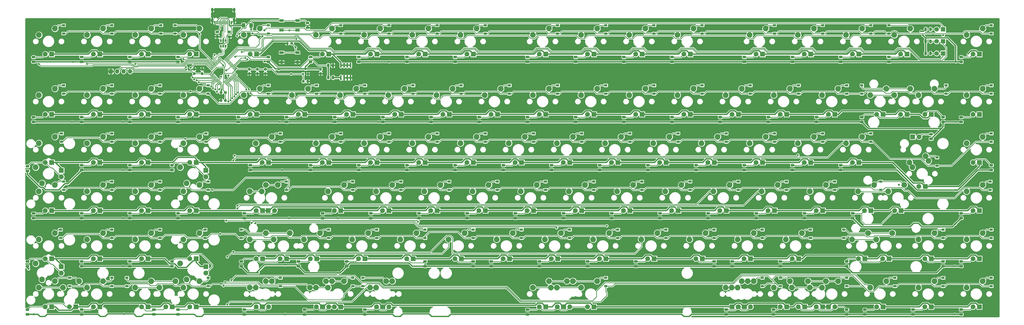
<source format=gbr>
G04 #@! TF.GenerationSoftware,KiCad,Pcbnew,(5.1.4)-1*
G04 #@! TF.CreationDate,2020-01-23T15:38:42+08:00*
G04 #@! TF.ProjectId,Mira,4d697261-2e6b-4696-9361-645f70636258,rev?*
G04 #@! TF.SameCoordinates,Original*
G04 #@! TF.FileFunction,Copper,L2,Bot*
G04 #@! TF.FilePolarity,Positive*
%FSLAX46Y46*%
G04 Gerber Fmt 4.6, Leading zero omitted, Abs format (unit mm)*
G04 Created by KiCad (PCBNEW (5.1.4)-1) date 2020-01-23 15:38:42*
%MOMM*%
%LPD*%
G04 APERTURE LIST*
%ADD10C,1.000000*%
%ADD11C,0.975000*%
%ADD12C,1.800000*%
%ADD13R,1.800000X1.800000*%
%ADD14R,1.905000X1.905000*%
%ADD15C,1.905000*%
%ADD16C,2.250000*%
%ADD17R,1.200000X0.900000*%
%ADD18C,0.300000*%
%ADD19O,1.700000X1.700000*%
%ADD20R,1.700000X1.700000*%
%ADD21O,1.000000X1.600000*%
%ADD22O,1.000000X2.100000*%
%ADD23R,0.300000X1.450000*%
%ADD24R,0.600000X1.450000*%
%ADD25R,0.650000X1.060000*%
%ADD26R,0.800000X0.900000*%
%ADD27R,1.700000X1.000000*%
%ADD28C,0.600000*%
%ADD29C,1.425000*%
%ADD30C,0.950000*%
%ADD31C,0.800000*%
%ADD32C,0.250000*%
%ADD33C,0.500000*%
%ADD34C,0.200000*%
%ADD35C,0.254000*%
G04 APERTURE END LIST*
D10*
G36*
X348867642Y-4063674D02*
G01*
X348891303Y-4067184D01*
X348914507Y-4072996D01*
X348937029Y-4081054D01*
X348958653Y-4091282D01*
X348979170Y-4103579D01*
X348998383Y-4117829D01*
X349016107Y-4133893D01*
X349032171Y-4151617D01*
X349046421Y-4170830D01*
X349058718Y-4191347D01*
X349068946Y-4212971D01*
X349077004Y-4235493D01*
X349082816Y-4258697D01*
X349086326Y-4282358D01*
X349087500Y-4306250D01*
X349087500Y-5218750D01*
X349086326Y-5242642D01*
X349082816Y-5266303D01*
X349077004Y-5289507D01*
X349068946Y-5312029D01*
X349058718Y-5333653D01*
X349046421Y-5354170D01*
X349032171Y-5373383D01*
X349016107Y-5391107D01*
X348998383Y-5407171D01*
X348979170Y-5421421D01*
X348958653Y-5433718D01*
X348937029Y-5443946D01*
X348914507Y-5452004D01*
X348891303Y-5457816D01*
X348867642Y-5461326D01*
X348843750Y-5462500D01*
X348356250Y-5462500D01*
X348332358Y-5461326D01*
X348308697Y-5457816D01*
X348285493Y-5452004D01*
X348262971Y-5443946D01*
X348241347Y-5433718D01*
X348220830Y-5421421D01*
X348201617Y-5407171D01*
X348183893Y-5391107D01*
X348167829Y-5373383D01*
X348153579Y-5354170D01*
X348141282Y-5333653D01*
X348131054Y-5312029D01*
X348122996Y-5289507D01*
X348117184Y-5266303D01*
X348113674Y-5242642D01*
X348112500Y-5218750D01*
X348112500Y-4306250D01*
X348113674Y-4282358D01*
X348117184Y-4258697D01*
X348122996Y-4235493D01*
X348131054Y-4212971D01*
X348141282Y-4191347D01*
X348153579Y-4170830D01*
X348167829Y-4151617D01*
X348183893Y-4133893D01*
X348201617Y-4117829D01*
X348220830Y-4103579D01*
X348241347Y-4091282D01*
X348262971Y-4081054D01*
X348285493Y-4072996D01*
X348308697Y-4067184D01*
X348332358Y-4063674D01*
X348356250Y-4062500D01*
X348843750Y-4062500D01*
X348867642Y-4063674D01*
X348867642Y-4063674D01*
G37*
D11*
X348600000Y-4762500D03*
D10*
G36*
X346992642Y-4063674D02*
G01*
X347016303Y-4067184D01*
X347039507Y-4072996D01*
X347062029Y-4081054D01*
X347083653Y-4091282D01*
X347104170Y-4103579D01*
X347123383Y-4117829D01*
X347141107Y-4133893D01*
X347157171Y-4151617D01*
X347171421Y-4170830D01*
X347183718Y-4191347D01*
X347193946Y-4212971D01*
X347202004Y-4235493D01*
X347207816Y-4258697D01*
X347211326Y-4282358D01*
X347212500Y-4306250D01*
X347212500Y-5218750D01*
X347211326Y-5242642D01*
X347207816Y-5266303D01*
X347202004Y-5289507D01*
X347193946Y-5312029D01*
X347183718Y-5333653D01*
X347171421Y-5354170D01*
X347157171Y-5373383D01*
X347141107Y-5391107D01*
X347123383Y-5407171D01*
X347104170Y-5421421D01*
X347083653Y-5433718D01*
X347062029Y-5443946D01*
X347039507Y-5452004D01*
X347016303Y-5457816D01*
X346992642Y-5461326D01*
X346968750Y-5462500D01*
X346481250Y-5462500D01*
X346457358Y-5461326D01*
X346433697Y-5457816D01*
X346410493Y-5452004D01*
X346387971Y-5443946D01*
X346366347Y-5433718D01*
X346345830Y-5421421D01*
X346326617Y-5407171D01*
X346308893Y-5391107D01*
X346292829Y-5373383D01*
X346278579Y-5354170D01*
X346266282Y-5333653D01*
X346256054Y-5312029D01*
X346247996Y-5289507D01*
X346242184Y-5266303D01*
X346238674Y-5242642D01*
X346237500Y-5218750D01*
X346237500Y-4306250D01*
X346238674Y-4282358D01*
X346242184Y-4258697D01*
X346247996Y-4235493D01*
X346256054Y-4212971D01*
X346266282Y-4191347D01*
X346278579Y-4170830D01*
X346292829Y-4151617D01*
X346308893Y-4133893D01*
X346326617Y-4117829D01*
X346345830Y-4103579D01*
X346366347Y-4091282D01*
X346387971Y-4081054D01*
X346410493Y-4072996D01*
X346433697Y-4067184D01*
X346457358Y-4063674D01*
X346481250Y-4062500D01*
X346968750Y-4062500D01*
X346992642Y-4063674D01*
X346992642Y-4063674D01*
G37*
D11*
X346725000Y-4762500D03*
D10*
G36*
X348867642Y698826D02*
G01*
X348891303Y695316D01*
X348914507Y689504D01*
X348937029Y681446D01*
X348958653Y671218D01*
X348979170Y658921D01*
X348998383Y644671D01*
X349016107Y628607D01*
X349032171Y610883D01*
X349046421Y591670D01*
X349058718Y571153D01*
X349068946Y549529D01*
X349077004Y527007D01*
X349082816Y503803D01*
X349086326Y480142D01*
X349087500Y456250D01*
X349087500Y-456250D01*
X349086326Y-480142D01*
X349082816Y-503803D01*
X349077004Y-527007D01*
X349068946Y-549529D01*
X349058718Y-571153D01*
X349046421Y-591670D01*
X349032171Y-610883D01*
X349016107Y-628607D01*
X348998383Y-644671D01*
X348979170Y-658921D01*
X348958653Y-671218D01*
X348937029Y-681446D01*
X348914507Y-689504D01*
X348891303Y-695316D01*
X348867642Y-698826D01*
X348843750Y-700000D01*
X348356250Y-700000D01*
X348332358Y-698826D01*
X348308697Y-695316D01*
X348285493Y-689504D01*
X348262971Y-681446D01*
X348241347Y-671218D01*
X348220830Y-658921D01*
X348201617Y-644671D01*
X348183893Y-628607D01*
X348167829Y-610883D01*
X348153579Y-591670D01*
X348141282Y-571153D01*
X348131054Y-549529D01*
X348122996Y-527007D01*
X348117184Y-503803D01*
X348113674Y-480142D01*
X348112500Y-456250D01*
X348112500Y456250D01*
X348113674Y480142D01*
X348117184Y503803D01*
X348122996Y527007D01*
X348131054Y549529D01*
X348141282Y571153D01*
X348153579Y591670D01*
X348167829Y610883D01*
X348183893Y628607D01*
X348201617Y644671D01*
X348220830Y658921D01*
X348241347Y671218D01*
X348262971Y681446D01*
X348285493Y689504D01*
X348308697Y695316D01*
X348332358Y698826D01*
X348356250Y700000D01*
X348843750Y700000D01*
X348867642Y698826D01*
X348867642Y698826D01*
G37*
D11*
X348600000Y0D03*
D10*
G36*
X346992642Y698826D02*
G01*
X347016303Y695316D01*
X347039507Y689504D01*
X347062029Y681446D01*
X347083653Y671218D01*
X347104170Y658921D01*
X347123383Y644671D01*
X347141107Y628607D01*
X347157171Y610883D01*
X347171421Y591670D01*
X347183718Y571153D01*
X347193946Y549529D01*
X347202004Y527007D01*
X347207816Y503803D01*
X347211326Y480142D01*
X347212500Y456250D01*
X347212500Y-456250D01*
X347211326Y-480142D01*
X347207816Y-503803D01*
X347202004Y-527007D01*
X347193946Y-549529D01*
X347183718Y-571153D01*
X347171421Y-591670D01*
X347157171Y-610883D01*
X347141107Y-628607D01*
X347123383Y-644671D01*
X347104170Y-658921D01*
X347083653Y-671218D01*
X347062029Y-681446D01*
X347039507Y-689504D01*
X347016303Y-695316D01*
X346992642Y-698826D01*
X346968750Y-700000D01*
X346481250Y-700000D01*
X346457358Y-698826D01*
X346433697Y-695316D01*
X346410493Y-689504D01*
X346387971Y-681446D01*
X346366347Y-671218D01*
X346345830Y-658921D01*
X346326617Y-644671D01*
X346308893Y-628607D01*
X346292829Y-610883D01*
X346278579Y-591670D01*
X346266282Y-571153D01*
X346256054Y-549529D01*
X346247996Y-527007D01*
X346242184Y-503803D01*
X346238674Y-480142D01*
X346237500Y-456250D01*
X346237500Y456250D01*
X346238674Y480142D01*
X346242184Y503803D01*
X346247996Y527007D01*
X346256054Y549529D01*
X346266282Y571153D01*
X346278579Y591670D01*
X346292829Y610883D01*
X346308893Y628607D01*
X346326617Y644671D01*
X346345830Y658921D01*
X346366347Y671218D01*
X346387971Y681446D01*
X346410493Y689504D01*
X346433697Y695316D01*
X346457358Y698826D01*
X346481250Y700000D01*
X346968750Y700000D01*
X346992642Y698826D01*
X346992642Y698826D01*
G37*
D11*
X346725000Y0D03*
D10*
G36*
X348867642Y5461326D02*
G01*
X348891303Y5457816D01*
X348914507Y5452004D01*
X348937029Y5443946D01*
X348958653Y5433718D01*
X348979170Y5421421D01*
X348998383Y5407171D01*
X349016107Y5391107D01*
X349032171Y5373383D01*
X349046421Y5354170D01*
X349058718Y5333653D01*
X349068946Y5312029D01*
X349077004Y5289507D01*
X349082816Y5266303D01*
X349086326Y5242642D01*
X349087500Y5218750D01*
X349087500Y4306250D01*
X349086326Y4282358D01*
X349082816Y4258697D01*
X349077004Y4235493D01*
X349068946Y4212971D01*
X349058718Y4191347D01*
X349046421Y4170830D01*
X349032171Y4151617D01*
X349016107Y4133893D01*
X348998383Y4117829D01*
X348979170Y4103579D01*
X348958653Y4091282D01*
X348937029Y4081054D01*
X348914507Y4072996D01*
X348891303Y4067184D01*
X348867642Y4063674D01*
X348843750Y4062500D01*
X348356250Y4062500D01*
X348332358Y4063674D01*
X348308697Y4067184D01*
X348285493Y4072996D01*
X348262971Y4081054D01*
X348241347Y4091282D01*
X348220830Y4103579D01*
X348201617Y4117829D01*
X348183893Y4133893D01*
X348167829Y4151617D01*
X348153579Y4170830D01*
X348141282Y4191347D01*
X348131054Y4212971D01*
X348122996Y4235493D01*
X348117184Y4258697D01*
X348113674Y4282358D01*
X348112500Y4306250D01*
X348112500Y5218750D01*
X348113674Y5242642D01*
X348117184Y5266303D01*
X348122996Y5289507D01*
X348131054Y5312029D01*
X348141282Y5333653D01*
X348153579Y5354170D01*
X348167829Y5373383D01*
X348183893Y5391107D01*
X348201617Y5407171D01*
X348220830Y5421421D01*
X348241347Y5433718D01*
X348262971Y5443946D01*
X348285493Y5452004D01*
X348308697Y5457816D01*
X348332358Y5461326D01*
X348356250Y5462500D01*
X348843750Y5462500D01*
X348867642Y5461326D01*
X348867642Y5461326D01*
G37*
D11*
X348600000Y4762500D03*
D10*
G36*
X346992642Y5461326D02*
G01*
X347016303Y5457816D01*
X347039507Y5452004D01*
X347062029Y5443946D01*
X347083653Y5433718D01*
X347104170Y5421421D01*
X347123383Y5407171D01*
X347141107Y5391107D01*
X347157171Y5373383D01*
X347171421Y5354170D01*
X347183718Y5333653D01*
X347193946Y5312029D01*
X347202004Y5289507D01*
X347207816Y5266303D01*
X347211326Y5242642D01*
X347212500Y5218750D01*
X347212500Y4306250D01*
X347211326Y4282358D01*
X347207816Y4258697D01*
X347202004Y4235493D01*
X347193946Y4212971D01*
X347183718Y4191347D01*
X347171421Y4170830D01*
X347157171Y4151617D01*
X347141107Y4133893D01*
X347123383Y4117829D01*
X347104170Y4103579D01*
X347083653Y4091282D01*
X347062029Y4081054D01*
X347039507Y4072996D01*
X347016303Y4067184D01*
X346992642Y4063674D01*
X346968750Y4062500D01*
X346481250Y4062500D01*
X346457358Y4063674D01*
X346433697Y4067184D01*
X346410493Y4072996D01*
X346387971Y4081054D01*
X346366347Y4091282D01*
X346345830Y4103579D01*
X346326617Y4117829D01*
X346308893Y4133893D01*
X346292829Y4151617D01*
X346278579Y4170830D01*
X346266282Y4191347D01*
X346256054Y4212971D01*
X346247996Y4235493D01*
X346242184Y4258697D01*
X346238674Y4282358D01*
X346237500Y4306250D01*
X346237500Y5218750D01*
X346238674Y5242642D01*
X346242184Y5266303D01*
X346247996Y5289507D01*
X346256054Y5312029D01*
X346266282Y5333653D01*
X346278579Y5354170D01*
X346292829Y5373383D01*
X346308893Y5391107D01*
X346326617Y5407171D01*
X346345830Y5421421D01*
X346366347Y5433718D01*
X346387971Y5443946D01*
X346410493Y5452004D01*
X346433697Y5457816D01*
X346457358Y5461326D01*
X346481250Y5462500D01*
X346968750Y5462500D01*
X346992642Y5461326D01*
X346992642Y5461326D01*
G37*
D11*
X346725000Y4762500D03*
D12*
X351075625Y-4762500D03*
D13*
X353615625Y-4762500D03*
D12*
X351075625Y0D03*
D13*
X353615625Y0D03*
D12*
X351075625Y4762500D03*
D13*
X353615625Y4762500D03*
D14*
X270192500Y-105092500D03*
D15*
X272732500Y-105092500D03*
D16*
X267652500Y-97472500D03*
X274002500Y-94932500D03*
D14*
X308292500Y-105092500D03*
D15*
X310832500Y-105092500D03*
D16*
X305752500Y-97472500D03*
X312102500Y-94932500D03*
D10*
G36*
X315995767Y-105732424D02*
G01*
X316019428Y-105735934D01*
X316042632Y-105741746D01*
X316065154Y-105749804D01*
X316086778Y-105760032D01*
X316107295Y-105772329D01*
X316126508Y-105786579D01*
X316144232Y-105802643D01*
X316160296Y-105820367D01*
X316174546Y-105839580D01*
X316186843Y-105860097D01*
X316197071Y-105881721D01*
X316205129Y-105904243D01*
X316210941Y-105927447D01*
X316214451Y-105951108D01*
X316215625Y-105975000D01*
X316215625Y-106462500D01*
X316214451Y-106486392D01*
X316210941Y-106510053D01*
X316205129Y-106533257D01*
X316197071Y-106555779D01*
X316186843Y-106577403D01*
X316174546Y-106597920D01*
X316160296Y-106617133D01*
X316144232Y-106634857D01*
X316126508Y-106650921D01*
X316107295Y-106665171D01*
X316086778Y-106677468D01*
X316065154Y-106687696D01*
X316042632Y-106695754D01*
X316019428Y-106701566D01*
X315995767Y-106705076D01*
X315971875Y-106706250D01*
X315059375Y-106706250D01*
X315035483Y-106705076D01*
X315011822Y-106701566D01*
X314988618Y-106695754D01*
X314966096Y-106687696D01*
X314944472Y-106677468D01*
X314923955Y-106665171D01*
X314904742Y-106650921D01*
X314887018Y-106634857D01*
X314870954Y-106617133D01*
X314856704Y-106597920D01*
X314844407Y-106577403D01*
X314834179Y-106555779D01*
X314826121Y-106533257D01*
X314820309Y-106510053D01*
X314816799Y-106486392D01*
X314815625Y-106462500D01*
X314815625Y-105975000D01*
X314816799Y-105951108D01*
X314820309Y-105927447D01*
X314826121Y-105904243D01*
X314834179Y-105881721D01*
X314844407Y-105860097D01*
X314856704Y-105839580D01*
X314870954Y-105820367D01*
X314887018Y-105802643D01*
X314904742Y-105786579D01*
X314923955Y-105772329D01*
X314944472Y-105760032D01*
X314966096Y-105749804D01*
X314988618Y-105741746D01*
X315011822Y-105735934D01*
X315035483Y-105732424D01*
X315059375Y-105731250D01*
X315971875Y-105731250D01*
X315995767Y-105732424D01*
X315995767Y-105732424D01*
G37*
D11*
X315515625Y-106218750D03*
D10*
G36*
X315995767Y-107607424D02*
G01*
X316019428Y-107610934D01*
X316042632Y-107616746D01*
X316065154Y-107624804D01*
X316086778Y-107635032D01*
X316107295Y-107647329D01*
X316126508Y-107661579D01*
X316144232Y-107677643D01*
X316160296Y-107695367D01*
X316174546Y-107714580D01*
X316186843Y-107735097D01*
X316197071Y-107756721D01*
X316205129Y-107779243D01*
X316210941Y-107802447D01*
X316214451Y-107826108D01*
X316215625Y-107850000D01*
X316215625Y-108337500D01*
X316214451Y-108361392D01*
X316210941Y-108385053D01*
X316205129Y-108408257D01*
X316197071Y-108430779D01*
X316186843Y-108452403D01*
X316174546Y-108472920D01*
X316160296Y-108492133D01*
X316144232Y-108509857D01*
X316126508Y-108525921D01*
X316107295Y-108540171D01*
X316086778Y-108552468D01*
X316065154Y-108562696D01*
X316042632Y-108570754D01*
X316019428Y-108576566D01*
X315995767Y-108580076D01*
X315971875Y-108581250D01*
X315059375Y-108581250D01*
X315035483Y-108580076D01*
X315011822Y-108576566D01*
X314988618Y-108570754D01*
X314966096Y-108562696D01*
X314944472Y-108552468D01*
X314923955Y-108540171D01*
X314904742Y-108525921D01*
X314887018Y-108509857D01*
X314870954Y-108492133D01*
X314856704Y-108472920D01*
X314844407Y-108452403D01*
X314834179Y-108430779D01*
X314826121Y-108408257D01*
X314820309Y-108385053D01*
X314816799Y-108361392D01*
X314815625Y-108337500D01*
X314815625Y-107850000D01*
X314816799Y-107826108D01*
X314820309Y-107802447D01*
X314826121Y-107779243D01*
X314834179Y-107756721D01*
X314844407Y-107735097D01*
X314856704Y-107714580D01*
X314870954Y-107695367D01*
X314887018Y-107677643D01*
X314904742Y-107661579D01*
X314923955Y-107647329D01*
X314944472Y-107635032D01*
X314966096Y-107624804D01*
X314988618Y-107616746D01*
X315011822Y-107610934D01*
X315035483Y-107607424D01*
X315059375Y-107606250D01*
X315971875Y-107606250D01*
X315995767Y-107607424D01*
X315995767Y-107607424D01*
G37*
D11*
X315515625Y-108093750D03*
D14*
X291782500Y-105092500D03*
D15*
X289242500Y-105092500D03*
D16*
X286702500Y-97472500D03*
X293052500Y-94932500D03*
D17*
X315515625Y-96900000D03*
X315515625Y-93600000D03*
D14*
X332263750Y-86042500D03*
D15*
X329723750Y-86042500D03*
D16*
X327183750Y-78422500D03*
X333533750Y-75882500D03*
D14*
X84613750Y-86042500D03*
D15*
X82073750Y-86042500D03*
D16*
X79533750Y-78422500D03*
X85883750Y-75882500D03*
D10*
G36*
X73536052Y-12308908D02*
G01*
X73543333Y-12309988D01*
X73550472Y-12311776D01*
X73557402Y-12314256D01*
X73564056Y-12317403D01*
X73570369Y-12321187D01*
X73576280Y-12325571D01*
X73581734Y-12330514D01*
X74518650Y-13267430D01*
X74523593Y-13272884D01*
X74527977Y-13278795D01*
X74531761Y-13285108D01*
X74534908Y-13291762D01*
X74537388Y-13298692D01*
X74539176Y-13305831D01*
X74540256Y-13313112D01*
X74540617Y-13320463D01*
X74540256Y-13327814D01*
X74539176Y-13335095D01*
X74537388Y-13342234D01*
X74534908Y-13349164D01*
X74531761Y-13355818D01*
X74527977Y-13362131D01*
X74523593Y-13368042D01*
X74518650Y-13373496D01*
X74412584Y-13479562D01*
X74407130Y-13484505D01*
X74401219Y-13488889D01*
X74394906Y-13492673D01*
X74388252Y-13495820D01*
X74381322Y-13498300D01*
X74374183Y-13500088D01*
X74366902Y-13501168D01*
X74359551Y-13501529D01*
X74352200Y-13501168D01*
X74344919Y-13500088D01*
X74337780Y-13498300D01*
X74330850Y-13495820D01*
X74324196Y-13492673D01*
X74317883Y-13488889D01*
X74311972Y-13484505D01*
X74306518Y-13479562D01*
X73369602Y-12542646D01*
X73364659Y-12537192D01*
X73360275Y-12531281D01*
X73356491Y-12524968D01*
X73353344Y-12518314D01*
X73350864Y-12511384D01*
X73349076Y-12504245D01*
X73347996Y-12496964D01*
X73347635Y-12489613D01*
X73347996Y-12482262D01*
X73349076Y-12474981D01*
X73350864Y-12467842D01*
X73353344Y-12460912D01*
X73356491Y-12454258D01*
X73360275Y-12447945D01*
X73364659Y-12442034D01*
X73369602Y-12436580D01*
X73475668Y-12330514D01*
X73481122Y-12325571D01*
X73487033Y-12321187D01*
X73493346Y-12317403D01*
X73500000Y-12314256D01*
X73506930Y-12311776D01*
X73514069Y-12309988D01*
X73521350Y-12308908D01*
X73528701Y-12308547D01*
X73536052Y-12308908D01*
X73536052Y-12308908D01*
G37*
D18*
X73944126Y-12905038D03*
D10*
G36*
X73182498Y-12662462D02*
G01*
X73189779Y-12663542D01*
X73196918Y-12665330D01*
X73203848Y-12667810D01*
X73210502Y-12670957D01*
X73216815Y-12674741D01*
X73222726Y-12679125D01*
X73228180Y-12684068D01*
X74165096Y-13620984D01*
X74170039Y-13626438D01*
X74174423Y-13632349D01*
X74178207Y-13638662D01*
X74181354Y-13645316D01*
X74183834Y-13652246D01*
X74185622Y-13659385D01*
X74186702Y-13666666D01*
X74187063Y-13674017D01*
X74186702Y-13681368D01*
X74185622Y-13688649D01*
X74183834Y-13695788D01*
X74181354Y-13702718D01*
X74178207Y-13709372D01*
X74174423Y-13715685D01*
X74170039Y-13721596D01*
X74165096Y-13727050D01*
X74059030Y-13833116D01*
X74053576Y-13838059D01*
X74047665Y-13842443D01*
X74041352Y-13846227D01*
X74034698Y-13849374D01*
X74027768Y-13851854D01*
X74020629Y-13853642D01*
X74013348Y-13854722D01*
X74005997Y-13855083D01*
X73998646Y-13854722D01*
X73991365Y-13853642D01*
X73984226Y-13851854D01*
X73977296Y-13849374D01*
X73970642Y-13846227D01*
X73964329Y-13842443D01*
X73958418Y-13838059D01*
X73952964Y-13833116D01*
X73016048Y-12896200D01*
X73011105Y-12890746D01*
X73006721Y-12884835D01*
X73002937Y-12878522D01*
X72999790Y-12871868D01*
X72997310Y-12864938D01*
X72995522Y-12857799D01*
X72994442Y-12850518D01*
X72994081Y-12843167D01*
X72994442Y-12835816D01*
X72995522Y-12828535D01*
X72997310Y-12821396D01*
X72999790Y-12814466D01*
X73002937Y-12807812D01*
X73006721Y-12801499D01*
X73011105Y-12795588D01*
X73016048Y-12790134D01*
X73122114Y-12684068D01*
X73127568Y-12679125D01*
X73133479Y-12674741D01*
X73139792Y-12670957D01*
X73146446Y-12667810D01*
X73153376Y-12665330D01*
X73160515Y-12663542D01*
X73167796Y-12662462D01*
X73175147Y-12662101D01*
X73182498Y-12662462D01*
X73182498Y-12662462D01*
G37*
D18*
X73590572Y-13258592D03*
D10*
G36*
X72828945Y-13016015D02*
G01*
X72836226Y-13017095D01*
X72843365Y-13018883D01*
X72850295Y-13021363D01*
X72856949Y-13024510D01*
X72863262Y-13028294D01*
X72869173Y-13032678D01*
X72874627Y-13037621D01*
X73811543Y-13974537D01*
X73816486Y-13979991D01*
X73820870Y-13985902D01*
X73824654Y-13992215D01*
X73827801Y-13998869D01*
X73830281Y-14005799D01*
X73832069Y-14012938D01*
X73833149Y-14020219D01*
X73833510Y-14027570D01*
X73833149Y-14034921D01*
X73832069Y-14042202D01*
X73830281Y-14049341D01*
X73827801Y-14056271D01*
X73824654Y-14062925D01*
X73820870Y-14069238D01*
X73816486Y-14075149D01*
X73811543Y-14080603D01*
X73705477Y-14186669D01*
X73700023Y-14191612D01*
X73694112Y-14195996D01*
X73687799Y-14199780D01*
X73681145Y-14202927D01*
X73674215Y-14205407D01*
X73667076Y-14207195D01*
X73659795Y-14208275D01*
X73652444Y-14208636D01*
X73645093Y-14208275D01*
X73637812Y-14207195D01*
X73630673Y-14205407D01*
X73623743Y-14202927D01*
X73617089Y-14199780D01*
X73610776Y-14195996D01*
X73604865Y-14191612D01*
X73599411Y-14186669D01*
X72662495Y-13249753D01*
X72657552Y-13244299D01*
X72653168Y-13238388D01*
X72649384Y-13232075D01*
X72646237Y-13225421D01*
X72643757Y-13218491D01*
X72641969Y-13211352D01*
X72640889Y-13204071D01*
X72640528Y-13196720D01*
X72640889Y-13189369D01*
X72641969Y-13182088D01*
X72643757Y-13174949D01*
X72646237Y-13168019D01*
X72649384Y-13161365D01*
X72653168Y-13155052D01*
X72657552Y-13149141D01*
X72662495Y-13143687D01*
X72768561Y-13037621D01*
X72774015Y-13032678D01*
X72779926Y-13028294D01*
X72786239Y-13024510D01*
X72792893Y-13021363D01*
X72799823Y-13018883D01*
X72806962Y-13017095D01*
X72814243Y-13016015D01*
X72821594Y-13015654D01*
X72828945Y-13016015D01*
X72828945Y-13016015D01*
G37*
D18*
X73237019Y-13612145D03*
D10*
G36*
X72475391Y-13369569D02*
G01*
X72482672Y-13370649D01*
X72489811Y-13372437D01*
X72496741Y-13374917D01*
X72503395Y-13378064D01*
X72509708Y-13381848D01*
X72515619Y-13386232D01*
X72521073Y-13391175D01*
X73457989Y-14328091D01*
X73462932Y-14333545D01*
X73467316Y-14339456D01*
X73471100Y-14345769D01*
X73474247Y-14352423D01*
X73476727Y-14359353D01*
X73478515Y-14366492D01*
X73479595Y-14373773D01*
X73479956Y-14381124D01*
X73479595Y-14388475D01*
X73478515Y-14395756D01*
X73476727Y-14402895D01*
X73474247Y-14409825D01*
X73471100Y-14416479D01*
X73467316Y-14422792D01*
X73462932Y-14428703D01*
X73457989Y-14434157D01*
X73351923Y-14540223D01*
X73346469Y-14545166D01*
X73340558Y-14549550D01*
X73334245Y-14553334D01*
X73327591Y-14556481D01*
X73320661Y-14558961D01*
X73313522Y-14560749D01*
X73306241Y-14561829D01*
X73298890Y-14562190D01*
X73291539Y-14561829D01*
X73284258Y-14560749D01*
X73277119Y-14558961D01*
X73270189Y-14556481D01*
X73263535Y-14553334D01*
X73257222Y-14549550D01*
X73251311Y-14545166D01*
X73245857Y-14540223D01*
X72308941Y-13603307D01*
X72303998Y-13597853D01*
X72299614Y-13591942D01*
X72295830Y-13585629D01*
X72292683Y-13578975D01*
X72290203Y-13572045D01*
X72288415Y-13564906D01*
X72287335Y-13557625D01*
X72286974Y-13550274D01*
X72287335Y-13542923D01*
X72288415Y-13535642D01*
X72290203Y-13528503D01*
X72292683Y-13521573D01*
X72295830Y-13514919D01*
X72299614Y-13508606D01*
X72303998Y-13502695D01*
X72308941Y-13497241D01*
X72415007Y-13391175D01*
X72420461Y-13386232D01*
X72426372Y-13381848D01*
X72432685Y-13378064D01*
X72439339Y-13374917D01*
X72446269Y-13372437D01*
X72453408Y-13370649D01*
X72460689Y-13369569D01*
X72468040Y-13369208D01*
X72475391Y-13369569D01*
X72475391Y-13369569D01*
G37*
D18*
X72883465Y-13965699D03*
D10*
G36*
X72121838Y-13723122D02*
G01*
X72129119Y-13724202D01*
X72136258Y-13725990D01*
X72143188Y-13728470D01*
X72149842Y-13731617D01*
X72156155Y-13735401D01*
X72162066Y-13739785D01*
X72167520Y-13744728D01*
X73104436Y-14681644D01*
X73109379Y-14687098D01*
X73113763Y-14693009D01*
X73117547Y-14699322D01*
X73120694Y-14705976D01*
X73123174Y-14712906D01*
X73124962Y-14720045D01*
X73126042Y-14727326D01*
X73126403Y-14734677D01*
X73126042Y-14742028D01*
X73124962Y-14749309D01*
X73123174Y-14756448D01*
X73120694Y-14763378D01*
X73117547Y-14770032D01*
X73113763Y-14776345D01*
X73109379Y-14782256D01*
X73104436Y-14787710D01*
X72998370Y-14893776D01*
X72992916Y-14898719D01*
X72987005Y-14903103D01*
X72980692Y-14906887D01*
X72974038Y-14910034D01*
X72967108Y-14912514D01*
X72959969Y-14914302D01*
X72952688Y-14915382D01*
X72945337Y-14915743D01*
X72937986Y-14915382D01*
X72930705Y-14914302D01*
X72923566Y-14912514D01*
X72916636Y-14910034D01*
X72909982Y-14906887D01*
X72903669Y-14903103D01*
X72897758Y-14898719D01*
X72892304Y-14893776D01*
X71955388Y-13956860D01*
X71950445Y-13951406D01*
X71946061Y-13945495D01*
X71942277Y-13939182D01*
X71939130Y-13932528D01*
X71936650Y-13925598D01*
X71934862Y-13918459D01*
X71933782Y-13911178D01*
X71933421Y-13903827D01*
X71933782Y-13896476D01*
X71934862Y-13889195D01*
X71936650Y-13882056D01*
X71939130Y-13875126D01*
X71942277Y-13868472D01*
X71946061Y-13862159D01*
X71950445Y-13856248D01*
X71955388Y-13850794D01*
X72061454Y-13744728D01*
X72066908Y-13739785D01*
X72072819Y-13735401D01*
X72079132Y-13731617D01*
X72085786Y-13728470D01*
X72092716Y-13725990D01*
X72099855Y-13724202D01*
X72107136Y-13723122D01*
X72114487Y-13722761D01*
X72121838Y-13723122D01*
X72121838Y-13723122D01*
G37*
D18*
X72529912Y-14319252D03*
D10*
G36*
X71768285Y-14076675D02*
G01*
X71775566Y-14077755D01*
X71782705Y-14079543D01*
X71789635Y-14082023D01*
X71796289Y-14085170D01*
X71802602Y-14088954D01*
X71808513Y-14093338D01*
X71813967Y-14098281D01*
X72750883Y-15035197D01*
X72755826Y-15040651D01*
X72760210Y-15046562D01*
X72763994Y-15052875D01*
X72767141Y-15059529D01*
X72769621Y-15066459D01*
X72771409Y-15073598D01*
X72772489Y-15080879D01*
X72772850Y-15088230D01*
X72772489Y-15095581D01*
X72771409Y-15102862D01*
X72769621Y-15110001D01*
X72767141Y-15116931D01*
X72763994Y-15123585D01*
X72760210Y-15129898D01*
X72755826Y-15135809D01*
X72750883Y-15141263D01*
X72644817Y-15247329D01*
X72639363Y-15252272D01*
X72633452Y-15256656D01*
X72627139Y-15260440D01*
X72620485Y-15263587D01*
X72613555Y-15266067D01*
X72606416Y-15267855D01*
X72599135Y-15268935D01*
X72591784Y-15269296D01*
X72584433Y-15268935D01*
X72577152Y-15267855D01*
X72570013Y-15266067D01*
X72563083Y-15263587D01*
X72556429Y-15260440D01*
X72550116Y-15256656D01*
X72544205Y-15252272D01*
X72538751Y-15247329D01*
X71601835Y-14310413D01*
X71596892Y-14304959D01*
X71592508Y-14299048D01*
X71588724Y-14292735D01*
X71585577Y-14286081D01*
X71583097Y-14279151D01*
X71581309Y-14272012D01*
X71580229Y-14264731D01*
X71579868Y-14257380D01*
X71580229Y-14250029D01*
X71581309Y-14242748D01*
X71583097Y-14235609D01*
X71585577Y-14228679D01*
X71588724Y-14222025D01*
X71592508Y-14215712D01*
X71596892Y-14209801D01*
X71601835Y-14204347D01*
X71707901Y-14098281D01*
X71713355Y-14093338D01*
X71719266Y-14088954D01*
X71725579Y-14085170D01*
X71732233Y-14082023D01*
X71739163Y-14079543D01*
X71746302Y-14077755D01*
X71753583Y-14076675D01*
X71760934Y-14076314D01*
X71768285Y-14076675D01*
X71768285Y-14076675D01*
G37*
D18*
X72176359Y-14672805D03*
D10*
G36*
X71414731Y-14430229D02*
G01*
X71422012Y-14431309D01*
X71429151Y-14433097D01*
X71436081Y-14435577D01*
X71442735Y-14438724D01*
X71449048Y-14442508D01*
X71454959Y-14446892D01*
X71460413Y-14451835D01*
X72397329Y-15388751D01*
X72402272Y-15394205D01*
X72406656Y-15400116D01*
X72410440Y-15406429D01*
X72413587Y-15413083D01*
X72416067Y-15420013D01*
X72417855Y-15427152D01*
X72418935Y-15434433D01*
X72419296Y-15441784D01*
X72418935Y-15449135D01*
X72417855Y-15456416D01*
X72416067Y-15463555D01*
X72413587Y-15470485D01*
X72410440Y-15477139D01*
X72406656Y-15483452D01*
X72402272Y-15489363D01*
X72397329Y-15494817D01*
X72291263Y-15600883D01*
X72285809Y-15605826D01*
X72279898Y-15610210D01*
X72273585Y-15613994D01*
X72266931Y-15617141D01*
X72260001Y-15619621D01*
X72252862Y-15621409D01*
X72245581Y-15622489D01*
X72238230Y-15622850D01*
X72230879Y-15622489D01*
X72223598Y-15621409D01*
X72216459Y-15619621D01*
X72209529Y-15617141D01*
X72202875Y-15613994D01*
X72196562Y-15610210D01*
X72190651Y-15605826D01*
X72185197Y-15600883D01*
X71248281Y-14663967D01*
X71243338Y-14658513D01*
X71238954Y-14652602D01*
X71235170Y-14646289D01*
X71232023Y-14639635D01*
X71229543Y-14632705D01*
X71227755Y-14625566D01*
X71226675Y-14618285D01*
X71226314Y-14610934D01*
X71226675Y-14603583D01*
X71227755Y-14596302D01*
X71229543Y-14589163D01*
X71232023Y-14582233D01*
X71235170Y-14575579D01*
X71238954Y-14569266D01*
X71243338Y-14563355D01*
X71248281Y-14557901D01*
X71354347Y-14451835D01*
X71359801Y-14446892D01*
X71365712Y-14442508D01*
X71372025Y-14438724D01*
X71378679Y-14435577D01*
X71385609Y-14433097D01*
X71392748Y-14431309D01*
X71400029Y-14430229D01*
X71407380Y-14429868D01*
X71414731Y-14430229D01*
X71414731Y-14430229D01*
G37*
D18*
X71822805Y-15026359D03*
D10*
G36*
X71061178Y-14783782D02*
G01*
X71068459Y-14784862D01*
X71075598Y-14786650D01*
X71082528Y-14789130D01*
X71089182Y-14792277D01*
X71095495Y-14796061D01*
X71101406Y-14800445D01*
X71106860Y-14805388D01*
X72043776Y-15742304D01*
X72048719Y-15747758D01*
X72053103Y-15753669D01*
X72056887Y-15759982D01*
X72060034Y-15766636D01*
X72062514Y-15773566D01*
X72064302Y-15780705D01*
X72065382Y-15787986D01*
X72065743Y-15795337D01*
X72065382Y-15802688D01*
X72064302Y-15809969D01*
X72062514Y-15817108D01*
X72060034Y-15824038D01*
X72056887Y-15830692D01*
X72053103Y-15837005D01*
X72048719Y-15842916D01*
X72043776Y-15848370D01*
X71937710Y-15954436D01*
X71932256Y-15959379D01*
X71926345Y-15963763D01*
X71920032Y-15967547D01*
X71913378Y-15970694D01*
X71906448Y-15973174D01*
X71899309Y-15974962D01*
X71892028Y-15976042D01*
X71884677Y-15976403D01*
X71877326Y-15976042D01*
X71870045Y-15974962D01*
X71862906Y-15973174D01*
X71855976Y-15970694D01*
X71849322Y-15967547D01*
X71843009Y-15963763D01*
X71837098Y-15959379D01*
X71831644Y-15954436D01*
X70894728Y-15017520D01*
X70889785Y-15012066D01*
X70885401Y-15006155D01*
X70881617Y-14999842D01*
X70878470Y-14993188D01*
X70875990Y-14986258D01*
X70874202Y-14979119D01*
X70873122Y-14971838D01*
X70872761Y-14964487D01*
X70873122Y-14957136D01*
X70874202Y-14949855D01*
X70875990Y-14942716D01*
X70878470Y-14935786D01*
X70881617Y-14929132D01*
X70885401Y-14922819D01*
X70889785Y-14916908D01*
X70894728Y-14911454D01*
X71000794Y-14805388D01*
X71006248Y-14800445D01*
X71012159Y-14796061D01*
X71018472Y-14792277D01*
X71025126Y-14789130D01*
X71032056Y-14786650D01*
X71039195Y-14784862D01*
X71046476Y-14783782D01*
X71053827Y-14783421D01*
X71061178Y-14783782D01*
X71061178Y-14783782D01*
G37*
D18*
X71469252Y-15379912D03*
D10*
G36*
X70707625Y-15137335D02*
G01*
X70714906Y-15138415D01*
X70722045Y-15140203D01*
X70728975Y-15142683D01*
X70735629Y-15145830D01*
X70741942Y-15149614D01*
X70747853Y-15153998D01*
X70753307Y-15158941D01*
X71690223Y-16095857D01*
X71695166Y-16101311D01*
X71699550Y-16107222D01*
X71703334Y-16113535D01*
X71706481Y-16120189D01*
X71708961Y-16127119D01*
X71710749Y-16134258D01*
X71711829Y-16141539D01*
X71712190Y-16148890D01*
X71711829Y-16156241D01*
X71710749Y-16163522D01*
X71708961Y-16170661D01*
X71706481Y-16177591D01*
X71703334Y-16184245D01*
X71699550Y-16190558D01*
X71695166Y-16196469D01*
X71690223Y-16201923D01*
X71584157Y-16307989D01*
X71578703Y-16312932D01*
X71572792Y-16317316D01*
X71566479Y-16321100D01*
X71559825Y-16324247D01*
X71552895Y-16326727D01*
X71545756Y-16328515D01*
X71538475Y-16329595D01*
X71531124Y-16329956D01*
X71523773Y-16329595D01*
X71516492Y-16328515D01*
X71509353Y-16326727D01*
X71502423Y-16324247D01*
X71495769Y-16321100D01*
X71489456Y-16317316D01*
X71483545Y-16312932D01*
X71478091Y-16307989D01*
X70541175Y-15371073D01*
X70536232Y-15365619D01*
X70531848Y-15359708D01*
X70528064Y-15353395D01*
X70524917Y-15346741D01*
X70522437Y-15339811D01*
X70520649Y-15332672D01*
X70519569Y-15325391D01*
X70519208Y-15318040D01*
X70519569Y-15310689D01*
X70520649Y-15303408D01*
X70522437Y-15296269D01*
X70524917Y-15289339D01*
X70528064Y-15282685D01*
X70531848Y-15276372D01*
X70536232Y-15270461D01*
X70541175Y-15265007D01*
X70647241Y-15158941D01*
X70652695Y-15153998D01*
X70658606Y-15149614D01*
X70664919Y-15145830D01*
X70671573Y-15142683D01*
X70678503Y-15140203D01*
X70685642Y-15138415D01*
X70692923Y-15137335D01*
X70700274Y-15136974D01*
X70707625Y-15137335D01*
X70707625Y-15137335D01*
G37*
D18*
X71115699Y-15733465D03*
D10*
G36*
X70354071Y-15490889D02*
G01*
X70361352Y-15491969D01*
X70368491Y-15493757D01*
X70375421Y-15496237D01*
X70382075Y-15499384D01*
X70388388Y-15503168D01*
X70394299Y-15507552D01*
X70399753Y-15512495D01*
X71336669Y-16449411D01*
X71341612Y-16454865D01*
X71345996Y-16460776D01*
X71349780Y-16467089D01*
X71352927Y-16473743D01*
X71355407Y-16480673D01*
X71357195Y-16487812D01*
X71358275Y-16495093D01*
X71358636Y-16502444D01*
X71358275Y-16509795D01*
X71357195Y-16517076D01*
X71355407Y-16524215D01*
X71352927Y-16531145D01*
X71349780Y-16537799D01*
X71345996Y-16544112D01*
X71341612Y-16550023D01*
X71336669Y-16555477D01*
X71230603Y-16661543D01*
X71225149Y-16666486D01*
X71219238Y-16670870D01*
X71212925Y-16674654D01*
X71206271Y-16677801D01*
X71199341Y-16680281D01*
X71192202Y-16682069D01*
X71184921Y-16683149D01*
X71177570Y-16683510D01*
X71170219Y-16683149D01*
X71162938Y-16682069D01*
X71155799Y-16680281D01*
X71148869Y-16677801D01*
X71142215Y-16674654D01*
X71135902Y-16670870D01*
X71129991Y-16666486D01*
X71124537Y-16661543D01*
X70187621Y-15724627D01*
X70182678Y-15719173D01*
X70178294Y-15713262D01*
X70174510Y-15706949D01*
X70171363Y-15700295D01*
X70168883Y-15693365D01*
X70167095Y-15686226D01*
X70166015Y-15678945D01*
X70165654Y-15671594D01*
X70166015Y-15664243D01*
X70167095Y-15656962D01*
X70168883Y-15649823D01*
X70171363Y-15642893D01*
X70174510Y-15636239D01*
X70178294Y-15629926D01*
X70182678Y-15624015D01*
X70187621Y-15618561D01*
X70293687Y-15512495D01*
X70299141Y-15507552D01*
X70305052Y-15503168D01*
X70311365Y-15499384D01*
X70318019Y-15496237D01*
X70324949Y-15493757D01*
X70332088Y-15491969D01*
X70339369Y-15490889D01*
X70346720Y-15490528D01*
X70354071Y-15490889D01*
X70354071Y-15490889D01*
G37*
D18*
X70762145Y-16087019D03*
D10*
G36*
X70000518Y-15844442D02*
G01*
X70007799Y-15845522D01*
X70014938Y-15847310D01*
X70021868Y-15849790D01*
X70028522Y-15852937D01*
X70034835Y-15856721D01*
X70040746Y-15861105D01*
X70046200Y-15866048D01*
X70983116Y-16802964D01*
X70988059Y-16808418D01*
X70992443Y-16814329D01*
X70996227Y-16820642D01*
X70999374Y-16827296D01*
X71001854Y-16834226D01*
X71003642Y-16841365D01*
X71004722Y-16848646D01*
X71005083Y-16855997D01*
X71004722Y-16863348D01*
X71003642Y-16870629D01*
X71001854Y-16877768D01*
X70999374Y-16884698D01*
X70996227Y-16891352D01*
X70992443Y-16897665D01*
X70988059Y-16903576D01*
X70983116Y-16909030D01*
X70877050Y-17015096D01*
X70871596Y-17020039D01*
X70865685Y-17024423D01*
X70859372Y-17028207D01*
X70852718Y-17031354D01*
X70845788Y-17033834D01*
X70838649Y-17035622D01*
X70831368Y-17036702D01*
X70824017Y-17037063D01*
X70816666Y-17036702D01*
X70809385Y-17035622D01*
X70802246Y-17033834D01*
X70795316Y-17031354D01*
X70788662Y-17028207D01*
X70782349Y-17024423D01*
X70776438Y-17020039D01*
X70770984Y-17015096D01*
X69834068Y-16078180D01*
X69829125Y-16072726D01*
X69824741Y-16066815D01*
X69820957Y-16060502D01*
X69817810Y-16053848D01*
X69815330Y-16046918D01*
X69813542Y-16039779D01*
X69812462Y-16032498D01*
X69812101Y-16025147D01*
X69812462Y-16017796D01*
X69813542Y-16010515D01*
X69815330Y-16003376D01*
X69817810Y-15996446D01*
X69820957Y-15989792D01*
X69824741Y-15983479D01*
X69829125Y-15977568D01*
X69834068Y-15972114D01*
X69940134Y-15866048D01*
X69945588Y-15861105D01*
X69951499Y-15856721D01*
X69957812Y-15852937D01*
X69964466Y-15849790D01*
X69971396Y-15847310D01*
X69978535Y-15845522D01*
X69985816Y-15844442D01*
X69993167Y-15844081D01*
X70000518Y-15844442D01*
X70000518Y-15844442D01*
G37*
D18*
X70408592Y-16440572D03*
D10*
G36*
X69646964Y-16197996D02*
G01*
X69654245Y-16199076D01*
X69661384Y-16200864D01*
X69668314Y-16203344D01*
X69674968Y-16206491D01*
X69681281Y-16210275D01*
X69687192Y-16214659D01*
X69692646Y-16219602D01*
X70629562Y-17156518D01*
X70634505Y-17161972D01*
X70638889Y-17167883D01*
X70642673Y-17174196D01*
X70645820Y-17180850D01*
X70648300Y-17187780D01*
X70650088Y-17194919D01*
X70651168Y-17202200D01*
X70651529Y-17209551D01*
X70651168Y-17216902D01*
X70650088Y-17224183D01*
X70648300Y-17231322D01*
X70645820Y-17238252D01*
X70642673Y-17244906D01*
X70638889Y-17251219D01*
X70634505Y-17257130D01*
X70629562Y-17262584D01*
X70523496Y-17368650D01*
X70518042Y-17373593D01*
X70512131Y-17377977D01*
X70505818Y-17381761D01*
X70499164Y-17384908D01*
X70492234Y-17387388D01*
X70485095Y-17389176D01*
X70477814Y-17390256D01*
X70470463Y-17390617D01*
X70463112Y-17390256D01*
X70455831Y-17389176D01*
X70448692Y-17387388D01*
X70441762Y-17384908D01*
X70435108Y-17381761D01*
X70428795Y-17377977D01*
X70422884Y-17373593D01*
X70417430Y-17368650D01*
X69480514Y-16431734D01*
X69475571Y-16426280D01*
X69471187Y-16420369D01*
X69467403Y-16414056D01*
X69464256Y-16407402D01*
X69461776Y-16400472D01*
X69459988Y-16393333D01*
X69458908Y-16386052D01*
X69458547Y-16378701D01*
X69458908Y-16371350D01*
X69459988Y-16364069D01*
X69461776Y-16356930D01*
X69464256Y-16350000D01*
X69467403Y-16343346D01*
X69471187Y-16337033D01*
X69475571Y-16331122D01*
X69480514Y-16325668D01*
X69586580Y-16219602D01*
X69592034Y-16214659D01*
X69597945Y-16210275D01*
X69604258Y-16206491D01*
X69610912Y-16203344D01*
X69617842Y-16200864D01*
X69624981Y-16199076D01*
X69632262Y-16197996D01*
X69639613Y-16197635D01*
X69646964Y-16197996D01*
X69646964Y-16197996D01*
G37*
D18*
X70055038Y-16794126D03*
D10*
G36*
X68480238Y-16197996D02*
G01*
X68487519Y-16199076D01*
X68494658Y-16200864D01*
X68501588Y-16203344D01*
X68508242Y-16206491D01*
X68514555Y-16210275D01*
X68520466Y-16214659D01*
X68525920Y-16219602D01*
X68631986Y-16325668D01*
X68636929Y-16331122D01*
X68641313Y-16337033D01*
X68645097Y-16343346D01*
X68648244Y-16350000D01*
X68650724Y-16356930D01*
X68652512Y-16364069D01*
X68653592Y-16371350D01*
X68653953Y-16378701D01*
X68653592Y-16386052D01*
X68652512Y-16393333D01*
X68650724Y-16400472D01*
X68648244Y-16407402D01*
X68645097Y-16414056D01*
X68641313Y-16420369D01*
X68636929Y-16426280D01*
X68631986Y-16431734D01*
X67695070Y-17368650D01*
X67689616Y-17373593D01*
X67683705Y-17377977D01*
X67677392Y-17381761D01*
X67670738Y-17384908D01*
X67663808Y-17387388D01*
X67656669Y-17389176D01*
X67649388Y-17390256D01*
X67642037Y-17390617D01*
X67634686Y-17390256D01*
X67627405Y-17389176D01*
X67620266Y-17387388D01*
X67613336Y-17384908D01*
X67606682Y-17381761D01*
X67600369Y-17377977D01*
X67594458Y-17373593D01*
X67589004Y-17368650D01*
X67482938Y-17262584D01*
X67477995Y-17257130D01*
X67473611Y-17251219D01*
X67469827Y-17244906D01*
X67466680Y-17238252D01*
X67464200Y-17231322D01*
X67462412Y-17224183D01*
X67461332Y-17216902D01*
X67460971Y-17209551D01*
X67461332Y-17202200D01*
X67462412Y-17194919D01*
X67464200Y-17187780D01*
X67466680Y-17180850D01*
X67469827Y-17174196D01*
X67473611Y-17167883D01*
X67477995Y-17161972D01*
X67482938Y-17156518D01*
X68419854Y-16219602D01*
X68425308Y-16214659D01*
X68431219Y-16210275D01*
X68437532Y-16206491D01*
X68444186Y-16203344D01*
X68451116Y-16200864D01*
X68458255Y-16199076D01*
X68465536Y-16197996D01*
X68472887Y-16197635D01*
X68480238Y-16197996D01*
X68480238Y-16197996D01*
G37*
D18*
X68057462Y-16794126D03*
D10*
G36*
X68126684Y-15844442D02*
G01*
X68133965Y-15845522D01*
X68141104Y-15847310D01*
X68148034Y-15849790D01*
X68154688Y-15852937D01*
X68161001Y-15856721D01*
X68166912Y-15861105D01*
X68172366Y-15866048D01*
X68278432Y-15972114D01*
X68283375Y-15977568D01*
X68287759Y-15983479D01*
X68291543Y-15989792D01*
X68294690Y-15996446D01*
X68297170Y-16003376D01*
X68298958Y-16010515D01*
X68300038Y-16017796D01*
X68300399Y-16025147D01*
X68300038Y-16032498D01*
X68298958Y-16039779D01*
X68297170Y-16046918D01*
X68294690Y-16053848D01*
X68291543Y-16060502D01*
X68287759Y-16066815D01*
X68283375Y-16072726D01*
X68278432Y-16078180D01*
X67341516Y-17015096D01*
X67336062Y-17020039D01*
X67330151Y-17024423D01*
X67323838Y-17028207D01*
X67317184Y-17031354D01*
X67310254Y-17033834D01*
X67303115Y-17035622D01*
X67295834Y-17036702D01*
X67288483Y-17037063D01*
X67281132Y-17036702D01*
X67273851Y-17035622D01*
X67266712Y-17033834D01*
X67259782Y-17031354D01*
X67253128Y-17028207D01*
X67246815Y-17024423D01*
X67240904Y-17020039D01*
X67235450Y-17015096D01*
X67129384Y-16909030D01*
X67124441Y-16903576D01*
X67120057Y-16897665D01*
X67116273Y-16891352D01*
X67113126Y-16884698D01*
X67110646Y-16877768D01*
X67108858Y-16870629D01*
X67107778Y-16863348D01*
X67107417Y-16855997D01*
X67107778Y-16848646D01*
X67108858Y-16841365D01*
X67110646Y-16834226D01*
X67113126Y-16827296D01*
X67116273Y-16820642D01*
X67120057Y-16814329D01*
X67124441Y-16808418D01*
X67129384Y-16802964D01*
X68066300Y-15866048D01*
X68071754Y-15861105D01*
X68077665Y-15856721D01*
X68083978Y-15852937D01*
X68090632Y-15849790D01*
X68097562Y-15847310D01*
X68104701Y-15845522D01*
X68111982Y-15844442D01*
X68119333Y-15844081D01*
X68126684Y-15844442D01*
X68126684Y-15844442D01*
G37*
D18*
X67703908Y-16440572D03*
D10*
G36*
X67773131Y-15490889D02*
G01*
X67780412Y-15491969D01*
X67787551Y-15493757D01*
X67794481Y-15496237D01*
X67801135Y-15499384D01*
X67807448Y-15503168D01*
X67813359Y-15507552D01*
X67818813Y-15512495D01*
X67924879Y-15618561D01*
X67929822Y-15624015D01*
X67934206Y-15629926D01*
X67937990Y-15636239D01*
X67941137Y-15642893D01*
X67943617Y-15649823D01*
X67945405Y-15656962D01*
X67946485Y-15664243D01*
X67946846Y-15671594D01*
X67946485Y-15678945D01*
X67945405Y-15686226D01*
X67943617Y-15693365D01*
X67941137Y-15700295D01*
X67937990Y-15706949D01*
X67934206Y-15713262D01*
X67929822Y-15719173D01*
X67924879Y-15724627D01*
X66987963Y-16661543D01*
X66982509Y-16666486D01*
X66976598Y-16670870D01*
X66970285Y-16674654D01*
X66963631Y-16677801D01*
X66956701Y-16680281D01*
X66949562Y-16682069D01*
X66942281Y-16683149D01*
X66934930Y-16683510D01*
X66927579Y-16683149D01*
X66920298Y-16682069D01*
X66913159Y-16680281D01*
X66906229Y-16677801D01*
X66899575Y-16674654D01*
X66893262Y-16670870D01*
X66887351Y-16666486D01*
X66881897Y-16661543D01*
X66775831Y-16555477D01*
X66770888Y-16550023D01*
X66766504Y-16544112D01*
X66762720Y-16537799D01*
X66759573Y-16531145D01*
X66757093Y-16524215D01*
X66755305Y-16517076D01*
X66754225Y-16509795D01*
X66753864Y-16502444D01*
X66754225Y-16495093D01*
X66755305Y-16487812D01*
X66757093Y-16480673D01*
X66759573Y-16473743D01*
X66762720Y-16467089D01*
X66766504Y-16460776D01*
X66770888Y-16454865D01*
X66775831Y-16449411D01*
X67712747Y-15512495D01*
X67718201Y-15507552D01*
X67724112Y-15503168D01*
X67730425Y-15499384D01*
X67737079Y-15496237D01*
X67744009Y-15493757D01*
X67751148Y-15491969D01*
X67758429Y-15490889D01*
X67765780Y-15490528D01*
X67773131Y-15490889D01*
X67773131Y-15490889D01*
G37*
D18*
X67350355Y-16087019D03*
D10*
G36*
X67419577Y-15137335D02*
G01*
X67426858Y-15138415D01*
X67433997Y-15140203D01*
X67440927Y-15142683D01*
X67447581Y-15145830D01*
X67453894Y-15149614D01*
X67459805Y-15153998D01*
X67465259Y-15158941D01*
X67571325Y-15265007D01*
X67576268Y-15270461D01*
X67580652Y-15276372D01*
X67584436Y-15282685D01*
X67587583Y-15289339D01*
X67590063Y-15296269D01*
X67591851Y-15303408D01*
X67592931Y-15310689D01*
X67593292Y-15318040D01*
X67592931Y-15325391D01*
X67591851Y-15332672D01*
X67590063Y-15339811D01*
X67587583Y-15346741D01*
X67584436Y-15353395D01*
X67580652Y-15359708D01*
X67576268Y-15365619D01*
X67571325Y-15371073D01*
X66634409Y-16307989D01*
X66628955Y-16312932D01*
X66623044Y-16317316D01*
X66616731Y-16321100D01*
X66610077Y-16324247D01*
X66603147Y-16326727D01*
X66596008Y-16328515D01*
X66588727Y-16329595D01*
X66581376Y-16329956D01*
X66574025Y-16329595D01*
X66566744Y-16328515D01*
X66559605Y-16326727D01*
X66552675Y-16324247D01*
X66546021Y-16321100D01*
X66539708Y-16317316D01*
X66533797Y-16312932D01*
X66528343Y-16307989D01*
X66422277Y-16201923D01*
X66417334Y-16196469D01*
X66412950Y-16190558D01*
X66409166Y-16184245D01*
X66406019Y-16177591D01*
X66403539Y-16170661D01*
X66401751Y-16163522D01*
X66400671Y-16156241D01*
X66400310Y-16148890D01*
X66400671Y-16141539D01*
X66401751Y-16134258D01*
X66403539Y-16127119D01*
X66406019Y-16120189D01*
X66409166Y-16113535D01*
X66412950Y-16107222D01*
X66417334Y-16101311D01*
X66422277Y-16095857D01*
X67359193Y-15158941D01*
X67364647Y-15153998D01*
X67370558Y-15149614D01*
X67376871Y-15145830D01*
X67383525Y-15142683D01*
X67390455Y-15140203D01*
X67397594Y-15138415D01*
X67404875Y-15137335D01*
X67412226Y-15136974D01*
X67419577Y-15137335D01*
X67419577Y-15137335D01*
G37*
D18*
X66996801Y-15733465D03*
D10*
G36*
X67066024Y-14783782D02*
G01*
X67073305Y-14784862D01*
X67080444Y-14786650D01*
X67087374Y-14789130D01*
X67094028Y-14792277D01*
X67100341Y-14796061D01*
X67106252Y-14800445D01*
X67111706Y-14805388D01*
X67217772Y-14911454D01*
X67222715Y-14916908D01*
X67227099Y-14922819D01*
X67230883Y-14929132D01*
X67234030Y-14935786D01*
X67236510Y-14942716D01*
X67238298Y-14949855D01*
X67239378Y-14957136D01*
X67239739Y-14964487D01*
X67239378Y-14971838D01*
X67238298Y-14979119D01*
X67236510Y-14986258D01*
X67234030Y-14993188D01*
X67230883Y-14999842D01*
X67227099Y-15006155D01*
X67222715Y-15012066D01*
X67217772Y-15017520D01*
X66280856Y-15954436D01*
X66275402Y-15959379D01*
X66269491Y-15963763D01*
X66263178Y-15967547D01*
X66256524Y-15970694D01*
X66249594Y-15973174D01*
X66242455Y-15974962D01*
X66235174Y-15976042D01*
X66227823Y-15976403D01*
X66220472Y-15976042D01*
X66213191Y-15974962D01*
X66206052Y-15973174D01*
X66199122Y-15970694D01*
X66192468Y-15967547D01*
X66186155Y-15963763D01*
X66180244Y-15959379D01*
X66174790Y-15954436D01*
X66068724Y-15848370D01*
X66063781Y-15842916D01*
X66059397Y-15837005D01*
X66055613Y-15830692D01*
X66052466Y-15824038D01*
X66049986Y-15817108D01*
X66048198Y-15809969D01*
X66047118Y-15802688D01*
X66046757Y-15795337D01*
X66047118Y-15787986D01*
X66048198Y-15780705D01*
X66049986Y-15773566D01*
X66052466Y-15766636D01*
X66055613Y-15759982D01*
X66059397Y-15753669D01*
X66063781Y-15747758D01*
X66068724Y-15742304D01*
X67005640Y-14805388D01*
X67011094Y-14800445D01*
X67017005Y-14796061D01*
X67023318Y-14792277D01*
X67029972Y-14789130D01*
X67036902Y-14786650D01*
X67044041Y-14784862D01*
X67051322Y-14783782D01*
X67058673Y-14783421D01*
X67066024Y-14783782D01*
X67066024Y-14783782D01*
G37*
D18*
X66643248Y-15379912D03*
D10*
G36*
X66712471Y-14430229D02*
G01*
X66719752Y-14431309D01*
X66726891Y-14433097D01*
X66733821Y-14435577D01*
X66740475Y-14438724D01*
X66746788Y-14442508D01*
X66752699Y-14446892D01*
X66758153Y-14451835D01*
X66864219Y-14557901D01*
X66869162Y-14563355D01*
X66873546Y-14569266D01*
X66877330Y-14575579D01*
X66880477Y-14582233D01*
X66882957Y-14589163D01*
X66884745Y-14596302D01*
X66885825Y-14603583D01*
X66886186Y-14610934D01*
X66885825Y-14618285D01*
X66884745Y-14625566D01*
X66882957Y-14632705D01*
X66880477Y-14639635D01*
X66877330Y-14646289D01*
X66873546Y-14652602D01*
X66869162Y-14658513D01*
X66864219Y-14663967D01*
X65927303Y-15600883D01*
X65921849Y-15605826D01*
X65915938Y-15610210D01*
X65909625Y-15613994D01*
X65902971Y-15617141D01*
X65896041Y-15619621D01*
X65888902Y-15621409D01*
X65881621Y-15622489D01*
X65874270Y-15622850D01*
X65866919Y-15622489D01*
X65859638Y-15621409D01*
X65852499Y-15619621D01*
X65845569Y-15617141D01*
X65838915Y-15613994D01*
X65832602Y-15610210D01*
X65826691Y-15605826D01*
X65821237Y-15600883D01*
X65715171Y-15494817D01*
X65710228Y-15489363D01*
X65705844Y-15483452D01*
X65702060Y-15477139D01*
X65698913Y-15470485D01*
X65696433Y-15463555D01*
X65694645Y-15456416D01*
X65693565Y-15449135D01*
X65693204Y-15441784D01*
X65693565Y-15434433D01*
X65694645Y-15427152D01*
X65696433Y-15420013D01*
X65698913Y-15413083D01*
X65702060Y-15406429D01*
X65705844Y-15400116D01*
X65710228Y-15394205D01*
X65715171Y-15388751D01*
X66652087Y-14451835D01*
X66657541Y-14446892D01*
X66663452Y-14442508D01*
X66669765Y-14438724D01*
X66676419Y-14435577D01*
X66683349Y-14433097D01*
X66690488Y-14431309D01*
X66697769Y-14430229D01*
X66705120Y-14429868D01*
X66712471Y-14430229D01*
X66712471Y-14430229D01*
G37*
D18*
X66289695Y-15026359D03*
D10*
G36*
X66358917Y-14076675D02*
G01*
X66366198Y-14077755D01*
X66373337Y-14079543D01*
X66380267Y-14082023D01*
X66386921Y-14085170D01*
X66393234Y-14088954D01*
X66399145Y-14093338D01*
X66404599Y-14098281D01*
X66510665Y-14204347D01*
X66515608Y-14209801D01*
X66519992Y-14215712D01*
X66523776Y-14222025D01*
X66526923Y-14228679D01*
X66529403Y-14235609D01*
X66531191Y-14242748D01*
X66532271Y-14250029D01*
X66532632Y-14257380D01*
X66532271Y-14264731D01*
X66531191Y-14272012D01*
X66529403Y-14279151D01*
X66526923Y-14286081D01*
X66523776Y-14292735D01*
X66519992Y-14299048D01*
X66515608Y-14304959D01*
X66510665Y-14310413D01*
X65573749Y-15247329D01*
X65568295Y-15252272D01*
X65562384Y-15256656D01*
X65556071Y-15260440D01*
X65549417Y-15263587D01*
X65542487Y-15266067D01*
X65535348Y-15267855D01*
X65528067Y-15268935D01*
X65520716Y-15269296D01*
X65513365Y-15268935D01*
X65506084Y-15267855D01*
X65498945Y-15266067D01*
X65492015Y-15263587D01*
X65485361Y-15260440D01*
X65479048Y-15256656D01*
X65473137Y-15252272D01*
X65467683Y-15247329D01*
X65361617Y-15141263D01*
X65356674Y-15135809D01*
X65352290Y-15129898D01*
X65348506Y-15123585D01*
X65345359Y-15116931D01*
X65342879Y-15110001D01*
X65341091Y-15102862D01*
X65340011Y-15095581D01*
X65339650Y-15088230D01*
X65340011Y-15080879D01*
X65341091Y-15073598D01*
X65342879Y-15066459D01*
X65345359Y-15059529D01*
X65348506Y-15052875D01*
X65352290Y-15046562D01*
X65356674Y-15040651D01*
X65361617Y-15035197D01*
X66298533Y-14098281D01*
X66303987Y-14093338D01*
X66309898Y-14088954D01*
X66316211Y-14085170D01*
X66322865Y-14082023D01*
X66329795Y-14079543D01*
X66336934Y-14077755D01*
X66344215Y-14076675D01*
X66351566Y-14076314D01*
X66358917Y-14076675D01*
X66358917Y-14076675D01*
G37*
D18*
X65936141Y-14672805D03*
D10*
G36*
X66005364Y-13723122D02*
G01*
X66012645Y-13724202D01*
X66019784Y-13725990D01*
X66026714Y-13728470D01*
X66033368Y-13731617D01*
X66039681Y-13735401D01*
X66045592Y-13739785D01*
X66051046Y-13744728D01*
X66157112Y-13850794D01*
X66162055Y-13856248D01*
X66166439Y-13862159D01*
X66170223Y-13868472D01*
X66173370Y-13875126D01*
X66175850Y-13882056D01*
X66177638Y-13889195D01*
X66178718Y-13896476D01*
X66179079Y-13903827D01*
X66178718Y-13911178D01*
X66177638Y-13918459D01*
X66175850Y-13925598D01*
X66173370Y-13932528D01*
X66170223Y-13939182D01*
X66166439Y-13945495D01*
X66162055Y-13951406D01*
X66157112Y-13956860D01*
X65220196Y-14893776D01*
X65214742Y-14898719D01*
X65208831Y-14903103D01*
X65202518Y-14906887D01*
X65195864Y-14910034D01*
X65188934Y-14912514D01*
X65181795Y-14914302D01*
X65174514Y-14915382D01*
X65167163Y-14915743D01*
X65159812Y-14915382D01*
X65152531Y-14914302D01*
X65145392Y-14912514D01*
X65138462Y-14910034D01*
X65131808Y-14906887D01*
X65125495Y-14903103D01*
X65119584Y-14898719D01*
X65114130Y-14893776D01*
X65008064Y-14787710D01*
X65003121Y-14782256D01*
X64998737Y-14776345D01*
X64994953Y-14770032D01*
X64991806Y-14763378D01*
X64989326Y-14756448D01*
X64987538Y-14749309D01*
X64986458Y-14742028D01*
X64986097Y-14734677D01*
X64986458Y-14727326D01*
X64987538Y-14720045D01*
X64989326Y-14712906D01*
X64991806Y-14705976D01*
X64994953Y-14699322D01*
X64998737Y-14693009D01*
X65003121Y-14687098D01*
X65008064Y-14681644D01*
X65944980Y-13744728D01*
X65950434Y-13739785D01*
X65956345Y-13735401D01*
X65962658Y-13731617D01*
X65969312Y-13728470D01*
X65976242Y-13725990D01*
X65983381Y-13724202D01*
X65990662Y-13723122D01*
X65998013Y-13722761D01*
X66005364Y-13723122D01*
X66005364Y-13723122D01*
G37*
D18*
X65582588Y-14319252D03*
D10*
G36*
X65651811Y-13369569D02*
G01*
X65659092Y-13370649D01*
X65666231Y-13372437D01*
X65673161Y-13374917D01*
X65679815Y-13378064D01*
X65686128Y-13381848D01*
X65692039Y-13386232D01*
X65697493Y-13391175D01*
X65803559Y-13497241D01*
X65808502Y-13502695D01*
X65812886Y-13508606D01*
X65816670Y-13514919D01*
X65819817Y-13521573D01*
X65822297Y-13528503D01*
X65824085Y-13535642D01*
X65825165Y-13542923D01*
X65825526Y-13550274D01*
X65825165Y-13557625D01*
X65824085Y-13564906D01*
X65822297Y-13572045D01*
X65819817Y-13578975D01*
X65816670Y-13585629D01*
X65812886Y-13591942D01*
X65808502Y-13597853D01*
X65803559Y-13603307D01*
X64866643Y-14540223D01*
X64861189Y-14545166D01*
X64855278Y-14549550D01*
X64848965Y-14553334D01*
X64842311Y-14556481D01*
X64835381Y-14558961D01*
X64828242Y-14560749D01*
X64820961Y-14561829D01*
X64813610Y-14562190D01*
X64806259Y-14561829D01*
X64798978Y-14560749D01*
X64791839Y-14558961D01*
X64784909Y-14556481D01*
X64778255Y-14553334D01*
X64771942Y-14549550D01*
X64766031Y-14545166D01*
X64760577Y-14540223D01*
X64654511Y-14434157D01*
X64649568Y-14428703D01*
X64645184Y-14422792D01*
X64641400Y-14416479D01*
X64638253Y-14409825D01*
X64635773Y-14402895D01*
X64633985Y-14395756D01*
X64632905Y-14388475D01*
X64632544Y-14381124D01*
X64632905Y-14373773D01*
X64633985Y-14366492D01*
X64635773Y-14359353D01*
X64638253Y-14352423D01*
X64641400Y-14345769D01*
X64645184Y-14339456D01*
X64649568Y-14333545D01*
X64654511Y-14328091D01*
X65591427Y-13391175D01*
X65596881Y-13386232D01*
X65602792Y-13381848D01*
X65609105Y-13378064D01*
X65615759Y-13374917D01*
X65622689Y-13372437D01*
X65629828Y-13370649D01*
X65637109Y-13369569D01*
X65644460Y-13369208D01*
X65651811Y-13369569D01*
X65651811Y-13369569D01*
G37*
D18*
X65229035Y-13965699D03*
D10*
G36*
X65298257Y-13016015D02*
G01*
X65305538Y-13017095D01*
X65312677Y-13018883D01*
X65319607Y-13021363D01*
X65326261Y-13024510D01*
X65332574Y-13028294D01*
X65338485Y-13032678D01*
X65343939Y-13037621D01*
X65450005Y-13143687D01*
X65454948Y-13149141D01*
X65459332Y-13155052D01*
X65463116Y-13161365D01*
X65466263Y-13168019D01*
X65468743Y-13174949D01*
X65470531Y-13182088D01*
X65471611Y-13189369D01*
X65471972Y-13196720D01*
X65471611Y-13204071D01*
X65470531Y-13211352D01*
X65468743Y-13218491D01*
X65466263Y-13225421D01*
X65463116Y-13232075D01*
X65459332Y-13238388D01*
X65454948Y-13244299D01*
X65450005Y-13249753D01*
X64513089Y-14186669D01*
X64507635Y-14191612D01*
X64501724Y-14195996D01*
X64495411Y-14199780D01*
X64488757Y-14202927D01*
X64481827Y-14205407D01*
X64474688Y-14207195D01*
X64467407Y-14208275D01*
X64460056Y-14208636D01*
X64452705Y-14208275D01*
X64445424Y-14207195D01*
X64438285Y-14205407D01*
X64431355Y-14202927D01*
X64424701Y-14199780D01*
X64418388Y-14195996D01*
X64412477Y-14191612D01*
X64407023Y-14186669D01*
X64300957Y-14080603D01*
X64296014Y-14075149D01*
X64291630Y-14069238D01*
X64287846Y-14062925D01*
X64284699Y-14056271D01*
X64282219Y-14049341D01*
X64280431Y-14042202D01*
X64279351Y-14034921D01*
X64278990Y-14027570D01*
X64279351Y-14020219D01*
X64280431Y-14012938D01*
X64282219Y-14005799D01*
X64284699Y-13998869D01*
X64287846Y-13992215D01*
X64291630Y-13985902D01*
X64296014Y-13979991D01*
X64300957Y-13974537D01*
X65237873Y-13037621D01*
X65243327Y-13032678D01*
X65249238Y-13028294D01*
X65255551Y-13024510D01*
X65262205Y-13021363D01*
X65269135Y-13018883D01*
X65276274Y-13017095D01*
X65283555Y-13016015D01*
X65290906Y-13015654D01*
X65298257Y-13016015D01*
X65298257Y-13016015D01*
G37*
D18*
X64875481Y-13612145D03*
D10*
G36*
X64944704Y-12662462D02*
G01*
X64951985Y-12663542D01*
X64959124Y-12665330D01*
X64966054Y-12667810D01*
X64972708Y-12670957D01*
X64979021Y-12674741D01*
X64984932Y-12679125D01*
X64990386Y-12684068D01*
X65096452Y-12790134D01*
X65101395Y-12795588D01*
X65105779Y-12801499D01*
X65109563Y-12807812D01*
X65112710Y-12814466D01*
X65115190Y-12821396D01*
X65116978Y-12828535D01*
X65118058Y-12835816D01*
X65118419Y-12843167D01*
X65118058Y-12850518D01*
X65116978Y-12857799D01*
X65115190Y-12864938D01*
X65112710Y-12871868D01*
X65109563Y-12878522D01*
X65105779Y-12884835D01*
X65101395Y-12890746D01*
X65096452Y-12896200D01*
X64159536Y-13833116D01*
X64154082Y-13838059D01*
X64148171Y-13842443D01*
X64141858Y-13846227D01*
X64135204Y-13849374D01*
X64128274Y-13851854D01*
X64121135Y-13853642D01*
X64113854Y-13854722D01*
X64106503Y-13855083D01*
X64099152Y-13854722D01*
X64091871Y-13853642D01*
X64084732Y-13851854D01*
X64077802Y-13849374D01*
X64071148Y-13846227D01*
X64064835Y-13842443D01*
X64058924Y-13838059D01*
X64053470Y-13833116D01*
X63947404Y-13727050D01*
X63942461Y-13721596D01*
X63938077Y-13715685D01*
X63934293Y-13709372D01*
X63931146Y-13702718D01*
X63928666Y-13695788D01*
X63926878Y-13688649D01*
X63925798Y-13681368D01*
X63925437Y-13674017D01*
X63925798Y-13666666D01*
X63926878Y-13659385D01*
X63928666Y-13652246D01*
X63931146Y-13645316D01*
X63934293Y-13638662D01*
X63938077Y-13632349D01*
X63942461Y-13626438D01*
X63947404Y-13620984D01*
X64884320Y-12684068D01*
X64889774Y-12679125D01*
X64895685Y-12674741D01*
X64901998Y-12670957D01*
X64908652Y-12667810D01*
X64915582Y-12665330D01*
X64922721Y-12663542D01*
X64930002Y-12662462D01*
X64937353Y-12662101D01*
X64944704Y-12662462D01*
X64944704Y-12662462D01*
G37*
D18*
X64521928Y-13258592D03*
D10*
G36*
X64591150Y-12308908D02*
G01*
X64598431Y-12309988D01*
X64605570Y-12311776D01*
X64612500Y-12314256D01*
X64619154Y-12317403D01*
X64625467Y-12321187D01*
X64631378Y-12325571D01*
X64636832Y-12330514D01*
X64742898Y-12436580D01*
X64747841Y-12442034D01*
X64752225Y-12447945D01*
X64756009Y-12454258D01*
X64759156Y-12460912D01*
X64761636Y-12467842D01*
X64763424Y-12474981D01*
X64764504Y-12482262D01*
X64764865Y-12489613D01*
X64764504Y-12496964D01*
X64763424Y-12504245D01*
X64761636Y-12511384D01*
X64759156Y-12518314D01*
X64756009Y-12524968D01*
X64752225Y-12531281D01*
X64747841Y-12537192D01*
X64742898Y-12542646D01*
X63805982Y-13479562D01*
X63800528Y-13484505D01*
X63794617Y-13488889D01*
X63788304Y-13492673D01*
X63781650Y-13495820D01*
X63774720Y-13498300D01*
X63767581Y-13500088D01*
X63760300Y-13501168D01*
X63752949Y-13501529D01*
X63745598Y-13501168D01*
X63738317Y-13500088D01*
X63731178Y-13498300D01*
X63724248Y-13495820D01*
X63717594Y-13492673D01*
X63711281Y-13488889D01*
X63705370Y-13484505D01*
X63699916Y-13479562D01*
X63593850Y-13373496D01*
X63588907Y-13368042D01*
X63584523Y-13362131D01*
X63580739Y-13355818D01*
X63577592Y-13349164D01*
X63575112Y-13342234D01*
X63573324Y-13335095D01*
X63572244Y-13327814D01*
X63571883Y-13320463D01*
X63572244Y-13313112D01*
X63573324Y-13305831D01*
X63575112Y-13298692D01*
X63577592Y-13291762D01*
X63580739Y-13285108D01*
X63584523Y-13278795D01*
X63588907Y-13272884D01*
X63593850Y-13267430D01*
X64530766Y-12330514D01*
X64536220Y-12325571D01*
X64542131Y-12321187D01*
X64548444Y-12317403D01*
X64555098Y-12314256D01*
X64562028Y-12311776D01*
X64569167Y-12309988D01*
X64576448Y-12308908D01*
X64583799Y-12308547D01*
X64591150Y-12308908D01*
X64591150Y-12308908D01*
G37*
D18*
X64168374Y-12905038D03*
D10*
G36*
X63760300Y-10311332D02*
G01*
X63767581Y-10312412D01*
X63774720Y-10314200D01*
X63781650Y-10316680D01*
X63788304Y-10319827D01*
X63794617Y-10323611D01*
X63800528Y-10327995D01*
X63805982Y-10332938D01*
X64742898Y-11269854D01*
X64747841Y-11275308D01*
X64752225Y-11281219D01*
X64756009Y-11287532D01*
X64759156Y-11294186D01*
X64761636Y-11301116D01*
X64763424Y-11308255D01*
X64764504Y-11315536D01*
X64764865Y-11322887D01*
X64764504Y-11330238D01*
X64763424Y-11337519D01*
X64761636Y-11344658D01*
X64759156Y-11351588D01*
X64756009Y-11358242D01*
X64752225Y-11364555D01*
X64747841Y-11370466D01*
X64742898Y-11375920D01*
X64636832Y-11481986D01*
X64631378Y-11486929D01*
X64625467Y-11491313D01*
X64619154Y-11495097D01*
X64612500Y-11498244D01*
X64605570Y-11500724D01*
X64598431Y-11502512D01*
X64591150Y-11503592D01*
X64583799Y-11503953D01*
X64576448Y-11503592D01*
X64569167Y-11502512D01*
X64562028Y-11500724D01*
X64555098Y-11498244D01*
X64548444Y-11495097D01*
X64542131Y-11491313D01*
X64536220Y-11486929D01*
X64530766Y-11481986D01*
X63593850Y-10545070D01*
X63588907Y-10539616D01*
X63584523Y-10533705D01*
X63580739Y-10527392D01*
X63577592Y-10520738D01*
X63575112Y-10513808D01*
X63573324Y-10506669D01*
X63572244Y-10499388D01*
X63571883Y-10492037D01*
X63572244Y-10484686D01*
X63573324Y-10477405D01*
X63575112Y-10470266D01*
X63577592Y-10463336D01*
X63580739Y-10456682D01*
X63584523Y-10450369D01*
X63588907Y-10444458D01*
X63593850Y-10439004D01*
X63699916Y-10332938D01*
X63705370Y-10327995D01*
X63711281Y-10323611D01*
X63717594Y-10319827D01*
X63724248Y-10316680D01*
X63731178Y-10314200D01*
X63738317Y-10312412D01*
X63745598Y-10311332D01*
X63752949Y-10310971D01*
X63760300Y-10311332D01*
X63760300Y-10311332D01*
G37*
D18*
X64168374Y-10907462D03*
D10*
G36*
X64113854Y-9957778D02*
G01*
X64121135Y-9958858D01*
X64128274Y-9960646D01*
X64135204Y-9963126D01*
X64141858Y-9966273D01*
X64148171Y-9970057D01*
X64154082Y-9974441D01*
X64159536Y-9979384D01*
X65096452Y-10916300D01*
X65101395Y-10921754D01*
X65105779Y-10927665D01*
X65109563Y-10933978D01*
X65112710Y-10940632D01*
X65115190Y-10947562D01*
X65116978Y-10954701D01*
X65118058Y-10961982D01*
X65118419Y-10969333D01*
X65118058Y-10976684D01*
X65116978Y-10983965D01*
X65115190Y-10991104D01*
X65112710Y-10998034D01*
X65109563Y-11004688D01*
X65105779Y-11011001D01*
X65101395Y-11016912D01*
X65096452Y-11022366D01*
X64990386Y-11128432D01*
X64984932Y-11133375D01*
X64979021Y-11137759D01*
X64972708Y-11141543D01*
X64966054Y-11144690D01*
X64959124Y-11147170D01*
X64951985Y-11148958D01*
X64944704Y-11150038D01*
X64937353Y-11150399D01*
X64930002Y-11150038D01*
X64922721Y-11148958D01*
X64915582Y-11147170D01*
X64908652Y-11144690D01*
X64901998Y-11141543D01*
X64895685Y-11137759D01*
X64889774Y-11133375D01*
X64884320Y-11128432D01*
X63947404Y-10191516D01*
X63942461Y-10186062D01*
X63938077Y-10180151D01*
X63934293Y-10173838D01*
X63931146Y-10167184D01*
X63928666Y-10160254D01*
X63926878Y-10153115D01*
X63925798Y-10145834D01*
X63925437Y-10138483D01*
X63925798Y-10131132D01*
X63926878Y-10123851D01*
X63928666Y-10116712D01*
X63931146Y-10109782D01*
X63934293Y-10103128D01*
X63938077Y-10096815D01*
X63942461Y-10090904D01*
X63947404Y-10085450D01*
X64053470Y-9979384D01*
X64058924Y-9974441D01*
X64064835Y-9970057D01*
X64071148Y-9966273D01*
X64077802Y-9963126D01*
X64084732Y-9960646D01*
X64091871Y-9958858D01*
X64099152Y-9957778D01*
X64106503Y-9957417D01*
X64113854Y-9957778D01*
X64113854Y-9957778D01*
G37*
D18*
X64521928Y-10553908D03*
D10*
G36*
X64467407Y-9604225D02*
G01*
X64474688Y-9605305D01*
X64481827Y-9607093D01*
X64488757Y-9609573D01*
X64495411Y-9612720D01*
X64501724Y-9616504D01*
X64507635Y-9620888D01*
X64513089Y-9625831D01*
X65450005Y-10562747D01*
X65454948Y-10568201D01*
X65459332Y-10574112D01*
X65463116Y-10580425D01*
X65466263Y-10587079D01*
X65468743Y-10594009D01*
X65470531Y-10601148D01*
X65471611Y-10608429D01*
X65471972Y-10615780D01*
X65471611Y-10623131D01*
X65470531Y-10630412D01*
X65468743Y-10637551D01*
X65466263Y-10644481D01*
X65463116Y-10651135D01*
X65459332Y-10657448D01*
X65454948Y-10663359D01*
X65450005Y-10668813D01*
X65343939Y-10774879D01*
X65338485Y-10779822D01*
X65332574Y-10784206D01*
X65326261Y-10787990D01*
X65319607Y-10791137D01*
X65312677Y-10793617D01*
X65305538Y-10795405D01*
X65298257Y-10796485D01*
X65290906Y-10796846D01*
X65283555Y-10796485D01*
X65276274Y-10795405D01*
X65269135Y-10793617D01*
X65262205Y-10791137D01*
X65255551Y-10787990D01*
X65249238Y-10784206D01*
X65243327Y-10779822D01*
X65237873Y-10774879D01*
X64300957Y-9837963D01*
X64296014Y-9832509D01*
X64291630Y-9826598D01*
X64287846Y-9820285D01*
X64284699Y-9813631D01*
X64282219Y-9806701D01*
X64280431Y-9799562D01*
X64279351Y-9792281D01*
X64278990Y-9784930D01*
X64279351Y-9777579D01*
X64280431Y-9770298D01*
X64282219Y-9763159D01*
X64284699Y-9756229D01*
X64287846Y-9749575D01*
X64291630Y-9743262D01*
X64296014Y-9737351D01*
X64300957Y-9731897D01*
X64407023Y-9625831D01*
X64412477Y-9620888D01*
X64418388Y-9616504D01*
X64424701Y-9612720D01*
X64431355Y-9609573D01*
X64438285Y-9607093D01*
X64445424Y-9605305D01*
X64452705Y-9604225D01*
X64460056Y-9603864D01*
X64467407Y-9604225D01*
X64467407Y-9604225D01*
G37*
D18*
X64875481Y-10200355D03*
D10*
G36*
X64820961Y-9250671D02*
G01*
X64828242Y-9251751D01*
X64835381Y-9253539D01*
X64842311Y-9256019D01*
X64848965Y-9259166D01*
X64855278Y-9262950D01*
X64861189Y-9267334D01*
X64866643Y-9272277D01*
X65803559Y-10209193D01*
X65808502Y-10214647D01*
X65812886Y-10220558D01*
X65816670Y-10226871D01*
X65819817Y-10233525D01*
X65822297Y-10240455D01*
X65824085Y-10247594D01*
X65825165Y-10254875D01*
X65825526Y-10262226D01*
X65825165Y-10269577D01*
X65824085Y-10276858D01*
X65822297Y-10283997D01*
X65819817Y-10290927D01*
X65816670Y-10297581D01*
X65812886Y-10303894D01*
X65808502Y-10309805D01*
X65803559Y-10315259D01*
X65697493Y-10421325D01*
X65692039Y-10426268D01*
X65686128Y-10430652D01*
X65679815Y-10434436D01*
X65673161Y-10437583D01*
X65666231Y-10440063D01*
X65659092Y-10441851D01*
X65651811Y-10442931D01*
X65644460Y-10443292D01*
X65637109Y-10442931D01*
X65629828Y-10441851D01*
X65622689Y-10440063D01*
X65615759Y-10437583D01*
X65609105Y-10434436D01*
X65602792Y-10430652D01*
X65596881Y-10426268D01*
X65591427Y-10421325D01*
X64654511Y-9484409D01*
X64649568Y-9478955D01*
X64645184Y-9473044D01*
X64641400Y-9466731D01*
X64638253Y-9460077D01*
X64635773Y-9453147D01*
X64633985Y-9446008D01*
X64632905Y-9438727D01*
X64632544Y-9431376D01*
X64632905Y-9424025D01*
X64633985Y-9416744D01*
X64635773Y-9409605D01*
X64638253Y-9402675D01*
X64641400Y-9396021D01*
X64645184Y-9389708D01*
X64649568Y-9383797D01*
X64654511Y-9378343D01*
X64760577Y-9272277D01*
X64766031Y-9267334D01*
X64771942Y-9262950D01*
X64778255Y-9259166D01*
X64784909Y-9256019D01*
X64791839Y-9253539D01*
X64798978Y-9251751D01*
X64806259Y-9250671D01*
X64813610Y-9250310D01*
X64820961Y-9250671D01*
X64820961Y-9250671D01*
G37*
D18*
X65229035Y-9846801D03*
D10*
G36*
X65174514Y-8897118D02*
G01*
X65181795Y-8898198D01*
X65188934Y-8899986D01*
X65195864Y-8902466D01*
X65202518Y-8905613D01*
X65208831Y-8909397D01*
X65214742Y-8913781D01*
X65220196Y-8918724D01*
X66157112Y-9855640D01*
X66162055Y-9861094D01*
X66166439Y-9867005D01*
X66170223Y-9873318D01*
X66173370Y-9879972D01*
X66175850Y-9886902D01*
X66177638Y-9894041D01*
X66178718Y-9901322D01*
X66179079Y-9908673D01*
X66178718Y-9916024D01*
X66177638Y-9923305D01*
X66175850Y-9930444D01*
X66173370Y-9937374D01*
X66170223Y-9944028D01*
X66166439Y-9950341D01*
X66162055Y-9956252D01*
X66157112Y-9961706D01*
X66051046Y-10067772D01*
X66045592Y-10072715D01*
X66039681Y-10077099D01*
X66033368Y-10080883D01*
X66026714Y-10084030D01*
X66019784Y-10086510D01*
X66012645Y-10088298D01*
X66005364Y-10089378D01*
X65998013Y-10089739D01*
X65990662Y-10089378D01*
X65983381Y-10088298D01*
X65976242Y-10086510D01*
X65969312Y-10084030D01*
X65962658Y-10080883D01*
X65956345Y-10077099D01*
X65950434Y-10072715D01*
X65944980Y-10067772D01*
X65008064Y-9130856D01*
X65003121Y-9125402D01*
X64998737Y-9119491D01*
X64994953Y-9113178D01*
X64991806Y-9106524D01*
X64989326Y-9099594D01*
X64987538Y-9092455D01*
X64986458Y-9085174D01*
X64986097Y-9077823D01*
X64986458Y-9070472D01*
X64987538Y-9063191D01*
X64989326Y-9056052D01*
X64991806Y-9049122D01*
X64994953Y-9042468D01*
X64998737Y-9036155D01*
X65003121Y-9030244D01*
X65008064Y-9024790D01*
X65114130Y-8918724D01*
X65119584Y-8913781D01*
X65125495Y-8909397D01*
X65131808Y-8905613D01*
X65138462Y-8902466D01*
X65145392Y-8899986D01*
X65152531Y-8898198D01*
X65159812Y-8897118D01*
X65167163Y-8896757D01*
X65174514Y-8897118D01*
X65174514Y-8897118D01*
G37*
D18*
X65582588Y-9493248D03*
D10*
G36*
X65528067Y-8543565D02*
G01*
X65535348Y-8544645D01*
X65542487Y-8546433D01*
X65549417Y-8548913D01*
X65556071Y-8552060D01*
X65562384Y-8555844D01*
X65568295Y-8560228D01*
X65573749Y-8565171D01*
X66510665Y-9502087D01*
X66515608Y-9507541D01*
X66519992Y-9513452D01*
X66523776Y-9519765D01*
X66526923Y-9526419D01*
X66529403Y-9533349D01*
X66531191Y-9540488D01*
X66532271Y-9547769D01*
X66532632Y-9555120D01*
X66532271Y-9562471D01*
X66531191Y-9569752D01*
X66529403Y-9576891D01*
X66526923Y-9583821D01*
X66523776Y-9590475D01*
X66519992Y-9596788D01*
X66515608Y-9602699D01*
X66510665Y-9608153D01*
X66404599Y-9714219D01*
X66399145Y-9719162D01*
X66393234Y-9723546D01*
X66386921Y-9727330D01*
X66380267Y-9730477D01*
X66373337Y-9732957D01*
X66366198Y-9734745D01*
X66358917Y-9735825D01*
X66351566Y-9736186D01*
X66344215Y-9735825D01*
X66336934Y-9734745D01*
X66329795Y-9732957D01*
X66322865Y-9730477D01*
X66316211Y-9727330D01*
X66309898Y-9723546D01*
X66303987Y-9719162D01*
X66298533Y-9714219D01*
X65361617Y-8777303D01*
X65356674Y-8771849D01*
X65352290Y-8765938D01*
X65348506Y-8759625D01*
X65345359Y-8752971D01*
X65342879Y-8746041D01*
X65341091Y-8738902D01*
X65340011Y-8731621D01*
X65339650Y-8724270D01*
X65340011Y-8716919D01*
X65341091Y-8709638D01*
X65342879Y-8702499D01*
X65345359Y-8695569D01*
X65348506Y-8688915D01*
X65352290Y-8682602D01*
X65356674Y-8676691D01*
X65361617Y-8671237D01*
X65467683Y-8565171D01*
X65473137Y-8560228D01*
X65479048Y-8555844D01*
X65485361Y-8552060D01*
X65492015Y-8548913D01*
X65498945Y-8546433D01*
X65506084Y-8544645D01*
X65513365Y-8543565D01*
X65520716Y-8543204D01*
X65528067Y-8543565D01*
X65528067Y-8543565D01*
G37*
D18*
X65936141Y-9139695D03*
D10*
G36*
X65881621Y-8190011D02*
G01*
X65888902Y-8191091D01*
X65896041Y-8192879D01*
X65902971Y-8195359D01*
X65909625Y-8198506D01*
X65915938Y-8202290D01*
X65921849Y-8206674D01*
X65927303Y-8211617D01*
X66864219Y-9148533D01*
X66869162Y-9153987D01*
X66873546Y-9159898D01*
X66877330Y-9166211D01*
X66880477Y-9172865D01*
X66882957Y-9179795D01*
X66884745Y-9186934D01*
X66885825Y-9194215D01*
X66886186Y-9201566D01*
X66885825Y-9208917D01*
X66884745Y-9216198D01*
X66882957Y-9223337D01*
X66880477Y-9230267D01*
X66877330Y-9236921D01*
X66873546Y-9243234D01*
X66869162Y-9249145D01*
X66864219Y-9254599D01*
X66758153Y-9360665D01*
X66752699Y-9365608D01*
X66746788Y-9369992D01*
X66740475Y-9373776D01*
X66733821Y-9376923D01*
X66726891Y-9379403D01*
X66719752Y-9381191D01*
X66712471Y-9382271D01*
X66705120Y-9382632D01*
X66697769Y-9382271D01*
X66690488Y-9381191D01*
X66683349Y-9379403D01*
X66676419Y-9376923D01*
X66669765Y-9373776D01*
X66663452Y-9369992D01*
X66657541Y-9365608D01*
X66652087Y-9360665D01*
X65715171Y-8423749D01*
X65710228Y-8418295D01*
X65705844Y-8412384D01*
X65702060Y-8406071D01*
X65698913Y-8399417D01*
X65696433Y-8392487D01*
X65694645Y-8385348D01*
X65693565Y-8378067D01*
X65693204Y-8370716D01*
X65693565Y-8363365D01*
X65694645Y-8356084D01*
X65696433Y-8348945D01*
X65698913Y-8342015D01*
X65702060Y-8335361D01*
X65705844Y-8329048D01*
X65710228Y-8323137D01*
X65715171Y-8317683D01*
X65821237Y-8211617D01*
X65826691Y-8206674D01*
X65832602Y-8202290D01*
X65838915Y-8198506D01*
X65845569Y-8195359D01*
X65852499Y-8192879D01*
X65859638Y-8191091D01*
X65866919Y-8190011D01*
X65874270Y-8189650D01*
X65881621Y-8190011D01*
X65881621Y-8190011D01*
G37*
D18*
X66289695Y-8786141D03*
D10*
G36*
X66235174Y-7836458D02*
G01*
X66242455Y-7837538D01*
X66249594Y-7839326D01*
X66256524Y-7841806D01*
X66263178Y-7844953D01*
X66269491Y-7848737D01*
X66275402Y-7853121D01*
X66280856Y-7858064D01*
X67217772Y-8794980D01*
X67222715Y-8800434D01*
X67227099Y-8806345D01*
X67230883Y-8812658D01*
X67234030Y-8819312D01*
X67236510Y-8826242D01*
X67238298Y-8833381D01*
X67239378Y-8840662D01*
X67239739Y-8848013D01*
X67239378Y-8855364D01*
X67238298Y-8862645D01*
X67236510Y-8869784D01*
X67234030Y-8876714D01*
X67230883Y-8883368D01*
X67227099Y-8889681D01*
X67222715Y-8895592D01*
X67217772Y-8901046D01*
X67111706Y-9007112D01*
X67106252Y-9012055D01*
X67100341Y-9016439D01*
X67094028Y-9020223D01*
X67087374Y-9023370D01*
X67080444Y-9025850D01*
X67073305Y-9027638D01*
X67066024Y-9028718D01*
X67058673Y-9029079D01*
X67051322Y-9028718D01*
X67044041Y-9027638D01*
X67036902Y-9025850D01*
X67029972Y-9023370D01*
X67023318Y-9020223D01*
X67017005Y-9016439D01*
X67011094Y-9012055D01*
X67005640Y-9007112D01*
X66068724Y-8070196D01*
X66063781Y-8064742D01*
X66059397Y-8058831D01*
X66055613Y-8052518D01*
X66052466Y-8045864D01*
X66049986Y-8038934D01*
X66048198Y-8031795D01*
X66047118Y-8024514D01*
X66046757Y-8017163D01*
X66047118Y-8009812D01*
X66048198Y-8002531D01*
X66049986Y-7995392D01*
X66052466Y-7988462D01*
X66055613Y-7981808D01*
X66059397Y-7975495D01*
X66063781Y-7969584D01*
X66068724Y-7964130D01*
X66174790Y-7858064D01*
X66180244Y-7853121D01*
X66186155Y-7848737D01*
X66192468Y-7844953D01*
X66199122Y-7841806D01*
X66206052Y-7839326D01*
X66213191Y-7837538D01*
X66220472Y-7836458D01*
X66227823Y-7836097D01*
X66235174Y-7836458D01*
X66235174Y-7836458D01*
G37*
D18*
X66643248Y-8432588D03*
D10*
G36*
X66588727Y-7482905D02*
G01*
X66596008Y-7483985D01*
X66603147Y-7485773D01*
X66610077Y-7488253D01*
X66616731Y-7491400D01*
X66623044Y-7495184D01*
X66628955Y-7499568D01*
X66634409Y-7504511D01*
X67571325Y-8441427D01*
X67576268Y-8446881D01*
X67580652Y-8452792D01*
X67584436Y-8459105D01*
X67587583Y-8465759D01*
X67590063Y-8472689D01*
X67591851Y-8479828D01*
X67592931Y-8487109D01*
X67593292Y-8494460D01*
X67592931Y-8501811D01*
X67591851Y-8509092D01*
X67590063Y-8516231D01*
X67587583Y-8523161D01*
X67584436Y-8529815D01*
X67580652Y-8536128D01*
X67576268Y-8542039D01*
X67571325Y-8547493D01*
X67465259Y-8653559D01*
X67459805Y-8658502D01*
X67453894Y-8662886D01*
X67447581Y-8666670D01*
X67440927Y-8669817D01*
X67433997Y-8672297D01*
X67426858Y-8674085D01*
X67419577Y-8675165D01*
X67412226Y-8675526D01*
X67404875Y-8675165D01*
X67397594Y-8674085D01*
X67390455Y-8672297D01*
X67383525Y-8669817D01*
X67376871Y-8666670D01*
X67370558Y-8662886D01*
X67364647Y-8658502D01*
X67359193Y-8653559D01*
X66422277Y-7716643D01*
X66417334Y-7711189D01*
X66412950Y-7705278D01*
X66409166Y-7698965D01*
X66406019Y-7692311D01*
X66403539Y-7685381D01*
X66401751Y-7678242D01*
X66400671Y-7670961D01*
X66400310Y-7663610D01*
X66400671Y-7656259D01*
X66401751Y-7648978D01*
X66403539Y-7641839D01*
X66406019Y-7634909D01*
X66409166Y-7628255D01*
X66412950Y-7621942D01*
X66417334Y-7616031D01*
X66422277Y-7610577D01*
X66528343Y-7504511D01*
X66533797Y-7499568D01*
X66539708Y-7495184D01*
X66546021Y-7491400D01*
X66552675Y-7488253D01*
X66559605Y-7485773D01*
X66566744Y-7483985D01*
X66574025Y-7482905D01*
X66581376Y-7482544D01*
X66588727Y-7482905D01*
X66588727Y-7482905D01*
G37*
D18*
X66996801Y-8079035D03*
D10*
G36*
X66942281Y-7129351D02*
G01*
X66949562Y-7130431D01*
X66956701Y-7132219D01*
X66963631Y-7134699D01*
X66970285Y-7137846D01*
X66976598Y-7141630D01*
X66982509Y-7146014D01*
X66987963Y-7150957D01*
X67924879Y-8087873D01*
X67929822Y-8093327D01*
X67934206Y-8099238D01*
X67937990Y-8105551D01*
X67941137Y-8112205D01*
X67943617Y-8119135D01*
X67945405Y-8126274D01*
X67946485Y-8133555D01*
X67946846Y-8140906D01*
X67946485Y-8148257D01*
X67945405Y-8155538D01*
X67943617Y-8162677D01*
X67941137Y-8169607D01*
X67937990Y-8176261D01*
X67934206Y-8182574D01*
X67929822Y-8188485D01*
X67924879Y-8193939D01*
X67818813Y-8300005D01*
X67813359Y-8304948D01*
X67807448Y-8309332D01*
X67801135Y-8313116D01*
X67794481Y-8316263D01*
X67787551Y-8318743D01*
X67780412Y-8320531D01*
X67773131Y-8321611D01*
X67765780Y-8321972D01*
X67758429Y-8321611D01*
X67751148Y-8320531D01*
X67744009Y-8318743D01*
X67737079Y-8316263D01*
X67730425Y-8313116D01*
X67724112Y-8309332D01*
X67718201Y-8304948D01*
X67712747Y-8300005D01*
X66775831Y-7363089D01*
X66770888Y-7357635D01*
X66766504Y-7351724D01*
X66762720Y-7345411D01*
X66759573Y-7338757D01*
X66757093Y-7331827D01*
X66755305Y-7324688D01*
X66754225Y-7317407D01*
X66753864Y-7310056D01*
X66754225Y-7302705D01*
X66755305Y-7295424D01*
X66757093Y-7288285D01*
X66759573Y-7281355D01*
X66762720Y-7274701D01*
X66766504Y-7268388D01*
X66770888Y-7262477D01*
X66775831Y-7257023D01*
X66881897Y-7150957D01*
X66887351Y-7146014D01*
X66893262Y-7141630D01*
X66899575Y-7137846D01*
X66906229Y-7134699D01*
X66913159Y-7132219D01*
X66920298Y-7130431D01*
X66927579Y-7129351D01*
X66934930Y-7128990D01*
X66942281Y-7129351D01*
X66942281Y-7129351D01*
G37*
D18*
X67350355Y-7725481D03*
D10*
G36*
X67295834Y-6775798D02*
G01*
X67303115Y-6776878D01*
X67310254Y-6778666D01*
X67317184Y-6781146D01*
X67323838Y-6784293D01*
X67330151Y-6788077D01*
X67336062Y-6792461D01*
X67341516Y-6797404D01*
X68278432Y-7734320D01*
X68283375Y-7739774D01*
X68287759Y-7745685D01*
X68291543Y-7751998D01*
X68294690Y-7758652D01*
X68297170Y-7765582D01*
X68298958Y-7772721D01*
X68300038Y-7780002D01*
X68300399Y-7787353D01*
X68300038Y-7794704D01*
X68298958Y-7801985D01*
X68297170Y-7809124D01*
X68294690Y-7816054D01*
X68291543Y-7822708D01*
X68287759Y-7829021D01*
X68283375Y-7834932D01*
X68278432Y-7840386D01*
X68172366Y-7946452D01*
X68166912Y-7951395D01*
X68161001Y-7955779D01*
X68154688Y-7959563D01*
X68148034Y-7962710D01*
X68141104Y-7965190D01*
X68133965Y-7966978D01*
X68126684Y-7968058D01*
X68119333Y-7968419D01*
X68111982Y-7968058D01*
X68104701Y-7966978D01*
X68097562Y-7965190D01*
X68090632Y-7962710D01*
X68083978Y-7959563D01*
X68077665Y-7955779D01*
X68071754Y-7951395D01*
X68066300Y-7946452D01*
X67129384Y-7009536D01*
X67124441Y-7004082D01*
X67120057Y-6998171D01*
X67116273Y-6991858D01*
X67113126Y-6985204D01*
X67110646Y-6978274D01*
X67108858Y-6971135D01*
X67107778Y-6963854D01*
X67107417Y-6956503D01*
X67107778Y-6949152D01*
X67108858Y-6941871D01*
X67110646Y-6934732D01*
X67113126Y-6927802D01*
X67116273Y-6921148D01*
X67120057Y-6914835D01*
X67124441Y-6908924D01*
X67129384Y-6903470D01*
X67235450Y-6797404D01*
X67240904Y-6792461D01*
X67246815Y-6788077D01*
X67253128Y-6784293D01*
X67259782Y-6781146D01*
X67266712Y-6778666D01*
X67273851Y-6776878D01*
X67281132Y-6775798D01*
X67288483Y-6775437D01*
X67295834Y-6775798D01*
X67295834Y-6775798D01*
G37*
D18*
X67703908Y-7371928D03*
D10*
G36*
X67649388Y-6422244D02*
G01*
X67656669Y-6423324D01*
X67663808Y-6425112D01*
X67670738Y-6427592D01*
X67677392Y-6430739D01*
X67683705Y-6434523D01*
X67689616Y-6438907D01*
X67695070Y-6443850D01*
X68631986Y-7380766D01*
X68636929Y-7386220D01*
X68641313Y-7392131D01*
X68645097Y-7398444D01*
X68648244Y-7405098D01*
X68650724Y-7412028D01*
X68652512Y-7419167D01*
X68653592Y-7426448D01*
X68653953Y-7433799D01*
X68653592Y-7441150D01*
X68652512Y-7448431D01*
X68650724Y-7455570D01*
X68648244Y-7462500D01*
X68645097Y-7469154D01*
X68641313Y-7475467D01*
X68636929Y-7481378D01*
X68631986Y-7486832D01*
X68525920Y-7592898D01*
X68520466Y-7597841D01*
X68514555Y-7602225D01*
X68508242Y-7606009D01*
X68501588Y-7609156D01*
X68494658Y-7611636D01*
X68487519Y-7613424D01*
X68480238Y-7614504D01*
X68472887Y-7614865D01*
X68465536Y-7614504D01*
X68458255Y-7613424D01*
X68451116Y-7611636D01*
X68444186Y-7609156D01*
X68437532Y-7606009D01*
X68431219Y-7602225D01*
X68425308Y-7597841D01*
X68419854Y-7592898D01*
X67482938Y-6655982D01*
X67477995Y-6650528D01*
X67473611Y-6644617D01*
X67469827Y-6638304D01*
X67466680Y-6631650D01*
X67464200Y-6624720D01*
X67462412Y-6617581D01*
X67461332Y-6610300D01*
X67460971Y-6602949D01*
X67461332Y-6595598D01*
X67462412Y-6588317D01*
X67464200Y-6581178D01*
X67466680Y-6574248D01*
X67469827Y-6567594D01*
X67473611Y-6561281D01*
X67477995Y-6555370D01*
X67482938Y-6549916D01*
X67589004Y-6443850D01*
X67594458Y-6438907D01*
X67600369Y-6434523D01*
X67606682Y-6430739D01*
X67613336Y-6427592D01*
X67620266Y-6425112D01*
X67627405Y-6423324D01*
X67634686Y-6422244D01*
X67642037Y-6421883D01*
X67649388Y-6422244D01*
X67649388Y-6422244D01*
G37*
D18*
X68057462Y-7018374D03*
D10*
G36*
X70477814Y-6422244D02*
G01*
X70485095Y-6423324D01*
X70492234Y-6425112D01*
X70499164Y-6427592D01*
X70505818Y-6430739D01*
X70512131Y-6434523D01*
X70518042Y-6438907D01*
X70523496Y-6443850D01*
X70629562Y-6549916D01*
X70634505Y-6555370D01*
X70638889Y-6561281D01*
X70642673Y-6567594D01*
X70645820Y-6574248D01*
X70648300Y-6581178D01*
X70650088Y-6588317D01*
X70651168Y-6595598D01*
X70651529Y-6602949D01*
X70651168Y-6610300D01*
X70650088Y-6617581D01*
X70648300Y-6624720D01*
X70645820Y-6631650D01*
X70642673Y-6638304D01*
X70638889Y-6644617D01*
X70634505Y-6650528D01*
X70629562Y-6655982D01*
X69692646Y-7592898D01*
X69687192Y-7597841D01*
X69681281Y-7602225D01*
X69674968Y-7606009D01*
X69668314Y-7609156D01*
X69661384Y-7611636D01*
X69654245Y-7613424D01*
X69646964Y-7614504D01*
X69639613Y-7614865D01*
X69632262Y-7614504D01*
X69624981Y-7613424D01*
X69617842Y-7611636D01*
X69610912Y-7609156D01*
X69604258Y-7606009D01*
X69597945Y-7602225D01*
X69592034Y-7597841D01*
X69586580Y-7592898D01*
X69480514Y-7486832D01*
X69475571Y-7481378D01*
X69471187Y-7475467D01*
X69467403Y-7469154D01*
X69464256Y-7462500D01*
X69461776Y-7455570D01*
X69459988Y-7448431D01*
X69458908Y-7441150D01*
X69458547Y-7433799D01*
X69458908Y-7426448D01*
X69459988Y-7419167D01*
X69461776Y-7412028D01*
X69464256Y-7405098D01*
X69467403Y-7398444D01*
X69471187Y-7392131D01*
X69475571Y-7386220D01*
X69480514Y-7380766D01*
X70417430Y-6443850D01*
X70422884Y-6438907D01*
X70428795Y-6434523D01*
X70435108Y-6430739D01*
X70441762Y-6427592D01*
X70448692Y-6425112D01*
X70455831Y-6423324D01*
X70463112Y-6422244D01*
X70470463Y-6421883D01*
X70477814Y-6422244D01*
X70477814Y-6422244D01*
G37*
D18*
X70055038Y-7018374D03*
D10*
G36*
X70831368Y-6775798D02*
G01*
X70838649Y-6776878D01*
X70845788Y-6778666D01*
X70852718Y-6781146D01*
X70859372Y-6784293D01*
X70865685Y-6788077D01*
X70871596Y-6792461D01*
X70877050Y-6797404D01*
X70983116Y-6903470D01*
X70988059Y-6908924D01*
X70992443Y-6914835D01*
X70996227Y-6921148D01*
X70999374Y-6927802D01*
X71001854Y-6934732D01*
X71003642Y-6941871D01*
X71004722Y-6949152D01*
X71005083Y-6956503D01*
X71004722Y-6963854D01*
X71003642Y-6971135D01*
X71001854Y-6978274D01*
X70999374Y-6985204D01*
X70996227Y-6991858D01*
X70992443Y-6998171D01*
X70988059Y-7004082D01*
X70983116Y-7009536D01*
X70046200Y-7946452D01*
X70040746Y-7951395D01*
X70034835Y-7955779D01*
X70028522Y-7959563D01*
X70021868Y-7962710D01*
X70014938Y-7965190D01*
X70007799Y-7966978D01*
X70000518Y-7968058D01*
X69993167Y-7968419D01*
X69985816Y-7968058D01*
X69978535Y-7966978D01*
X69971396Y-7965190D01*
X69964466Y-7962710D01*
X69957812Y-7959563D01*
X69951499Y-7955779D01*
X69945588Y-7951395D01*
X69940134Y-7946452D01*
X69834068Y-7840386D01*
X69829125Y-7834932D01*
X69824741Y-7829021D01*
X69820957Y-7822708D01*
X69817810Y-7816054D01*
X69815330Y-7809124D01*
X69813542Y-7801985D01*
X69812462Y-7794704D01*
X69812101Y-7787353D01*
X69812462Y-7780002D01*
X69813542Y-7772721D01*
X69815330Y-7765582D01*
X69817810Y-7758652D01*
X69820957Y-7751998D01*
X69824741Y-7745685D01*
X69829125Y-7739774D01*
X69834068Y-7734320D01*
X70770984Y-6797404D01*
X70776438Y-6792461D01*
X70782349Y-6788077D01*
X70788662Y-6784293D01*
X70795316Y-6781146D01*
X70802246Y-6778666D01*
X70809385Y-6776878D01*
X70816666Y-6775798D01*
X70824017Y-6775437D01*
X70831368Y-6775798D01*
X70831368Y-6775798D01*
G37*
D18*
X70408592Y-7371928D03*
D10*
G36*
X71184921Y-7129351D02*
G01*
X71192202Y-7130431D01*
X71199341Y-7132219D01*
X71206271Y-7134699D01*
X71212925Y-7137846D01*
X71219238Y-7141630D01*
X71225149Y-7146014D01*
X71230603Y-7150957D01*
X71336669Y-7257023D01*
X71341612Y-7262477D01*
X71345996Y-7268388D01*
X71349780Y-7274701D01*
X71352927Y-7281355D01*
X71355407Y-7288285D01*
X71357195Y-7295424D01*
X71358275Y-7302705D01*
X71358636Y-7310056D01*
X71358275Y-7317407D01*
X71357195Y-7324688D01*
X71355407Y-7331827D01*
X71352927Y-7338757D01*
X71349780Y-7345411D01*
X71345996Y-7351724D01*
X71341612Y-7357635D01*
X71336669Y-7363089D01*
X70399753Y-8300005D01*
X70394299Y-8304948D01*
X70388388Y-8309332D01*
X70382075Y-8313116D01*
X70375421Y-8316263D01*
X70368491Y-8318743D01*
X70361352Y-8320531D01*
X70354071Y-8321611D01*
X70346720Y-8321972D01*
X70339369Y-8321611D01*
X70332088Y-8320531D01*
X70324949Y-8318743D01*
X70318019Y-8316263D01*
X70311365Y-8313116D01*
X70305052Y-8309332D01*
X70299141Y-8304948D01*
X70293687Y-8300005D01*
X70187621Y-8193939D01*
X70182678Y-8188485D01*
X70178294Y-8182574D01*
X70174510Y-8176261D01*
X70171363Y-8169607D01*
X70168883Y-8162677D01*
X70167095Y-8155538D01*
X70166015Y-8148257D01*
X70165654Y-8140906D01*
X70166015Y-8133555D01*
X70167095Y-8126274D01*
X70168883Y-8119135D01*
X70171363Y-8112205D01*
X70174510Y-8105551D01*
X70178294Y-8099238D01*
X70182678Y-8093327D01*
X70187621Y-8087873D01*
X71124537Y-7150957D01*
X71129991Y-7146014D01*
X71135902Y-7141630D01*
X71142215Y-7137846D01*
X71148869Y-7134699D01*
X71155799Y-7132219D01*
X71162938Y-7130431D01*
X71170219Y-7129351D01*
X71177570Y-7128990D01*
X71184921Y-7129351D01*
X71184921Y-7129351D01*
G37*
D18*
X70762145Y-7725481D03*
D10*
G36*
X71538475Y-7482905D02*
G01*
X71545756Y-7483985D01*
X71552895Y-7485773D01*
X71559825Y-7488253D01*
X71566479Y-7491400D01*
X71572792Y-7495184D01*
X71578703Y-7499568D01*
X71584157Y-7504511D01*
X71690223Y-7610577D01*
X71695166Y-7616031D01*
X71699550Y-7621942D01*
X71703334Y-7628255D01*
X71706481Y-7634909D01*
X71708961Y-7641839D01*
X71710749Y-7648978D01*
X71711829Y-7656259D01*
X71712190Y-7663610D01*
X71711829Y-7670961D01*
X71710749Y-7678242D01*
X71708961Y-7685381D01*
X71706481Y-7692311D01*
X71703334Y-7698965D01*
X71699550Y-7705278D01*
X71695166Y-7711189D01*
X71690223Y-7716643D01*
X70753307Y-8653559D01*
X70747853Y-8658502D01*
X70741942Y-8662886D01*
X70735629Y-8666670D01*
X70728975Y-8669817D01*
X70722045Y-8672297D01*
X70714906Y-8674085D01*
X70707625Y-8675165D01*
X70700274Y-8675526D01*
X70692923Y-8675165D01*
X70685642Y-8674085D01*
X70678503Y-8672297D01*
X70671573Y-8669817D01*
X70664919Y-8666670D01*
X70658606Y-8662886D01*
X70652695Y-8658502D01*
X70647241Y-8653559D01*
X70541175Y-8547493D01*
X70536232Y-8542039D01*
X70531848Y-8536128D01*
X70528064Y-8529815D01*
X70524917Y-8523161D01*
X70522437Y-8516231D01*
X70520649Y-8509092D01*
X70519569Y-8501811D01*
X70519208Y-8494460D01*
X70519569Y-8487109D01*
X70520649Y-8479828D01*
X70522437Y-8472689D01*
X70524917Y-8465759D01*
X70528064Y-8459105D01*
X70531848Y-8452792D01*
X70536232Y-8446881D01*
X70541175Y-8441427D01*
X71478091Y-7504511D01*
X71483545Y-7499568D01*
X71489456Y-7495184D01*
X71495769Y-7491400D01*
X71502423Y-7488253D01*
X71509353Y-7485773D01*
X71516492Y-7483985D01*
X71523773Y-7482905D01*
X71531124Y-7482544D01*
X71538475Y-7482905D01*
X71538475Y-7482905D01*
G37*
D18*
X71115699Y-8079035D03*
D10*
G36*
X71892028Y-7836458D02*
G01*
X71899309Y-7837538D01*
X71906448Y-7839326D01*
X71913378Y-7841806D01*
X71920032Y-7844953D01*
X71926345Y-7848737D01*
X71932256Y-7853121D01*
X71937710Y-7858064D01*
X72043776Y-7964130D01*
X72048719Y-7969584D01*
X72053103Y-7975495D01*
X72056887Y-7981808D01*
X72060034Y-7988462D01*
X72062514Y-7995392D01*
X72064302Y-8002531D01*
X72065382Y-8009812D01*
X72065743Y-8017163D01*
X72065382Y-8024514D01*
X72064302Y-8031795D01*
X72062514Y-8038934D01*
X72060034Y-8045864D01*
X72056887Y-8052518D01*
X72053103Y-8058831D01*
X72048719Y-8064742D01*
X72043776Y-8070196D01*
X71106860Y-9007112D01*
X71101406Y-9012055D01*
X71095495Y-9016439D01*
X71089182Y-9020223D01*
X71082528Y-9023370D01*
X71075598Y-9025850D01*
X71068459Y-9027638D01*
X71061178Y-9028718D01*
X71053827Y-9029079D01*
X71046476Y-9028718D01*
X71039195Y-9027638D01*
X71032056Y-9025850D01*
X71025126Y-9023370D01*
X71018472Y-9020223D01*
X71012159Y-9016439D01*
X71006248Y-9012055D01*
X71000794Y-9007112D01*
X70894728Y-8901046D01*
X70889785Y-8895592D01*
X70885401Y-8889681D01*
X70881617Y-8883368D01*
X70878470Y-8876714D01*
X70875990Y-8869784D01*
X70874202Y-8862645D01*
X70873122Y-8855364D01*
X70872761Y-8848013D01*
X70873122Y-8840662D01*
X70874202Y-8833381D01*
X70875990Y-8826242D01*
X70878470Y-8819312D01*
X70881617Y-8812658D01*
X70885401Y-8806345D01*
X70889785Y-8800434D01*
X70894728Y-8794980D01*
X71831644Y-7858064D01*
X71837098Y-7853121D01*
X71843009Y-7848737D01*
X71849322Y-7844953D01*
X71855976Y-7841806D01*
X71862906Y-7839326D01*
X71870045Y-7837538D01*
X71877326Y-7836458D01*
X71884677Y-7836097D01*
X71892028Y-7836458D01*
X71892028Y-7836458D01*
G37*
D18*
X71469252Y-8432588D03*
D10*
G36*
X72245581Y-8190011D02*
G01*
X72252862Y-8191091D01*
X72260001Y-8192879D01*
X72266931Y-8195359D01*
X72273585Y-8198506D01*
X72279898Y-8202290D01*
X72285809Y-8206674D01*
X72291263Y-8211617D01*
X72397329Y-8317683D01*
X72402272Y-8323137D01*
X72406656Y-8329048D01*
X72410440Y-8335361D01*
X72413587Y-8342015D01*
X72416067Y-8348945D01*
X72417855Y-8356084D01*
X72418935Y-8363365D01*
X72419296Y-8370716D01*
X72418935Y-8378067D01*
X72417855Y-8385348D01*
X72416067Y-8392487D01*
X72413587Y-8399417D01*
X72410440Y-8406071D01*
X72406656Y-8412384D01*
X72402272Y-8418295D01*
X72397329Y-8423749D01*
X71460413Y-9360665D01*
X71454959Y-9365608D01*
X71449048Y-9369992D01*
X71442735Y-9373776D01*
X71436081Y-9376923D01*
X71429151Y-9379403D01*
X71422012Y-9381191D01*
X71414731Y-9382271D01*
X71407380Y-9382632D01*
X71400029Y-9382271D01*
X71392748Y-9381191D01*
X71385609Y-9379403D01*
X71378679Y-9376923D01*
X71372025Y-9373776D01*
X71365712Y-9369992D01*
X71359801Y-9365608D01*
X71354347Y-9360665D01*
X71248281Y-9254599D01*
X71243338Y-9249145D01*
X71238954Y-9243234D01*
X71235170Y-9236921D01*
X71232023Y-9230267D01*
X71229543Y-9223337D01*
X71227755Y-9216198D01*
X71226675Y-9208917D01*
X71226314Y-9201566D01*
X71226675Y-9194215D01*
X71227755Y-9186934D01*
X71229543Y-9179795D01*
X71232023Y-9172865D01*
X71235170Y-9166211D01*
X71238954Y-9159898D01*
X71243338Y-9153987D01*
X71248281Y-9148533D01*
X72185197Y-8211617D01*
X72190651Y-8206674D01*
X72196562Y-8202290D01*
X72202875Y-8198506D01*
X72209529Y-8195359D01*
X72216459Y-8192879D01*
X72223598Y-8191091D01*
X72230879Y-8190011D01*
X72238230Y-8189650D01*
X72245581Y-8190011D01*
X72245581Y-8190011D01*
G37*
D18*
X71822805Y-8786141D03*
D10*
G36*
X72599135Y-8543565D02*
G01*
X72606416Y-8544645D01*
X72613555Y-8546433D01*
X72620485Y-8548913D01*
X72627139Y-8552060D01*
X72633452Y-8555844D01*
X72639363Y-8560228D01*
X72644817Y-8565171D01*
X72750883Y-8671237D01*
X72755826Y-8676691D01*
X72760210Y-8682602D01*
X72763994Y-8688915D01*
X72767141Y-8695569D01*
X72769621Y-8702499D01*
X72771409Y-8709638D01*
X72772489Y-8716919D01*
X72772850Y-8724270D01*
X72772489Y-8731621D01*
X72771409Y-8738902D01*
X72769621Y-8746041D01*
X72767141Y-8752971D01*
X72763994Y-8759625D01*
X72760210Y-8765938D01*
X72755826Y-8771849D01*
X72750883Y-8777303D01*
X71813967Y-9714219D01*
X71808513Y-9719162D01*
X71802602Y-9723546D01*
X71796289Y-9727330D01*
X71789635Y-9730477D01*
X71782705Y-9732957D01*
X71775566Y-9734745D01*
X71768285Y-9735825D01*
X71760934Y-9736186D01*
X71753583Y-9735825D01*
X71746302Y-9734745D01*
X71739163Y-9732957D01*
X71732233Y-9730477D01*
X71725579Y-9727330D01*
X71719266Y-9723546D01*
X71713355Y-9719162D01*
X71707901Y-9714219D01*
X71601835Y-9608153D01*
X71596892Y-9602699D01*
X71592508Y-9596788D01*
X71588724Y-9590475D01*
X71585577Y-9583821D01*
X71583097Y-9576891D01*
X71581309Y-9569752D01*
X71580229Y-9562471D01*
X71579868Y-9555120D01*
X71580229Y-9547769D01*
X71581309Y-9540488D01*
X71583097Y-9533349D01*
X71585577Y-9526419D01*
X71588724Y-9519765D01*
X71592508Y-9513452D01*
X71596892Y-9507541D01*
X71601835Y-9502087D01*
X72538751Y-8565171D01*
X72544205Y-8560228D01*
X72550116Y-8555844D01*
X72556429Y-8552060D01*
X72563083Y-8548913D01*
X72570013Y-8546433D01*
X72577152Y-8544645D01*
X72584433Y-8543565D01*
X72591784Y-8543204D01*
X72599135Y-8543565D01*
X72599135Y-8543565D01*
G37*
D18*
X72176359Y-9139695D03*
D10*
G36*
X72952688Y-8897118D02*
G01*
X72959969Y-8898198D01*
X72967108Y-8899986D01*
X72974038Y-8902466D01*
X72980692Y-8905613D01*
X72987005Y-8909397D01*
X72992916Y-8913781D01*
X72998370Y-8918724D01*
X73104436Y-9024790D01*
X73109379Y-9030244D01*
X73113763Y-9036155D01*
X73117547Y-9042468D01*
X73120694Y-9049122D01*
X73123174Y-9056052D01*
X73124962Y-9063191D01*
X73126042Y-9070472D01*
X73126403Y-9077823D01*
X73126042Y-9085174D01*
X73124962Y-9092455D01*
X73123174Y-9099594D01*
X73120694Y-9106524D01*
X73117547Y-9113178D01*
X73113763Y-9119491D01*
X73109379Y-9125402D01*
X73104436Y-9130856D01*
X72167520Y-10067772D01*
X72162066Y-10072715D01*
X72156155Y-10077099D01*
X72149842Y-10080883D01*
X72143188Y-10084030D01*
X72136258Y-10086510D01*
X72129119Y-10088298D01*
X72121838Y-10089378D01*
X72114487Y-10089739D01*
X72107136Y-10089378D01*
X72099855Y-10088298D01*
X72092716Y-10086510D01*
X72085786Y-10084030D01*
X72079132Y-10080883D01*
X72072819Y-10077099D01*
X72066908Y-10072715D01*
X72061454Y-10067772D01*
X71955388Y-9961706D01*
X71950445Y-9956252D01*
X71946061Y-9950341D01*
X71942277Y-9944028D01*
X71939130Y-9937374D01*
X71936650Y-9930444D01*
X71934862Y-9923305D01*
X71933782Y-9916024D01*
X71933421Y-9908673D01*
X71933782Y-9901322D01*
X71934862Y-9894041D01*
X71936650Y-9886902D01*
X71939130Y-9879972D01*
X71942277Y-9873318D01*
X71946061Y-9867005D01*
X71950445Y-9861094D01*
X71955388Y-9855640D01*
X72892304Y-8918724D01*
X72897758Y-8913781D01*
X72903669Y-8909397D01*
X72909982Y-8905613D01*
X72916636Y-8902466D01*
X72923566Y-8899986D01*
X72930705Y-8898198D01*
X72937986Y-8897118D01*
X72945337Y-8896757D01*
X72952688Y-8897118D01*
X72952688Y-8897118D01*
G37*
D18*
X72529912Y-9493248D03*
D10*
G36*
X73306241Y-9250671D02*
G01*
X73313522Y-9251751D01*
X73320661Y-9253539D01*
X73327591Y-9256019D01*
X73334245Y-9259166D01*
X73340558Y-9262950D01*
X73346469Y-9267334D01*
X73351923Y-9272277D01*
X73457989Y-9378343D01*
X73462932Y-9383797D01*
X73467316Y-9389708D01*
X73471100Y-9396021D01*
X73474247Y-9402675D01*
X73476727Y-9409605D01*
X73478515Y-9416744D01*
X73479595Y-9424025D01*
X73479956Y-9431376D01*
X73479595Y-9438727D01*
X73478515Y-9446008D01*
X73476727Y-9453147D01*
X73474247Y-9460077D01*
X73471100Y-9466731D01*
X73467316Y-9473044D01*
X73462932Y-9478955D01*
X73457989Y-9484409D01*
X72521073Y-10421325D01*
X72515619Y-10426268D01*
X72509708Y-10430652D01*
X72503395Y-10434436D01*
X72496741Y-10437583D01*
X72489811Y-10440063D01*
X72482672Y-10441851D01*
X72475391Y-10442931D01*
X72468040Y-10443292D01*
X72460689Y-10442931D01*
X72453408Y-10441851D01*
X72446269Y-10440063D01*
X72439339Y-10437583D01*
X72432685Y-10434436D01*
X72426372Y-10430652D01*
X72420461Y-10426268D01*
X72415007Y-10421325D01*
X72308941Y-10315259D01*
X72303998Y-10309805D01*
X72299614Y-10303894D01*
X72295830Y-10297581D01*
X72292683Y-10290927D01*
X72290203Y-10283997D01*
X72288415Y-10276858D01*
X72287335Y-10269577D01*
X72286974Y-10262226D01*
X72287335Y-10254875D01*
X72288415Y-10247594D01*
X72290203Y-10240455D01*
X72292683Y-10233525D01*
X72295830Y-10226871D01*
X72299614Y-10220558D01*
X72303998Y-10214647D01*
X72308941Y-10209193D01*
X73245857Y-9272277D01*
X73251311Y-9267334D01*
X73257222Y-9262950D01*
X73263535Y-9259166D01*
X73270189Y-9256019D01*
X73277119Y-9253539D01*
X73284258Y-9251751D01*
X73291539Y-9250671D01*
X73298890Y-9250310D01*
X73306241Y-9250671D01*
X73306241Y-9250671D01*
G37*
D18*
X72883465Y-9846801D03*
D10*
G36*
X73659795Y-9604225D02*
G01*
X73667076Y-9605305D01*
X73674215Y-9607093D01*
X73681145Y-9609573D01*
X73687799Y-9612720D01*
X73694112Y-9616504D01*
X73700023Y-9620888D01*
X73705477Y-9625831D01*
X73811543Y-9731897D01*
X73816486Y-9737351D01*
X73820870Y-9743262D01*
X73824654Y-9749575D01*
X73827801Y-9756229D01*
X73830281Y-9763159D01*
X73832069Y-9770298D01*
X73833149Y-9777579D01*
X73833510Y-9784930D01*
X73833149Y-9792281D01*
X73832069Y-9799562D01*
X73830281Y-9806701D01*
X73827801Y-9813631D01*
X73824654Y-9820285D01*
X73820870Y-9826598D01*
X73816486Y-9832509D01*
X73811543Y-9837963D01*
X72874627Y-10774879D01*
X72869173Y-10779822D01*
X72863262Y-10784206D01*
X72856949Y-10787990D01*
X72850295Y-10791137D01*
X72843365Y-10793617D01*
X72836226Y-10795405D01*
X72828945Y-10796485D01*
X72821594Y-10796846D01*
X72814243Y-10796485D01*
X72806962Y-10795405D01*
X72799823Y-10793617D01*
X72792893Y-10791137D01*
X72786239Y-10787990D01*
X72779926Y-10784206D01*
X72774015Y-10779822D01*
X72768561Y-10774879D01*
X72662495Y-10668813D01*
X72657552Y-10663359D01*
X72653168Y-10657448D01*
X72649384Y-10651135D01*
X72646237Y-10644481D01*
X72643757Y-10637551D01*
X72641969Y-10630412D01*
X72640889Y-10623131D01*
X72640528Y-10615780D01*
X72640889Y-10608429D01*
X72641969Y-10601148D01*
X72643757Y-10594009D01*
X72646237Y-10587079D01*
X72649384Y-10580425D01*
X72653168Y-10574112D01*
X72657552Y-10568201D01*
X72662495Y-10562747D01*
X73599411Y-9625831D01*
X73604865Y-9620888D01*
X73610776Y-9616504D01*
X73617089Y-9612720D01*
X73623743Y-9609573D01*
X73630673Y-9607093D01*
X73637812Y-9605305D01*
X73645093Y-9604225D01*
X73652444Y-9603864D01*
X73659795Y-9604225D01*
X73659795Y-9604225D01*
G37*
D18*
X73237019Y-10200355D03*
D10*
G36*
X74013348Y-9957778D02*
G01*
X74020629Y-9958858D01*
X74027768Y-9960646D01*
X74034698Y-9963126D01*
X74041352Y-9966273D01*
X74047665Y-9970057D01*
X74053576Y-9974441D01*
X74059030Y-9979384D01*
X74165096Y-10085450D01*
X74170039Y-10090904D01*
X74174423Y-10096815D01*
X74178207Y-10103128D01*
X74181354Y-10109782D01*
X74183834Y-10116712D01*
X74185622Y-10123851D01*
X74186702Y-10131132D01*
X74187063Y-10138483D01*
X74186702Y-10145834D01*
X74185622Y-10153115D01*
X74183834Y-10160254D01*
X74181354Y-10167184D01*
X74178207Y-10173838D01*
X74174423Y-10180151D01*
X74170039Y-10186062D01*
X74165096Y-10191516D01*
X73228180Y-11128432D01*
X73222726Y-11133375D01*
X73216815Y-11137759D01*
X73210502Y-11141543D01*
X73203848Y-11144690D01*
X73196918Y-11147170D01*
X73189779Y-11148958D01*
X73182498Y-11150038D01*
X73175147Y-11150399D01*
X73167796Y-11150038D01*
X73160515Y-11148958D01*
X73153376Y-11147170D01*
X73146446Y-11144690D01*
X73139792Y-11141543D01*
X73133479Y-11137759D01*
X73127568Y-11133375D01*
X73122114Y-11128432D01*
X73016048Y-11022366D01*
X73011105Y-11016912D01*
X73006721Y-11011001D01*
X73002937Y-11004688D01*
X72999790Y-10998034D01*
X72997310Y-10991104D01*
X72995522Y-10983965D01*
X72994442Y-10976684D01*
X72994081Y-10969333D01*
X72994442Y-10961982D01*
X72995522Y-10954701D01*
X72997310Y-10947562D01*
X72999790Y-10940632D01*
X73002937Y-10933978D01*
X73006721Y-10927665D01*
X73011105Y-10921754D01*
X73016048Y-10916300D01*
X73952964Y-9979384D01*
X73958418Y-9974441D01*
X73964329Y-9970057D01*
X73970642Y-9966273D01*
X73977296Y-9963126D01*
X73984226Y-9960646D01*
X73991365Y-9958858D01*
X73998646Y-9957778D01*
X74005997Y-9957417D01*
X74013348Y-9957778D01*
X74013348Y-9957778D01*
G37*
D18*
X73590572Y-10553908D03*
D10*
G36*
X74366902Y-10311332D02*
G01*
X74374183Y-10312412D01*
X74381322Y-10314200D01*
X74388252Y-10316680D01*
X74394906Y-10319827D01*
X74401219Y-10323611D01*
X74407130Y-10327995D01*
X74412584Y-10332938D01*
X74518650Y-10439004D01*
X74523593Y-10444458D01*
X74527977Y-10450369D01*
X74531761Y-10456682D01*
X74534908Y-10463336D01*
X74537388Y-10470266D01*
X74539176Y-10477405D01*
X74540256Y-10484686D01*
X74540617Y-10492037D01*
X74540256Y-10499388D01*
X74539176Y-10506669D01*
X74537388Y-10513808D01*
X74534908Y-10520738D01*
X74531761Y-10527392D01*
X74527977Y-10533705D01*
X74523593Y-10539616D01*
X74518650Y-10545070D01*
X73581734Y-11481986D01*
X73576280Y-11486929D01*
X73570369Y-11491313D01*
X73564056Y-11495097D01*
X73557402Y-11498244D01*
X73550472Y-11500724D01*
X73543333Y-11502512D01*
X73536052Y-11503592D01*
X73528701Y-11503953D01*
X73521350Y-11503592D01*
X73514069Y-11502512D01*
X73506930Y-11500724D01*
X73500000Y-11498244D01*
X73493346Y-11495097D01*
X73487033Y-11491313D01*
X73481122Y-11486929D01*
X73475668Y-11481986D01*
X73369602Y-11375920D01*
X73364659Y-11370466D01*
X73360275Y-11364555D01*
X73356491Y-11358242D01*
X73353344Y-11351588D01*
X73350864Y-11344658D01*
X73349076Y-11337519D01*
X73347996Y-11330238D01*
X73347635Y-11322887D01*
X73347996Y-11315536D01*
X73349076Y-11308255D01*
X73350864Y-11301116D01*
X73353344Y-11294186D01*
X73356491Y-11287532D01*
X73360275Y-11281219D01*
X73364659Y-11275308D01*
X73369602Y-11269854D01*
X74306518Y-10332938D01*
X74311972Y-10327995D01*
X74317883Y-10323611D01*
X74324196Y-10319827D01*
X74330850Y-10316680D01*
X74337780Y-10314200D01*
X74344919Y-10312412D01*
X74352200Y-10311332D01*
X74359551Y-10310971D01*
X74366902Y-10311332D01*
X74366902Y-10311332D01*
G37*
D18*
X73944126Y-10907462D03*
D16*
X350202500Y-75882500D03*
X343852500Y-78422500D03*
D15*
X346392500Y-86042500D03*
D14*
X348932500Y-86042500D03*
D16*
X324008750Y-75882500D03*
X317658750Y-78422500D03*
D15*
X320198750Y-86042500D03*
D14*
X322738750Y-86042500D03*
D16*
X83502500Y5080000D03*
X77152500Y2540000D03*
D15*
X79692500Y-5080000D03*
D14*
X82232500Y-5080000D03*
D19*
X32226250Y-11906250D03*
X29686250Y-11906250D03*
X27146250Y-11906250D03*
D20*
X24606250Y-11906250D03*
D16*
X278765000Y-94932500D03*
X272415000Y-97472500D03*
D15*
X277495000Y-105092500D03*
D14*
X274955000Y-105092500D03*
D16*
X88265000Y-94932500D03*
X81915000Y-97472500D03*
D15*
X86995000Y-105092500D03*
D14*
X84455000Y-105092500D03*
D16*
X90646250Y-56832500D03*
X84296250Y-59372500D03*
D15*
X89376250Y-66992500D03*
D14*
X86836250Y-66992500D03*
D16*
X350202500Y-18732500D03*
X343852500Y-21272500D03*
D15*
X346392500Y-28892500D03*
D14*
X348932500Y-28892500D03*
D16*
X207327500Y-94932500D03*
X200977500Y-97472500D03*
D15*
X206057500Y-105092500D03*
D14*
X203517500Y-105092500D03*
D16*
X112077500Y-94932500D03*
X105727500Y-97472500D03*
D15*
X110807500Y-105092500D03*
D14*
X108267500Y-105092500D03*
D16*
X135890000Y-94932500D03*
X129540000Y-97472500D03*
D15*
X134620000Y-105092500D03*
D14*
X132080000Y-105092500D03*
D16*
X204946250Y-94932500D03*
X198596250Y-97472500D03*
D15*
X201136250Y-105092500D03*
D14*
X203676250Y-105092500D03*
D16*
X216852500Y-94932500D03*
X210502500Y-97472500D03*
D15*
X213042500Y-105092500D03*
D14*
X215582500Y-105092500D03*
D16*
X197802500Y-94932500D03*
X191452500Y-97472500D03*
D15*
X193992500Y-105092500D03*
D14*
X196532500Y-105092500D03*
D16*
X50165000Y-94932500D03*
X43815000Y-97472500D03*
D15*
X46355000Y-105092500D03*
D14*
X48895000Y-105092500D03*
D16*
X12065000Y-94932500D03*
X5715000Y-97472500D03*
D15*
X8255000Y-105092500D03*
D14*
X10795000Y-105092500D03*
D21*
X73376250Y12481250D03*
X64736250Y12481250D03*
D22*
X73376250Y8301250D03*
X64736250Y8301250D03*
D23*
X68806250Y7386250D03*
X69306250Y7386250D03*
X69806250Y7386250D03*
X68306250Y7386250D03*
X70306250Y7386250D03*
X67806250Y7386250D03*
X70806250Y7386250D03*
X67306250Y7386250D03*
D24*
X66606250Y7386250D03*
X71506250Y7386250D03*
X65831250Y7386250D03*
X72281250Y7386250D03*
D25*
X69056250Y-1893750D03*
X68106250Y-1893750D03*
X70006250Y-1893750D03*
X70006250Y306250D03*
X69056250Y306250D03*
X68106250Y306250D03*
D26*
X101600000Y-10906250D03*
X100650000Y-12906250D03*
X102550000Y-12906250D03*
D27*
X98400000Y8250000D03*
X92100000Y8250000D03*
X98400000Y4450000D03*
X92100000Y4450000D03*
X98400000Y-4450000D03*
X92100000Y-4450000D03*
X98400000Y-8250000D03*
X92100000Y-8250000D03*
D10*
G36*
X361239517Y-105732424D02*
G01*
X361263178Y-105735934D01*
X361286382Y-105741746D01*
X361308904Y-105749804D01*
X361330528Y-105760032D01*
X361351045Y-105772329D01*
X361370258Y-105786579D01*
X361387982Y-105802643D01*
X361404046Y-105820367D01*
X361418296Y-105839580D01*
X361430593Y-105860097D01*
X361440821Y-105881721D01*
X361448879Y-105904243D01*
X361454691Y-105927447D01*
X361458201Y-105951108D01*
X361459375Y-105975000D01*
X361459375Y-106462500D01*
X361458201Y-106486392D01*
X361454691Y-106510053D01*
X361448879Y-106533257D01*
X361440821Y-106555779D01*
X361430593Y-106577403D01*
X361418296Y-106597920D01*
X361404046Y-106617133D01*
X361387982Y-106634857D01*
X361370258Y-106650921D01*
X361351045Y-106665171D01*
X361330528Y-106677468D01*
X361308904Y-106687696D01*
X361286382Y-106695754D01*
X361263178Y-106701566D01*
X361239517Y-106705076D01*
X361215625Y-106706250D01*
X360303125Y-106706250D01*
X360279233Y-106705076D01*
X360255572Y-106701566D01*
X360232368Y-106695754D01*
X360209846Y-106687696D01*
X360188222Y-106677468D01*
X360167705Y-106665171D01*
X360148492Y-106650921D01*
X360130768Y-106634857D01*
X360114704Y-106617133D01*
X360100454Y-106597920D01*
X360088157Y-106577403D01*
X360077929Y-106555779D01*
X360069871Y-106533257D01*
X360064059Y-106510053D01*
X360060549Y-106486392D01*
X360059375Y-106462500D01*
X360059375Y-105975000D01*
X360060549Y-105951108D01*
X360064059Y-105927447D01*
X360069871Y-105904243D01*
X360077929Y-105881721D01*
X360088157Y-105860097D01*
X360100454Y-105839580D01*
X360114704Y-105820367D01*
X360130768Y-105802643D01*
X360148492Y-105786579D01*
X360167705Y-105772329D01*
X360188222Y-105760032D01*
X360209846Y-105749804D01*
X360232368Y-105741746D01*
X360255572Y-105735934D01*
X360279233Y-105732424D01*
X360303125Y-105731250D01*
X361215625Y-105731250D01*
X361239517Y-105732424D01*
X361239517Y-105732424D01*
G37*
D11*
X360759375Y-106218750D03*
D10*
G36*
X361239517Y-107607424D02*
G01*
X361263178Y-107610934D01*
X361286382Y-107616746D01*
X361308904Y-107624804D01*
X361330528Y-107635032D01*
X361351045Y-107647329D01*
X361370258Y-107661579D01*
X361387982Y-107677643D01*
X361404046Y-107695367D01*
X361418296Y-107714580D01*
X361430593Y-107735097D01*
X361440821Y-107756721D01*
X361448879Y-107779243D01*
X361454691Y-107802447D01*
X361458201Y-107826108D01*
X361459375Y-107850000D01*
X361459375Y-108337500D01*
X361458201Y-108361392D01*
X361454691Y-108385053D01*
X361448879Y-108408257D01*
X361440821Y-108430779D01*
X361430593Y-108452403D01*
X361418296Y-108472920D01*
X361404046Y-108492133D01*
X361387982Y-108509857D01*
X361370258Y-108525921D01*
X361351045Y-108540171D01*
X361330528Y-108552468D01*
X361308904Y-108562696D01*
X361286382Y-108570754D01*
X361263178Y-108576566D01*
X361239517Y-108580076D01*
X361215625Y-108581250D01*
X360303125Y-108581250D01*
X360279233Y-108580076D01*
X360255572Y-108576566D01*
X360232368Y-108570754D01*
X360209846Y-108562696D01*
X360188222Y-108552468D01*
X360167705Y-108540171D01*
X360148492Y-108525921D01*
X360130768Y-108509857D01*
X360114704Y-108492133D01*
X360100454Y-108472920D01*
X360088157Y-108452403D01*
X360077929Y-108430779D01*
X360069871Y-108408257D01*
X360064059Y-108385053D01*
X360060549Y-108361392D01*
X360059375Y-108337500D01*
X360059375Y-107850000D01*
X360060549Y-107826108D01*
X360064059Y-107802447D01*
X360069871Y-107779243D01*
X360077929Y-107756721D01*
X360088157Y-107735097D01*
X360100454Y-107714580D01*
X360114704Y-107695367D01*
X360130768Y-107677643D01*
X360148492Y-107661579D01*
X360167705Y-107647329D01*
X360188222Y-107635032D01*
X360209846Y-107624804D01*
X360232368Y-107616746D01*
X360255572Y-107610934D01*
X360279233Y-107607424D01*
X360303125Y-107606250D01*
X361215625Y-107606250D01*
X361239517Y-107607424D01*
X361239517Y-107607424D01*
G37*
D11*
X360759375Y-108093750D03*
D10*
G36*
X342189517Y-105732424D02*
G01*
X342213178Y-105735934D01*
X342236382Y-105741746D01*
X342258904Y-105749804D01*
X342280528Y-105760032D01*
X342301045Y-105772329D01*
X342320258Y-105786579D01*
X342337982Y-105802643D01*
X342354046Y-105820367D01*
X342368296Y-105839580D01*
X342380593Y-105860097D01*
X342390821Y-105881721D01*
X342398879Y-105904243D01*
X342404691Y-105927447D01*
X342408201Y-105951108D01*
X342409375Y-105975000D01*
X342409375Y-106462500D01*
X342408201Y-106486392D01*
X342404691Y-106510053D01*
X342398879Y-106533257D01*
X342390821Y-106555779D01*
X342380593Y-106577403D01*
X342368296Y-106597920D01*
X342354046Y-106617133D01*
X342337982Y-106634857D01*
X342320258Y-106650921D01*
X342301045Y-106665171D01*
X342280528Y-106677468D01*
X342258904Y-106687696D01*
X342236382Y-106695754D01*
X342213178Y-106701566D01*
X342189517Y-106705076D01*
X342165625Y-106706250D01*
X341253125Y-106706250D01*
X341229233Y-106705076D01*
X341205572Y-106701566D01*
X341182368Y-106695754D01*
X341159846Y-106687696D01*
X341138222Y-106677468D01*
X341117705Y-106665171D01*
X341098492Y-106650921D01*
X341080768Y-106634857D01*
X341064704Y-106617133D01*
X341050454Y-106597920D01*
X341038157Y-106577403D01*
X341027929Y-106555779D01*
X341019871Y-106533257D01*
X341014059Y-106510053D01*
X341010549Y-106486392D01*
X341009375Y-106462500D01*
X341009375Y-105975000D01*
X341010549Y-105951108D01*
X341014059Y-105927447D01*
X341019871Y-105904243D01*
X341027929Y-105881721D01*
X341038157Y-105860097D01*
X341050454Y-105839580D01*
X341064704Y-105820367D01*
X341080768Y-105802643D01*
X341098492Y-105786579D01*
X341117705Y-105772329D01*
X341138222Y-105760032D01*
X341159846Y-105749804D01*
X341182368Y-105741746D01*
X341205572Y-105735934D01*
X341229233Y-105732424D01*
X341253125Y-105731250D01*
X342165625Y-105731250D01*
X342189517Y-105732424D01*
X342189517Y-105732424D01*
G37*
D11*
X341709375Y-106218750D03*
D10*
G36*
X342189517Y-107607424D02*
G01*
X342213178Y-107610934D01*
X342236382Y-107616746D01*
X342258904Y-107624804D01*
X342280528Y-107635032D01*
X342301045Y-107647329D01*
X342320258Y-107661579D01*
X342337982Y-107677643D01*
X342354046Y-107695367D01*
X342368296Y-107714580D01*
X342380593Y-107735097D01*
X342390821Y-107756721D01*
X342398879Y-107779243D01*
X342404691Y-107802447D01*
X342408201Y-107826108D01*
X342409375Y-107850000D01*
X342409375Y-108337500D01*
X342408201Y-108361392D01*
X342404691Y-108385053D01*
X342398879Y-108408257D01*
X342390821Y-108430779D01*
X342380593Y-108452403D01*
X342368296Y-108472920D01*
X342354046Y-108492133D01*
X342337982Y-108509857D01*
X342320258Y-108525921D01*
X342301045Y-108540171D01*
X342280528Y-108552468D01*
X342258904Y-108562696D01*
X342236382Y-108570754D01*
X342213178Y-108576566D01*
X342189517Y-108580076D01*
X342165625Y-108581250D01*
X341253125Y-108581250D01*
X341229233Y-108580076D01*
X341205572Y-108576566D01*
X341182368Y-108570754D01*
X341159846Y-108562696D01*
X341138222Y-108552468D01*
X341117705Y-108540171D01*
X341098492Y-108525921D01*
X341080768Y-108509857D01*
X341064704Y-108492133D01*
X341050454Y-108472920D01*
X341038157Y-108452403D01*
X341027929Y-108430779D01*
X341019871Y-108408257D01*
X341014059Y-108385053D01*
X341010549Y-108361392D01*
X341009375Y-108337500D01*
X341009375Y-107850000D01*
X341010549Y-107826108D01*
X341014059Y-107802447D01*
X341019871Y-107779243D01*
X341027929Y-107756721D01*
X341038157Y-107735097D01*
X341050454Y-107714580D01*
X341064704Y-107695367D01*
X341080768Y-107677643D01*
X341098492Y-107661579D01*
X341117705Y-107647329D01*
X341138222Y-107635032D01*
X341159846Y-107624804D01*
X341182368Y-107616746D01*
X341205572Y-107610934D01*
X341229233Y-107607424D01*
X341253125Y-107606250D01*
X342165625Y-107606250D01*
X342189517Y-107607424D01*
X342189517Y-107607424D01*
G37*
D11*
X341709375Y-108093750D03*
D10*
G36*
X323139517Y-105732424D02*
G01*
X323163178Y-105735934D01*
X323186382Y-105741746D01*
X323208904Y-105749804D01*
X323230528Y-105760032D01*
X323251045Y-105772329D01*
X323270258Y-105786579D01*
X323287982Y-105802643D01*
X323304046Y-105820367D01*
X323318296Y-105839580D01*
X323330593Y-105860097D01*
X323340821Y-105881721D01*
X323348879Y-105904243D01*
X323354691Y-105927447D01*
X323358201Y-105951108D01*
X323359375Y-105975000D01*
X323359375Y-106462500D01*
X323358201Y-106486392D01*
X323354691Y-106510053D01*
X323348879Y-106533257D01*
X323340821Y-106555779D01*
X323330593Y-106577403D01*
X323318296Y-106597920D01*
X323304046Y-106617133D01*
X323287982Y-106634857D01*
X323270258Y-106650921D01*
X323251045Y-106665171D01*
X323230528Y-106677468D01*
X323208904Y-106687696D01*
X323186382Y-106695754D01*
X323163178Y-106701566D01*
X323139517Y-106705076D01*
X323115625Y-106706250D01*
X322203125Y-106706250D01*
X322179233Y-106705076D01*
X322155572Y-106701566D01*
X322132368Y-106695754D01*
X322109846Y-106687696D01*
X322088222Y-106677468D01*
X322067705Y-106665171D01*
X322048492Y-106650921D01*
X322030768Y-106634857D01*
X322014704Y-106617133D01*
X322000454Y-106597920D01*
X321988157Y-106577403D01*
X321977929Y-106555779D01*
X321969871Y-106533257D01*
X321964059Y-106510053D01*
X321960549Y-106486392D01*
X321959375Y-106462500D01*
X321959375Y-105975000D01*
X321960549Y-105951108D01*
X321964059Y-105927447D01*
X321969871Y-105904243D01*
X321977929Y-105881721D01*
X321988157Y-105860097D01*
X322000454Y-105839580D01*
X322014704Y-105820367D01*
X322030768Y-105802643D01*
X322048492Y-105786579D01*
X322067705Y-105772329D01*
X322088222Y-105760032D01*
X322109846Y-105749804D01*
X322132368Y-105741746D01*
X322155572Y-105735934D01*
X322179233Y-105732424D01*
X322203125Y-105731250D01*
X323115625Y-105731250D01*
X323139517Y-105732424D01*
X323139517Y-105732424D01*
G37*
D11*
X322659375Y-106218750D03*
D10*
G36*
X323139517Y-107607424D02*
G01*
X323163178Y-107610934D01*
X323186382Y-107616746D01*
X323208904Y-107624804D01*
X323230528Y-107635032D01*
X323251045Y-107647329D01*
X323270258Y-107661579D01*
X323287982Y-107677643D01*
X323304046Y-107695367D01*
X323318296Y-107714580D01*
X323330593Y-107735097D01*
X323340821Y-107756721D01*
X323348879Y-107779243D01*
X323354691Y-107802447D01*
X323358201Y-107826108D01*
X323359375Y-107850000D01*
X323359375Y-108337500D01*
X323358201Y-108361392D01*
X323354691Y-108385053D01*
X323348879Y-108408257D01*
X323340821Y-108430779D01*
X323330593Y-108452403D01*
X323318296Y-108472920D01*
X323304046Y-108492133D01*
X323287982Y-108509857D01*
X323270258Y-108525921D01*
X323251045Y-108540171D01*
X323230528Y-108552468D01*
X323208904Y-108562696D01*
X323186382Y-108570754D01*
X323163178Y-108576566D01*
X323139517Y-108580076D01*
X323115625Y-108581250D01*
X322203125Y-108581250D01*
X322179233Y-108580076D01*
X322155572Y-108576566D01*
X322132368Y-108570754D01*
X322109846Y-108562696D01*
X322088222Y-108552468D01*
X322067705Y-108540171D01*
X322048492Y-108525921D01*
X322030768Y-108509857D01*
X322014704Y-108492133D01*
X322000454Y-108472920D01*
X321988157Y-108452403D01*
X321977929Y-108430779D01*
X321969871Y-108408257D01*
X321964059Y-108385053D01*
X321960549Y-108361392D01*
X321959375Y-108337500D01*
X321959375Y-107850000D01*
X321960549Y-107826108D01*
X321964059Y-107802447D01*
X321969871Y-107779243D01*
X321977929Y-107756721D01*
X321988157Y-107735097D01*
X322000454Y-107714580D01*
X322014704Y-107695367D01*
X322030768Y-107677643D01*
X322048492Y-107661579D01*
X322067705Y-107647329D01*
X322088222Y-107635032D01*
X322109846Y-107624804D01*
X322132368Y-107616746D01*
X322155572Y-107610934D01*
X322179233Y-107607424D01*
X322203125Y-107606250D01*
X323115625Y-107606250D01*
X323139517Y-107607424D01*
X323139517Y-107607424D01*
G37*
D11*
X322659375Y-108093750D03*
D10*
G36*
X287023892Y-105732424D02*
G01*
X287047553Y-105735934D01*
X287070757Y-105741746D01*
X287093279Y-105749804D01*
X287114903Y-105760032D01*
X287135420Y-105772329D01*
X287154633Y-105786579D01*
X287172357Y-105802643D01*
X287188421Y-105820367D01*
X287202671Y-105839580D01*
X287214968Y-105860097D01*
X287225196Y-105881721D01*
X287233254Y-105904243D01*
X287239066Y-105927447D01*
X287242576Y-105951108D01*
X287243750Y-105975000D01*
X287243750Y-106462500D01*
X287242576Y-106486392D01*
X287239066Y-106510053D01*
X287233254Y-106533257D01*
X287225196Y-106555779D01*
X287214968Y-106577403D01*
X287202671Y-106597920D01*
X287188421Y-106617133D01*
X287172357Y-106634857D01*
X287154633Y-106650921D01*
X287135420Y-106665171D01*
X287114903Y-106677468D01*
X287093279Y-106687696D01*
X287070757Y-106695754D01*
X287047553Y-106701566D01*
X287023892Y-106705076D01*
X287000000Y-106706250D01*
X286087500Y-106706250D01*
X286063608Y-106705076D01*
X286039947Y-106701566D01*
X286016743Y-106695754D01*
X285994221Y-106687696D01*
X285972597Y-106677468D01*
X285952080Y-106665171D01*
X285932867Y-106650921D01*
X285915143Y-106634857D01*
X285899079Y-106617133D01*
X285884829Y-106597920D01*
X285872532Y-106577403D01*
X285862304Y-106555779D01*
X285854246Y-106533257D01*
X285848434Y-106510053D01*
X285844924Y-106486392D01*
X285843750Y-106462500D01*
X285843750Y-105975000D01*
X285844924Y-105951108D01*
X285848434Y-105927447D01*
X285854246Y-105904243D01*
X285862304Y-105881721D01*
X285872532Y-105860097D01*
X285884829Y-105839580D01*
X285899079Y-105820367D01*
X285915143Y-105802643D01*
X285932867Y-105786579D01*
X285952080Y-105772329D01*
X285972597Y-105760032D01*
X285994221Y-105749804D01*
X286016743Y-105741746D01*
X286039947Y-105735934D01*
X286063608Y-105732424D01*
X286087500Y-105731250D01*
X287000000Y-105731250D01*
X287023892Y-105732424D01*
X287023892Y-105732424D01*
G37*
D11*
X286543750Y-106218750D03*
D10*
G36*
X287023892Y-107607424D02*
G01*
X287047553Y-107610934D01*
X287070757Y-107616746D01*
X287093279Y-107624804D01*
X287114903Y-107635032D01*
X287135420Y-107647329D01*
X287154633Y-107661579D01*
X287172357Y-107677643D01*
X287188421Y-107695367D01*
X287202671Y-107714580D01*
X287214968Y-107735097D01*
X287225196Y-107756721D01*
X287233254Y-107779243D01*
X287239066Y-107802447D01*
X287242576Y-107826108D01*
X287243750Y-107850000D01*
X287243750Y-108337500D01*
X287242576Y-108361392D01*
X287239066Y-108385053D01*
X287233254Y-108408257D01*
X287225196Y-108430779D01*
X287214968Y-108452403D01*
X287202671Y-108472920D01*
X287188421Y-108492133D01*
X287172357Y-108509857D01*
X287154633Y-108525921D01*
X287135420Y-108540171D01*
X287114903Y-108552468D01*
X287093279Y-108562696D01*
X287070757Y-108570754D01*
X287047553Y-108576566D01*
X287023892Y-108580076D01*
X287000000Y-108581250D01*
X286087500Y-108581250D01*
X286063608Y-108580076D01*
X286039947Y-108576566D01*
X286016743Y-108570754D01*
X285994221Y-108562696D01*
X285972597Y-108552468D01*
X285952080Y-108540171D01*
X285932867Y-108525921D01*
X285915143Y-108509857D01*
X285899079Y-108492133D01*
X285884829Y-108472920D01*
X285872532Y-108452403D01*
X285862304Y-108430779D01*
X285854246Y-108408257D01*
X285848434Y-108385053D01*
X285844924Y-108361392D01*
X285843750Y-108337500D01*
X285843750Y-107850000D01*
X285844924Y-107826108D01*
X285848434Y-107802447D01*
X285854246Y-107779243D01*
X285862304Y-107756721D01*
X285872532Y-107735097D01*
X285884829Y-107714580D01*
X285899079Y-107695367D01*
X285915143Y-107677643D01*
X285932867Y-107661579D01*
X285952080Y-107647329D01*
X285972597Y-107635032D01*
X285994221Y-107624804D01*
X286016743Y-107616746D01*
X286039947Y-107610934D01*
X286063608Y-107607424D01*
X286087500Y-107606250D01*
X287000000Y-107606250D01*
X287023892Y-107607424D01*
X287023892Y-107607424D01*
G37*
D11*
X286543750Y-108093750D03*
D10*
G36*
X268370767Y-105732424D02*
G01*
X268394428Y-105735934D01*
X268417632Y-105741746D01*
X268440154Y-105749804D01*
X268461778Y-105760032D01*
X268482295Y-105772329D01*
X268501508Y-105786579D01*
X268519232Y-105802643D01*
X268535296Y-105820367D01*
X268549546Y-105839580D01*
X268561843Y-105860097D01*
X268572071Y-105881721D01*
X268580129Y-105904243D01*
X268585941Y-105927447D01*
X268589451Y-105951108D01*
X268590625Y-105975000D01*
X268590625Y-106462500D01*
X268589451Y-106486392D01*
X268585941Y-106510053D01*
X268580129Y-106533257D01*
X268572071Y-106555779D01*
X268561843Y-106577403D01*
X268549546Y-106597920D01*
X268535296Y-106617133D01*
X268519232Y-106634857D01*
X268501508Y-106650921D01*
X268482295Y-106665171D01*
X268461778Y-106677468D01*
X268440154Y-106687696D01*
X268417632Y-106695754D01*
X268394428Y-106701566D01*
X268370767Y-106705076D01*
X268346875Y-106706250D01*
X267434375Y-106706250D01*
X267410483Y-106705076D01*
X267386822Y-106701566D01*
X267363618Y-106695754D01*
X267341096Y-106687696D01*
X267319472Y-106677468D01*
X267298955Y-106665171D01*
X267279742Y-106650921D01*
X267262018Y-106634857D01*
X267245954Y-106617133D01*
X267231704Y-106597920D01*
X267219407Y-106577403D01*
X267209179Y-106555779D01*
X267201121Y-106533257D01*
X267195309Y-106510053D01*
X267191799Y-106486392D01*
X267190625Y-106462500D01*
X267190625Y-105975000D01*
X267191799Y-105951108D01*
X267195309Y-105927447D01*
X267201121Y-105904243D01*
X267209179Y-105881721D01*
X267219407Y-105860097D01*
X267231704Y-105839580D01*
X267245954Y-105820367D01*
X267262018Y-105802643D01*
X267279742Y-105786579D01*
X267298955Y-105772329D01*
X267319472Y-105760032D01*
X267341096Y-105749804D01*
X267363618Y-105741746D01*
X267386822Y-105735934D01*
X267410483Y-105732424D01*
X267434375Y-105731250D01*
X268346875Y-105731250D01*
X268370767Y-105732424D01*
X268370767Y-105732424D01*
G37*
D11*
X267890625Y-106218750D03*
D10*
G36*
X268370767Y-107607424D02*
G01*
X268394428Y-107610934D01*
X268417632Y-107616746D01*
X268440154Y-107624804D01*
X268461778Y-107635032D01*
X268482295Y-107647329D01*
X268501508Y-107661579D01*
X268519232Y-107677643D01*
X268535296Y-107695367D01*
X268549546Y-107714580D01*
X268561843Y-107735097D01*
X268572071Y-107756721D01*
X268580129Y-107779243D01*
X268585941Y-107802447D01*
X268589451Y-107826108D01*
X268590625Y-107850000D01*
X268590625Y-108337500D01*
X268589451Y-108361392D01*
X268585941Y-108385053D01*
X268580129Y-108408257D01*
X268572071Y-108430779D01*
X268561843Y-108452403D01*
X268549546Y-108472920D01*
X268535296Y-108492133D01*
X268519232Y-108509857D01*
X268501508Y-108525921D01*
X268482295Y-108540171D01*
X268461778Y-108552468D01*
X268440154Y-108562696D01*
X268417632Y-108570754D01*
X268394428Y-108576566D01*
X268370767Y-108580076D01*
X268346875Y-108581250D01*
X267434375Y-108581250D01*
X267410483Y-108580076D01*
X267386822Y-108576566D01*
X267363618Y-108570754D01*
X267341096Y-108562696D01*
X267319472Y-108552468D01*
X267298955Y-108540171D01*
X267279742Y-108525921D01*
X267262018Y-108509857D01*
X267245954Y-108492133D01*
X267231704Y-108472920D01*
X267219407Y-108452403D01*
X267209179Y-108430779D01*
X267201121Y-108408257D01*
X267195309Y-108385053D01*
X267191799Y-108361392D01*
X267190625Y-108337500D01*
X267190625Y-107850000D01*
X267191799Y-107826108D01*
X267195309Y-107802447D01*
X267201121Y-107779243D01*
X267209179Y-107756721D01*
X267219407Y-107735097D01*
X267231704Y-107714580D01*
X267245954Y-107695367D01*
X267262018Y-107677643D01*
X267279742Y-107661579D01*
X267298955Y-107647329D01*
X267319472Y-107635032D01*
X267341096Y-107624804D01*
X267363618Y-107616746D01*
X267386822Y-107610934D01*
X267410483Y-107607424D01*
X267434375Y-107606250D01*
X268346875Y-107606250D01*
X268370767Y-107607424D01*
X268370767Y-107607424D01*
G37*
D11*
X267890625Y-108093750D03*
D10*
G36*
X189789517Y-105732424D02*
G01*
X189813178Y-105735934D01*
X189836382Y-105741746D01*
X189858904Y-105749804D01*
X189880528Y-105760032D01*
X189901045Y-105772329D01*
X189920258Y-105786579D01*
X189937982Y-105802643D01*
X189954046Y-105820367D01*
X189968296Y-105839580D01*
X189980593Y-105860097D01*
X189990821Y-105881721D01*
X189998879Y-105904243D01*
X190004691Y-105927447D01*
X190008201Y-105951108D01*
X190009375Y-105975000D01*
X190009375Y-106462500D01*
X190008201Y-106486392D01*
X190004691Y-106510053D01*
X189998879Y-106533257D01*
X189990821Y-106555779D01*
X189980593Y-106577403D01*
X189968296Y-106597920D01*
X189954046Y-106617133D01*
X189937982Y-106634857D01*
X189920258Y-106650921D01*
X189901045Y-106665171D01*
X189880528Y-106677468D01*
X189858904Y-106687696D01*
X189836382Y-106695754D01*
X189813178Y-106701566D01*
X189789517Y-106705076D01*
X189765625Y-106706250D01*
X188853125Y-106706250D01*
X188829233Y-106705076D01*
X188805572Y-106701566D01*
X188782368Y-106695754D01*
X188759846Y-106687696D01*
X188738222Y-106677468D01*
X188717705Y-106665171D01*
X188698492Y-106650921D01*
X188680768Y-106634857D01*
X188664704Y-106617133D01*
X188650454Y-106597920D01*
X188638157Y-106577403D01*
X188627929Y-106555779D01*
X188619871Y-106533257D01*
X188614059Y-106510053D01*
X188610549Y-106486392D01*
X188609375Y-106462500D01*
X188609375Y-105975000D01*
X188610549Y-105951108D01*
X188614059Y-105927447D01*
X188619871Y-105904243D01*
X188627929Y-105881721D01*
X188638157Y-105860097D01*
X188650454Y-105839580D01*
X188664704Y-105820367D01*
X188680768Y-105802643D01*
X188698492Y-105786579D01*
X188717705Y-105772329D01*
X188738222Y-105760032D01*
X188759846Y-105749804D01*
X188782368Y-105741746D01*
X188805572Y-105735934D01*
X188829233Y-105732424D01*
X188853125Y-105731250D01*
X189765625Y-105731250D01*
X189789517Y-105732424D01*
X189789517Y-105732424D01*
G37*
D11*
X189309375Y-106218750D03*
D10*
G36*
X189789517Y-107607424D02*
G01*
X189813178Y-107610934D01*
X189836382Y-107616746D01*
X189858904Y-107624804D01*
X189880528Y-107635032D01*
X189901045Y-107647329D01*
X189920258Y-107661579D01*
X189937982Y-107677643D01*
X189954046Y-107695367D01*
X189968296Y-107714580D01*
X189980593Y-107735097D01*
X189990821Y-107756721D01*
X189998879Y-107779243D01*
X190004691Y-107802447D01*
X190008201Y-107826108D01*
X190009375Y-107850000D01*
X190009375Y-108337500D01*
X190008201Y-108361392D01*
X190004691Y-108385053D01*
X189998879Y-108408257D01*
X189990821Y-108430779D01*
X189980593Y-108452403D01*
X189968296Y-108472920D01*
X189954046Y-108492133D01*
X189937982Y-108509857D01*
X189920258Y-108525921D01*
X189901045Y-108540171D01*
X189880528Y-108552468D01*
X189858904Y-108562696D01*
X189836382Y-108570754D01*
X189813178Y-108576566D01*
X189789517Y-108580076D01*
X189765625Y-108581250D01*
X188853125Y-108581250D01*
X188829233Y-108580076D01*
X188805572Y-108576566D01*
X188782368Y-108570754D01*
X188759846Y-108562696D01*
X188738222Y-108552468D01*
X188717705Y-108540171D01*
X188698492Y-108525921D01*
X188680768Y-108509857D01*
X188664704Y-108492133D01*
X188650454Y-108472920D01*
X188638157Y-108452403D01*
X188627929Y-108430779D01*
X188619871Y-108408257D01*
X188614059Y-108385053D01*
X188610549Y-108361392D01*
X188609375Y-108337500D01*
X188609375Y-107850000D01*
X188610549Y-107826108D01*
X188614059Y-107802447D01*
X188619871Y-107779243D01*
X188627929Y-107756721D01*
X188638157Y-107735097D01*
X188650454Y-107714580D01*
X188664704Y-107695367D01*
X188680768Y-107677643D01*
X188698492Y-107661579D01*
X188717705Y-107647329D01*
X188738222Y-107635032D01*
X188759846Y-107624804D01*
X188782368Y-107616746D01*
X188805572Y-107610934D01*
X188829233Y-107607424D01*
X188853125Y-107606250D01*
X189765625Y-107606250D01*
X189789517Y-107607424D01*
X189789517Y-107607424D01*
G37*
D11*
X189309375Y-108093750D03*
D10*
G36*
X125495767Y-105732424D02*
G01*
X125519428Y-105735934D01*
X125542632Y-105741746D01*
X125565154Y-105749804D01*
X125586778Y-105760032D01*
X125607295Y-105772329D01*
X125626508Y-105786579D01*
X125644232Y-105802643D01*
X125660296Y-105820367D01*
X125674546Y-105839580D01*
X125686843Y-105860097D01*
X125697071Y-105881721D01*
X125705129Y-105904243D01*
X125710941Y-105927447D01*
X125714451Y-105951108D01*
X125715625Y-105975000D01*
X125715625Y-106462500D01*
X125714451Y-106486392D01*
X125710941Y-106510053D01*
X125705129Y-106533257D01*
X125697071Y-106555779D01*
X125686843Y-106577403D01*
X125674546Y-106597920D01*
X125660296Y-106617133D01*
X125644232Y-106634857D01*
X125626508Y-106650921D01*
X125607295Y-106665171D01*
X125586778Y-106677468D01*
X125565154Y-106687696D01*
X125542632Y-106695754D01*
X125519428Y-106701566D01*
X125495767Y-106705076D01*
X125471875Y-106706250D01*
X124559375Y-106706250D01*
X124535483Y-106705076D01*
X124511822Y-106701566D01*
X124488618Y-106695754D01*
X124466096Y-106687696D01*
X124444472Y-106677468D01*
X124423955Y-106665171D01*
X124404742Y-106650921D01*
X124387018Y-106634857D01*
X124370954Y-106617133D01*
X124356704Y-106597920D01*
X124344407Y-106577403D01*
X124334179Y-106555779D01*
X124326121Y-106533257D01*
X124320309Y-106510053D01*
X124316799Y-106486392D01*
X124315625Y-106462500D01*
X124315625Y-105975000D01*
X124316799Y-105951108D01*
X124320309Y-105927447D01*
X124326121Y-105904243D01*
X124334179Y-105881721D01*
X124344407Y-105860097D01*
X124356704Y-105839580D01*
X124370954Y-105820367D01*
X124387018Y-105802643D01*
X124404742Y-105786579D01*
X124423955Y-105772329D01*
X124444472Y-105760032D01*
X124466096Y-105749804D01*
X124488618Y-105741746D01*
X124511822Y-105735934D01*
X124535483Y-105732424D01*
X124559375Y-105731250D01*
X125471875Y-105731250D01*
X125495767Y-105732424D01*
X125495767Y-105732424D01*
G37*
D11*
X125015625Y-106218750D03*
D10*
G36*
X125495767Y-107607424D02*
G01*
X125519428Y-107610934D01*
X125542632Y-107616746D01*
X125565154Y-107624804D01*
X125586778Y-107635032D01*
X125607295Y-107647329D01*
X125626508Y-107661579D01*
X125644232Y-107677643D01*
X125660296Y-107695367D01*
X125674546Y-107714580D01*
X125686843Y-107735097D01*
X125697071Y-107756721D01*
X125705129Y-107779243D01*
X125710941Y-107802447D01*
X125714451Y-107826108D01*
X125715625Y-107850000D01*
X125715625Y-108337500D01*
X125714451Y-108361392D01*
X125710941Y-108385053D01*
X125705129Y-108408257D01*
X125697071Y-108430779D01*
X125686843Y-108452403D01*
X125674546Y-108472920D01*
X125660296Y-108492133D01*
X125644232Y-108509857D01*
X125626508Y-108525921D01*
X125607295Y-108540171D01*
X125586778Y-108552468D01*
X125565154Y-108562696D01*
X125542632Y-108570754D01*
X125519428Y-108576566D01*
X125495767Y-108580076D01*
X125471875Y-108581250D01*
X124559375Y-108581250D01*
X124535483Y-108580076D01*
X124511822Y-108576566D01*
X124488618Y-108570754D01*
X124466096Y-108562696D01*
X124444472Y-108552468D01*
X124423955Y-108540171D01*
X124404742Y-108525921D01*
X124387018Y-108509857D01*
X124370954Y-108492133D01*
X124356704Y-108472920D01*
X124344407Y-108452403D01*
X124334179Y-108430779D01*
X124326121Y-108408257D01*
X124320309Y-108385053D01*
X124316799Y-108361392D01*
X124315625Y-108337500D01*
X124315625Y-107850000D01*
X124316799Y-107826108D01*
X124320309Y-107802447D01*
X124326121Y-107779243D01*
X124334179Y-107756721D01*
X124344407Y-107735097D01*
X124356704Y-107714580D01*
X124370954Y-107695367D01*
X124387018Y-107677643D01*
X124404742Y-107661579D01*
X124423955Y-107647329D01*
X124444472Y-107635032D01*
X124466096Y-107624804D01*
X124488618Y-107616746D01*
X124511822Y-107610934D01*
X124535483Y-107607424D01*
X124559375Y-107606250D01*
X125471875Y-107606250D01*
X125495767Y-107607424D01*
X125495767Y-107607424D01*
G37*
D11*
X125015625Y-108093750D03*
D10*
G36*
X101683267Y-105732424D02*
G01*
X101706928Y-105735934D01*
X101730132Y-105741746D01*
X101752654Y-105749804D01*
X101774278Y-105760032D01*
X101794795Y-105772329D01*
X101814008Y-105786579D01*
X101831732Y-105802643D01*
X101847796Y-105820367D01*
X101862046Y-105839580D01*
X101874343Y-105860097D01*
X101884571Y-105881721D01*
X101892629Y-105904243D01*
X101898441Y-105927447D01*
X101901951Y-105951108D01*
X101903125Y-105975000D01*
X101903125Y-106462500D01*
X101901951Y-106486392D01*
X101898441Y-106510053D01*
X101892629Y-106533257D01*
X101884571Y-106555779D01*
X101874343Y-106577403D01*
X101862046Y-106597920D01*
X101847796Y-106617133D01*
X101831732Y-106634857D01*
X101814008Y-106650921D01*
X101794795Y-106665171D01*
X101774278Y-106677468D01*
X101752654Y-106687696D01*
X101730132Y-106695754D01*
X101706928Y-106701566D01*
X101683267Y-106705076D01*
X101659375Y-106706250D01*
X100746875Y-106706250D01*
X100722983Y-106705076D01*
X100699322Y-106701566D01*
X100676118Y-106695754D01*
X100653596Y-106687696D01*
X100631972Y-106677468D01*
X100611455Y-106665171D01*
X100592242Y-106650921D01*
X100574518Y-106634857D01*
X100558454Y-106617133D01*
X100544204Y-106597920D01*
X100531907Y-106577403D01*
X100521679Y-106555779D01*
X100513621Y-106533257D01*
X100507809Y-106510053D01*
X100504299Y-106486392D01*
X100503125Y-106462500D01*
X100503125Y-105975000D01*
X100504299Y-105951108D01*
X100507809Y-105927447D01*
X100513621Y-105904243D01*
X100521679Y-105881721D01*
X100531907Y-105860097D01*
X100544204Y-105839580D01*
X100558454Y-105820367D01*
X100574518Y-105802643D01*
X100592242Y-105786579D01*
X100611455Y-105772329D01*
X100631972Y-105760032D01*
X100653596Y-105749804D01*
X100676118Y-105741746D01*
X100699322Y-105735934D01*
X100722983Y-105732424D01*
X100746875Y-105731250D01*
X101659375Y-105731250D01*
X101683267Y-105732424D01*
X101683267Y-105732424D01*
G37*
D11*
X101203125Y-106218750D03*
D10*
G36*
X101683267Y-107607424D02*
G01*
X101706928Y-107610934D01*
X101730132Y-107616746D01*
X101752654Y-107624804D01*
X101774278Y-107635032D01*
X101794795Y-107647329D01*
X101814008Y-107661579D01*
X101831732Y-107677643D01*
X101847796Y-107695367D01*
X101862046Y-107714580D01*
X101874343Y-107735097D01*
X101884571Y-107756721D01*
X101892629Y-107779243D01*
X101898441Y-107802447D01*
X101901951Y-107826108D01*
X101903125Y-107850000D01*
X101903125Y-108337500D01*
X101901951Y-108361392D01*
X101898441Y-108385053D01*
X101892629Y-108408257D01*
X101884571Y-108430779D01*
X101874343Y-108452403D01*
X101862046Y-108472920D01*
X101847796Y-108492133D01*
X101831732Y-108509857D01*
X101814008Y-108525921D01*
X101794795Y-108540171D01*
X101774278Y-108552468D01*
X101752654Y-108562696D01*
X101730132Y-108570754D01*
X101706928Y-108576566D01*
X101683267Y-108580076D01*
X101659375Y-108581250D01*
X100746875Y-108581250D01*
X100722983Y-108580076D01*
X100699322Y-108576566D01*
X100676118Y-108570754D01*
X100653596Y-108562696D01*
X100631972Y-108552468D01*
X100611455Y-108540171D01*
X100592242Y-108525921D01*
X100574518Y-108509857D01*
X100558454Y-108492133D01*
X100544204Y-108472920D01*
X100531907Y-108452403D01*
X100521679Y-108430779D01*
X100513621Y-108408257D01*
X100507809Y-108385053D01*
X100504299Y-108361392D01*
X100503125Y-108337500D01*
X100503125Y-107850000D01*
X100504299Y-107826108D01*
X100507809Y-107802447D01*
X100513621Y-107779243D01*
X100521679Y-107756721D01*
X100531907Y-107735097D01*
X100544204Y-107714580D01*
X100558454Y-107695367D01*
X100574518Y-107677643D01*
X100592242Y-107661579D01*
X100611455Y-107647329D01*
X100631972Y-107635032D01*
X100653596Y-107624804D01*
X100676118Y-107616746D01*
X100699322Y-107610934D01*
X100722983Y-107607424D01*
X100746875Y-107606250D01*
X101659375Y-107606250D01*
X101683267Y-107607424D01*
X101683267Y-107607424D01*
G37*
D11*
X101203125Y-108093750D03*
D10*
G36*
X77870767Y-105732424D02*
G01*
X77894428Y-105735934D01*
X77917632Y-105741746D01*
X77940154Y-105749804D01*
X77961778Y-105760032D01*
X77982295Y-105772329D01*
X78001508Y-105786579D01*
X78019232Y-105802643D01*
X78035296Y-105820367D01*
X78049546Y-105839580D01*
X78061843Y-105860097D01*
X78072071Y-105881721D01*
X78080129Y-105904243D01*
X78085941Y-105927447D01*
X78089451Y-105951108D01*
X78090625Y-105975000D01*
X78090625Y-106462500D01*
X78089451Y-106486392D01*
X78085941Y-106510053D01*
X78080129Y-106533257D01*
X78072071Y-106555779D01*
X78061843Y-106577403D01*
X78049546Y-106597920D01*
X78035296Y-106617133D01*
X78019232Y-106634857D01*
X78001508Y-106650921D01*
X77982295Y-106665171D01*
X77961778Y-106677468D01*
X77940154Y-106687696D01*
X77917632Y-106695754D01*
X77894428Y-106701566D01*
X77870767Y-106705076D01*
X77846875Y-106706250D01*
X76934375Y-106706250D01*
X76910483Y-106705076D01*
X76886822Y-106701566D01*
X76863618Y-106695754D01*
X76841096Y-106687696D01*
X76819472Y-106677468D01*
X76798955Y-106665171D01*
X76779742Y-106650921D01*
X76762018Y-106634857D01*
X76745954Y-106617133D01*
X76731704Y-106597920D01*
X76719407Y-106577403D01*
X76709179Y-106555779D01*
X76701121Y-106533257D01*
X76695309Y-106510053D01*
X76691799Y-106486392D01*
X76690625Y-106462500D01*
X76690625Y-105975000D01*
X76691799Y-105951108D01*
X76695309Y-105927447D01*
X76701121Y-105904243D01*
X76709179Y-105881721D01*
X76719407Y-105860097D01*
X76731704Y-105839580D01*
X76745954Y-105820367D01*
X76762018Y-105802643D01*
X76779742Y-105786579D01*
X76798955Y-105772329D01*
X76819472Y-105760032D01*
X76841096Y-105749804D01*
X76863618Y-105741746D01*
X76886822Y-105735934D01*
X76910483Y-105732424D01*
X76934375Y-105731250D01*
X77846875Y-105731250D01*
X77870767Y-105732424D01*
X77870767Y-105732424D01*
G37*
D11*
X77390625Y-106218750D03*
D10*
G36*
X77870767Y-107607424D02*
G01*
X77894428Y-107610934D01*
X77917632Y-107616746D01*
X77940154Y-107624804D01*
X77961778Y-107635032D01*
X77982295Y-107647329D01*
X78001508Y-107661579D01*
X78019232Y-107677643D01*
X78035296Y-107695367D01*
X78049546Y-107714580D01*
X78061843Y-107735097D01*
X78072071Y-107756721D01*
X78080129Y-107779243D01*
X78085941Y-107802447D01*
X78089451Y-107826108D01*
X78090625Y-107850000D01*
X78090625Y-108337500D01*
X78089451Y-108361392D01*
X78085941Y-108385053D01*
X78080129Y-108408257D01*
X78072071Y-108430779D01*
X78061843Y-108452403D01*
X78049546Y-108472920D01*
X78035296Y-108492133D01*
X78019232Y-108509857D01*
X78001508Y-108525921D01*
X77982295Y-108540171D01*
X77961778Y-108552468D01*
X77940154Y-108562696D01*
X77917632Y-108570754D01*
X77894428Y-108576566D01*
X77870767Y-108580076D01*
X77846875Y-108581250D01*
X76934375Y-108581250D01*
X76910483Y-108580076D01*
X76886822Y-108576566D01*
X76863618Y-108570754D01*
X76841096Y-108562696D01*
X76819472Y-108552468D01*
X76798955Y-108540171D01*
X76779742Y-108525921D01*
X76762018Y-108509857D01*
X76745954Y-108492133D01*
X76731704Y-108472920D01*
X76719407Y-108452403D01*
X76709179Y-108430779D01*
X76701121Y-108408257D01*
X76695309Y-108385053D01*
X76691799Y-108361392D01*
X76690625Y-108337500D01*
X76690625Y-107850000D01*
X76691799Y-107826108D01*
X76695309Y-107802447D01*
X76701121Y-107779243D01*
X76709179Y-107756721D01*
X76719407Y-107735097D01*
X76731704Y-107714580D01*
X76745954Y-107695367D01*
X76762018Y-107677643D01*
X76779742Y-107661579D01*
X76798955Y-107647329D01*
X76819472Y-107635032D01*
X76841096Y-107624804D01*
X76863618Y-107616746D01*
X76886822Y-107610934D01*
X76910483Y-107607424D01*
X76934375Y-107606250D01*
X77846875Y-107606250D01*
X77870767Y-107607424D01*
X77870767Y-107607424D01*
G37*
D11*
X77390625Y-108093750D03*
D10*
G36*
X51677017Y-105732424D02*
G01*
X51700678Y-105735934D01*
X51723882Y-105741746D01*
X51746404Y-105749804D01*
X51768028Y-105760032D01*
X51788545Y-105772329D01*
X51807758Y-105786579D01*
X51825482Y-105802643D01*
X51841546Y-105820367D01*
X51855796Y-105839580D01*
X51868093Y-105860097D01*
X51878321Y-105881721D01*
X51886379Y-105904243D01*
X51892191Y-105927447D01*
X51895701Y-105951108D01*
X51896875Y-105975000D01*
X51896875Y-106462500D01*
X51895701Y-106486392D01*
X51892191Y-106510053D01*
X51886379Y-106533257D01*
X51878321Y-106555779D01*
X51868093Y-106577403D01*
X51855796Y-106597920D01*
X51841546Y-106617133D01*
X51825482Y-106634857D01*
X51807758Y-106650921D01*
X51788545Y-106665171D01*
X51768028Y-106677468D01*
X51746404Y-106687696D01*
X51723882Y-106695754D01*
X51700678Y-106701566D01*
X51677017Y-106705076D01*
X51653125Y-106706250D01*
X50740625Y-106706250D01*
X50716733Y-106705076D01*
X50693072Y-106701566D01*
X50669868Y-106695754D01*
X50647346Y-106687696D01*
X50625722Y-106677468D01*
X50605205Y-106665171D01*
X50585992Y-106650921D01*
X50568268Y-106634857D01*
X50552204Y-106617133D01*
X50537954Y-106597920D01*
X50525657Y-106577403D01*
X50515429Y-106555779D01*
X50507371Y-106533257D01*
X50501559Y-106510053D01*
X50498049Y-106486392D01*
X50496875Y-106462500D01*
X50496875Y-105975000D01*
X50498049Y-105951108D01*
X50501559Y-105927447D01*
X50507371Y-105904243D01*
X50515429Y-105881721D01*
X50525657Y-105860097D01*
X50537954Y-105839580D01*
X50552204Y-105820367D01*
X50568268Y-105802643D01*
X50585992Y-105786579D01*
X50605205Y-105772329D01*
X50625722Y-105760032D01*
X50647346Y-105749804D01*
X50669868Y-105741746D01*
X50693072Y-105735934D01*
X50716733Y-105732424D01*
X50740625Y-105731250D01*
X51653125Y-105731250D01*
X51677017Y-105732424D01*
X51677017Y-105732424D01*
G37*
D11*
X51196875Y-106218750D03*
D10*
G36*
X51677017Y-107607424D02*
G01*
X51700678Y-107610934D01*
X51723882Y-107616746D01*
X51746404Y-107624804D01*
X51768028Y-107635032D01*
X51788545Y-107647329D01*
X51807758Y-107661579D01*
X51825482Y-107677643D01*
X51841546Y-107695367D01*
X51855796Y-107714580D01*
X51868093Y-107735097D01*
X51878321Y-107756721D01*
X51886379Y-107779243D01*
X51892191Y-107802447D01*
X51895701Y-107826108D01*
X51896875Y-107850000D01*
X51896875Y-108337500D01*
X51895701Y-108361392D01*
X51892191Y-108385053D01*
X51886379Y-108408257D01*
X51878321Y-108430779D01*
X51868093Y-108452403D01*
X51855796Y-108472920D01*
X51841546Y-108492133D01*
X51825482Y-108509857D01*
X51807758Y-108525921D01*
X51788545Y-108540171D01*
X51768028Y-108552468D01*
X51746404Y-108562696D01*
X51723882Y-108570754D01*
X51700678Y-108576566D01*
X51677017Y-108580076D01*
X51653125Y-108581250D01*
X50740625Y-108581250D01*
X50716733Y-108580076D01*
X50693072Y-108576566D01*
X50669868Y-108570754D01*
X50647346Y-108562696D01*
X50625722Y-108552468D01*
X50605205Y-108540171D01*
X50585992Y-108525921D01*
X50568268Y-108509857D01*
X50552204Y-108492133D01*
X50537954Y-108472920D01*
X50525657Y-108452403D01*
X50515429Y-108430779D01*
X50507371Y-108408257D01*
X50501559Y-108385053D01*
X50498049Y-108361392D01*
X50496875Y-108337500D01*
X50496875Y-107850000D01*
X50498049Y-107826108D01*
X50501559Y-107802447D01*
X50507371Y-107779243D01*
X50515429Y-107756721D01*
X50525657Y-107735097D01*
X50537954Y-107714580D01*
X50552204Y-107695367D01*
X50568268Y-107677643D01*
X50585992Y-107661579D01*
X50605205Y-107647329D01*
X50625722Y-107635032D01*
X50647346Y-107624804D01*
X50669868Y-107616746D01*
X50693072Y-107610934D01*
X50716733Y-107607424D01*
X50740625Y-107606250D01*
X51653125Y-107606250D01*
X51677017Y-107607424D01*
X51677017Y-107607424D01*
G37*
D11*
X51196875Y-108093750D03*
D10*
G36*
X42152017Y-105732424D02*
G01*
X42175678Y-105735934D01*
X42198882Y-105741746D01*
X42221404Y-105749804D01*
X42243028Y-105760032D01*
X42263545Y-105772329D01*
X42282758Y-105786579D01*
X42300482Y-105802643D01*
X42316546Y-105820367D01*
X42330796Y-105839580D01*
X42343093Y-105860097D01*
X42353321Y-105881721D01*
X42361379Y-105904243D01*
X42367191Y-105927447D01*
X42370701Y-105951108D01*
X42371875Y-105975000D01*
X42371875Y-106462500D01*
X42370701Y-106486392D01*
X42367191Y-106510053D01*
X42361379Y-106533257D01*
X42353321Y-106555779D01*
X42343093Y-106577403D01*
X42330796Y-106597920D01*
X42316546Y-106617133D01*
X42300482Y-106634857D01*
X42282758Y-106650921D01*
X42263545Y-106665171D01*
X42243028Y-106677468D01*
X42221404Y-106687696D01*
X42198882Y-106695754D01*
X42175678Y-106701566D01*
X42152017Y-106705076D01*
X42128125Y-106706250D01*
X41215625Y-106706250D01*
X41191733Y-106705076D01*
X41168072Y-106701566D01*
X41144868Y-106695754D01*
X41122346Y-106687696D01*
X41100722Y-106677468D01*
X41080205Y-106665171D01*
X41060992Y-106650921D01*
X41043268Y-106634857D01*
X41027204Y-106617133D01*
X41012954Y-106597920D01*
X41000657Y-106577403D01*
X40990429Y-106555779D01*
X40982371Y-106533257D01*
X40976559Y-106510053D01*
X40973049Y-106486392D01*
X40971875Y-106462500D01*
X40971875Y-105975000D01*
X40973049Y-105951108D01*
X40976559Y-105927447D01*
X40982371Y-105904243D01*
X40990429Y-105881721D01*
X41000657Y-105860097D01*
X41012954Y-105839580D01*
X41027204Y-105820367D01*
X41043268Y-105802643D01*
X41060992Y-105786579D01*
X41080205Y-105772329D01*
X41100722Y-105760032D01*
X41122346Y-105749804D01*
X41144868Y-105741746D01*
X41168072Y-105735934D01*
X41191733Y-105732424D01*
X41215625Y-105731250D01*
X42128125Y-105731250D01*
X42152017Y-105732424D01*
X42152017Y-105732424D01*
G37*
D11*
X41671875Y-106218750D03*
D10*
G36*
X42152017Y-107607424D02*
G01*
X42175678Y-107610934D01*
X42198882Y-107616746D01*
X42221404Y-107624804D01*
X42243028Y-107635032D01*
X42263545Y-107647329D01*
X42282758Y-107661579D01*
X42300482Y-107677643D01*
X42316546Y-107695367D01*
X42330796Y-107714580D01*
X42343093Y-107735097D01*
X42353321Y-107756721D01*
X42361379Y-107779243D01*
X42367191Y-107802447D01*
X42370701Y-107826108D01*
X42371875Y-107850000D01*
X42371875Y-108337500D01*
X42370701Y-108361392D01*
X42367191Y-108385053D01*
X42361379Y-108408257D01*
X42353321Y-108430779D01*
X42343093Y-108452403D01*
X42330796Y-108472920D01*
X42316546Y-108492133D01*
X42300482Y-108509857D01*
X42282758Y-108525921D01*
X42263545Y-108540171D01*
X42243028Y-108552468D01*
X42221404Y-108562696D01*
X42198882Y-108570754D01*
X42175678Y-108576566D01*
X42152017Y-108580076D01*
X42128125Y-108581250D01*
X41215625Y-108581250D01*
X41191733Y-108580076D01*
X41168072Y-108576566D01*
X41144868Y-108570754D01*
X41122346Y-108562696D01*
X41100722Y-108552468D01*
X41080205Y-108540171D01*
X41060992Y-108525921D01*
X41043268Y-108509857D01*
X41027204Y-108492133D01*
X41012954Y-108472920D01*
X41000657Y-108452403D01*
X40990429Y-108430779D01*
X40982371Y-108408257D01*
X40976559Y-108385053D01*
X40973049Y-108361392D01*
X40971875Y-108337500D01*
X40971875Y-107850000D01*
X40973049Y-107826108D01*
X40976559Y-107802447D01*
X40982371Y-107779243D01*
X40990429Y-107756721D01*
X41000657Y-107735097D01*
X41012954Y-107714580D01*
X41027204Y-107695367D01*
X41043268Y-107677643D01*
X41060992Y-107661579D01*
X41080205Y-107647329D01*
X41100722Y-107635032D01*
X41122346Y-107624804D01*
X41144868Y-107616746D01*
X41168072Y-107610934D01*
X41191733Y-107607424D01*
X41215625Y-107606250D01*
X42128125Y-107606250D01*
X42152017Y-107607424D01*
X42152017Y-107607424D01*
G37*
D11*
X41671875Y-108093750D03*
D10*
G36*
X13577017Y-105732424D02*
G01*
X13600678Y-105735934D01*
X13623882Y-105741746D01*
X13646404Y-105749804D01*
X13668028Y-105760032D01*
X13688545Y-105772329D01*
X13707758Y-105786579D01*
X13725482Y-105802643D01*
X13741546Y-105820367D01*
X13755796Y-105839580D01*
X13768093Y-105860097D01*
X13778321Y-105881721D01*
X13786379Y-105904243D01*
X13792191Y-105927447D01*
X13795701Y-105951108D01*
X13796875Y-105975000D01*
X13796875Y-106462500D01*
X13795701Y-106486392D01*
X13792191Y-106510053D01*
X13786379Y-106533257D01*
X13778321Y-106555779D01*
X13768093Y-106577403D01*
X13755796Y-106597920D01*
X13741546Y-106617133D01*
X13725482Y-106634857D01*
X13707758Y-106650921D01*
X13688545Y-106665171D01*
X13668028Y-106677468D01*
X13646404Y-106687696D01*
X13623882Y-106695754D01*
X13600678Y-106701566D01*
X13577017Y-106705076D01*
X13553125Y-106706250D01*
X12640625Y-106706250D01*
X12616733Y-106705076D01*
X12593072Y-106701566D01*
X12569868Y-106695754D01*
X12547346Y-106687696D01*
X12525722Y-106677468D01*
X12505205Y-106665171D01*
X12485992Y-106650921D01*
X12468268Y-106634857D01*
X12452204Y-106617133D01*
X12437954Y-106597920D01*
X12425657Y-106577403D01*
X12415429Y-106555779D01*
X12407371Y-106533257D01*
X12401559Y-106510053D01*
X12398049Y-106486392D01*
X12396875Y-106462500D01*
X12396875Y-105975000D01*
X12398049Y-105951108D01*
X12401559Y-105927447D01*
X12407371Y-105904243D01*
X12415429Y-105881721D01*
X12425657Y-105860097D01*
X12437954Y-105839580D01*
X12452204Y-105820367D01*
X12468268Y-105802643D01*
X12485992Y-105786579D01*
X12505205Y-105772329D01*
X12525722Y-105760032D01*
X12547346Y-105749804D01*
X12569868Y-105741746D01*
X12593072Y-105735934D01*
X12616733Y-105732424D01*
X12640625Y-105731250D01*
X13553125Y-105731250D01*
X13577017Y-105732424D01*
X13577017Y-105732424D01*
G37*
D11*
X13096875Y-106218750D03*
D10*
G36*
X13577017Y-107607424D02*
G01*
X13600678Y-107610934D01*
X13623882Y-107616746D01*
X13646404Y-107624804D01*
X13668028Y-107635032D01*
X13688545Y-107647329D01*
X13707758Y-107661579D01*
X13725482Y-107677643D01*
X13741546Y-107695367D01*
X13755796Y-107714580D01*
X13768093Y-107735097D01*
X13778321Y-107756721D01*
X13786379Y-107779243D01*
X13792191Y-107802447D01*
X13795701Y-107826108D01*
X13796875Y-107850000D01*
X13796875Y-108337500D01*
X13795701Y-108361392D01*
X13792191Y-108385053D01*
X13786379Y-108408257D01*
X13778321Y-108430779D01*
X13768093Y-108452403D01*
X13755796Y-108472920D01*
X13741546Y-108492133D01*
X13725482Y-108509857D01*
X13707758Y-108525921D01*
X13688545Y-108540171D01*
X13668028Y-108552468D01*
X13646404Y-108562696D01*
X13623882Y-108570754D01*
X13600678Y-108576566D01*
X13577017Y-108580076D01*
X13553125Y-108581250D01*
X12640625Y-108581250D01*
X12616733Y-108580076D01*
X12593072Y-108576566D01*
X12569868Y-108570754D01*
X12547346Y-108562696D01*
X12525722Y-108552468D01*
X12505205Y-108540171D01*
X12485992Y-108525921D01*
X12468268Y-108509857D01*
X12452204Y-108492133D01*
X12437954Y-108472920D01*
X12425657Y-108452403D01*
X12415429Y-108430779D01*
X12407371Y-108408257D01*
X12401559Y-108385053D01*
X12398049Y-108361392D01*
X12396875Y-108337500D01*
X12396875Y-107850000D01*
X12398049Y-107826108D01*
X12401559Y-107802447D01*
X12407371Y-107779243D01*
X12415429Y-107756721D01*
X12425657Y-107735097D01*
X12437954Y-107714580D01*
X12452204Y-107695367D01*
X12468268Y-107677643D01*
X12485992Y-107661579D01*
X12505205Y-107647329D01*
X12525722Y-107635032D01*
X12547346Y-107624804D01*
X12569868Y-107616746D01*
X12593072Y-107610934D01*
X12616733Y-107607424D01*
X12640625Y-107606250D01*
X13553125Y-107606250D01*
X13577017Y-107607424D01*
X13577017Y-107607424D01*
G37*
D11*
X13096875Y-108093750D03*
D10*
G36*
X-7854233Y-105732424D02*
G01*
X-7830572Y-105735934D01*
X-7807368Y-105741746D01*
X-7784846Y-105749804D01*
X-7763222Y-105760032D01*
X-7742705Y-105772329D01*
X-7723492Y-105786579D01*
X-7705768Y-105802643D01*
X-7689704Y-105820367D01*
X-7675454Y-105839580D01*
X-7663157Y-105860097D01*
X-7652929Y-105881721D01*
X-7644871Y-105904243D01*
X-7639059Y-105927447D01*
X-7635549Y-105951108D01*
X-7634375Y-105975000D01*
X-7634375Y-106462500D01*
X-7635549Y-106486392D01*
X-7639059Y-106510053D01*
X-7644871Y-106533257D01*
X-7652929Y-106555779D01*
X-7663157Y-106577403D01*
X-7675454Y-106597920D01*
X-7689704Y-106617133D01*
X-7705768Y-106634857D01*
X-7723492Y-106650921D01*
X-7742705Y-106665171D01*
X-7763222Y-106677468D01*
X-7784846Y-106687696D01*
X-7807368Y-106695754D01*
X-7830572Y-106701566D01*
X-7854233Y-106705076D01*
X-7878125Y-106706250D01*
X-8790625Y-106706250D01*
X-8814517Y-106705076D01*
X-8838178Y-106701566D01*
X-8861382Y-106695754D01*
X-8883904Y-106687696D01*
X-8905528Y-106677468D01*
X-8926045Y-106665171D01*
X-8945258Y-106650921D01*
X-8962982Y-106634857D01*
X-8979046Y-106617133D01*
X-8993296Y-106597920D01*
X-9005593Y-106577403D01*
X-9015821Y-106555779D01*
X-9023879Y-106533257D01*
X-9029691Y-106510053D01*
X-9033201Y-106486392D01*
X-9034375Y-106462500D01*
X-9034375Y-105975000D01*
X-9033201Y-105951108D01*
X-9029691Y-105927447D01*
X-9023879Y-105904243D01*
X-9015821Y-105881721D01*
X-9005593Y-105860097D01*
X-8993296Y-105839580D01*
X-8979046Y-105820367D01*
X-8962982Y-105802643D01*
X-8945258Y-105786579D01*
X-8926045Y-105772329D01*
X-8905528Y-105760032D01*
X-8883904Y-105749804D01*
X-8861382Y-105741746D01*
X-8838178Y-105735934D01*
X-8814517Y-105732424D01*
X-8790625Y-105731250D01*
X-7878125Y-105731250D01*
X-7854233Y-105732424D01*
X-7854233Y-105732424D01*
G37*
D11*
X-8334375Y-106218750D03*
D10*
G36*
X-7854233Y-107607424D02*
G01*
X-7830572Y-107610934D01*
X-7807368Y-107616746D01*
X-7784846Y-107624804D01*
X-7763222Y-107635032D01*
X-7742705Y-107647329D01*
X-7723492Y-107661579D01*
X-7705768Y-107677643D01*
X-7689704Y-107695367D01*
X-7675454Y-107714580D01*
X-7663157Y-107735097D01*
X-7652929Y-107756721D01*
X-7644871Y-107779243D01*
X-7639059Y-107802447D01*
X-7635549Y-107826108D01*
X-7634375Y-107850000D01*
X-7634375Y-108337500D01*
X-7635549Y-108361392D01*
X-7639059Y-108385053D01*
X-7644871Y-108408257D01*
X-7652929Y-108430779D01*
X-7663157Y-108452403D01*
X-7675454Y-108472920D01*
X-7689704Y-108492133D01*
X-7705768Y-108509857D01*
X-7723492Y-108525921D01*
X-7742705Y-108540171D01*
X-7763222Y-108552468D01*
X-7784846Y-108562696D01*
X-7807368Y-108570754D01*
X-7830572Y-108576566D01*
X-7854233Y-108580076D01*
X-7878125Y-108581250D01*
X-8790625Y-108581250D01*
X-8814517Y-108580076D01*
X-8838178Y-108576566D01*
X-8861382Y-108570754D01*
X-8883904Y-108562696D01*
X-8905528Y-108552468D01*
X-8926045Y-108540171D01*
X-8945258Y-108525921D01*
X-8962982Y-108509857D01*
X-8979046Y-108492133D01*
X-8993296Y-108472920D01*
X-9005593Y-108452403D01*
X-9015821Y-108430779D01*
X-9023879Y-108408257D01*
X-9029691Y-108385053D01*
X-9033201Y-108361392D01*
X-9034375Y-108337500D01*
X-9034375Y-107850000D01*
X-9033201Y-107826108D01*
X-9029691Y-107802447D01*
X-9023879Y-107779243D01*
X-9015821Y-107756721D01*
X-9005593Y-107735097D01*
X-8993296Y-107714580D01*
X-8979046Y-107695367D01*
X-8962982Y-107677643D01*
X-8945258Y-107661579D01*
X-8926045Y-107647329D01*
X-8905528Y-107635032D01*
X-8883904Y-107624804D01*
X-8861382Y-107616746D01*
X-8838178Y-107610934D01*
X-8814517Y-107607424D01*
X-8790625Y-107606250D01*
X-7878125Y-107606250D01*
X-7854233Y-107607424D01*
X-7854233Y-107607424D01*
G37*
D11*
X-8334375Y-108093750D03*
D10*
G36*
X361239517Y-86682424D02*
G01*
X361263178Y-86685934D01*
X361286382Y-86691746D01*
X361308904Y-86699804D01*
X361330528Y-86710032D01*
X361351045Y-86722329D01*
X361370258Y-86736579D01*
X361387982Y-86752643D01*
X361404046Y-86770367D01*
X361418296Y-86789580D01*
X361430593Y-86810097D01*
X361440821Y-86831721D01*
X361448879Y-86854243D01*
X361454691Y-86877447D01*
X361458201Y-86901108D01*
X361459375Y-86925000D01*
X361459375Y-87412500D01*
X361458201Y-87436392D01*
X361454691Y-87460053D01*
X361448879Y-87483257D01*
X361440821Y-87505779D01*
X361430593Y-87527403D01*
X361418296Y-87547920D01*
X361404046Y-87567133D01*
X361387982Y-87584857D01*
X361370258Y-87600921D01*
X361351045Y-87615171D01*
X361330528Y-87627468D01*
X361308904Y-87637696D01*
X361286382Y-87645754D01*
X361263178Y-87651566D01*
X361239517Y-87655076D01*
X361215625Y-87656250D01*
X360303125Y-87656250D01*
X360279233Y-87655076D01*
X360255572Y-87651566D01*
X360232368Y-87645754D01*
X360209846Y-87637696D01*
X360188222Y-87627468D01*
X360167705Y-87615171D01*
X360148492Y-87600921D01*
X360130768Y-87584857D01*
X360114704Y-87567133D01*
X360100454Y-87547920D01*
X360088157Y-87527403D01*
X360077929Y-87505779D01*
X360069871Y-87483257D01*
X360064059Y-87460053D01*
X360060549Y-87436392D01*
X360059375Y-87412500D01*
X360059375Y-86925000D01*
X360060549Y-86901108D01*
X360064059Y-86877447D01*
X360069871Y-86854243D01*
X360077929Y-86831721D01*
X360088157Y-86810097D01*
X360100454Y-86789580D01*
X360114704Y-86770367D01*
X360130768Y-86752643D01*
X360148492Y-86736579D01*
X360167705Y-86722329D01*
X360188222Y-86710032D01*
X360209846Y-86699804D01*
X360232368Y-86691746D01*
X360255572Y-86685934D01*
X360279233Y-86682424D01*
X360303125Y-86681250D01*
X361215625Y-86681250D01*
X361239517Y-86682424D01*
X361239517Y-86682424D01*
G37*
D11*
X360759375Y-87168750D03*
D10*
G36*
X361239517Y-88557424D02*
G01*
X361263178Y-88560934D01*
X361286382Y-88566746D01*
X361308904Y-88574804D01*
X361330528Y-88585032D01*
X361351045Y-88597329D01*
X361370258Y-88611579D01*
X361387982Y-88627643D01*
X361404046Y-88645367D01*
X361418296Y-88664580D01*
X361430593Y-88685097D01*
X361440821Y-88706721D01*
X361448879Y-88729243D01*
X361454691Y-88752447D01*
X361458201Y-88776108D01*
X361459375Y-88800000D01*
X361459375Y-89287500D01*
X361458201Y-89311392D01*
X361454691Y-89335053D01*
X361448879Y-89358257D01*
X361440821Y-89380779D01*
X361430593Y-89402403D01*
X361418296Y-89422920D01*
X361404046Y-89442133D01*
X361387982Y-89459857D01*
X361370258Y-89475921D01*
X361351045Y-89490171D01*
X361330528Y-89502468D01*
X361308904Y-89512696D01*
X361286382Y-89520754D01*
X361263178Y-89526566D01*
X361239517Y-89530076D01*
X361215625Y-89531250D01*
X360303125Y-89531250D01*
X360279233Y-89530076D01*
X360255572Y-89526566D01*
X360232368Y-89520754D01*
X360209846Y-89512696D01*
X360188222Y-89502468D01*
X360167705Y-89490171D01*
X360148492Y-89475921D01*
X360130768Y-89459857D01*
X360114704Y-89442133D01*
X360100454Y-89422920D01*
X360088157Y-89402403D01*
X360077929Y-89380779D01*
X360069871Y-89358257D01*
X360064059Y-89335053D01*
X360060549Y-89311392D01*
X360059375Y-89287500D01*
X360059375Y-88800000D01*
X360060549Y-88776108D01*
X360064059Y-88752447D01*
X360069871Y-88729243D01*
X360077929Y-88706721D01*
X360088157Y-88685097D01*
X360100454Y-88664580D01*
X360114704Y-88645367D01*
X360130768Y-88627643D01*
X360148492Y-88611579D01*
X360167705Y-88597329D01*
X360188222Y-88585032D01*
X360209846Y-88574804D01*
X360232368Y-88566746D01*
X360255572Y-88560934D01*
X360279233Y-88557424D01*
X360303125Y-88556250D01*
X361215625Y-88556250D01*
X361239517Y-88557424D01*
X361239517Y-88557424D01*
G37*
D11*
X360759375Y-89043750D03*
D10*
G36*
X354095767Y-86682424D02*
G01*
X354119428Y-86685934D01*
X354142632Y-86691746D01*
X354165154Y-86699804D01*
X354186778Y-86710032D01*
X354207295Y-86722329D01*
X354226508Y-86736579D01*
X354244232Y-86752643D01*
X354260296Y-86770367D01*
X354274546Y-86789580D01*
X354286843Y-86810097D01*
X354297071Y-86831721D01*
X354305129Y-86854243D01*
X354310941Y-86877447D01*
X354314451Y-86901108D01*
X354315625Y-86925000D01*
X354315625Y-87412500D01*
X354314451Y-87436392D01*
X354310941Y-87460053D01*
X354305129Y-87483257D01*
X354297071Y-87505779D01*
X354286843Y-87527403D01*
X354274546Y-87547920D01*
X354260296Y-87567133D01*
X354244232Y-87584857D01*
X354226508Y-87600921D01*
X354207295Y-87615171D01*
X354186778Y-87627468D01*
X354165154Y-87637696D01*
X354142632Y-87645754D01*
X354119428Y-87651566D01*
X354095767Y-87655076D01*
X354071875Y-87656250D01*
X353159375Y-87656250D01*
X353135483Y-87655076D01*
X353111822Y-87651566D01*
X353088618Y-87645754D01*
X353066096Y-87637696D01*
X353044472Y-87627468D01*
X353023955Y-87615171D01*
X353004742Y-87600921D01*
X352987018Y-87584857D01*
X352970954Y-87567133D01*
X352956704Y-87547920D01*
X352944407Y-87527403D01*
X352934179Y-87505779D01*
X352926121Y-87483257D01*
X352920309Y-87460053D01*
X352916799Y-87436392D01*
X352915625Y-87412500D01*
X352915625Y-86925000D01*
X352916799Y-86901108D01*
X352920309Y-86877447D01*
X352926121Y-86854243D01*
X352934179Y-86831721D01*
X352944407Y-86810097D01*
X352956704Y-86789580D01*
X352970954Y-86770367D01*
X352987018Y-86752643D01*
X353004742Y-86736579D01*
X353023955Y-86722329D01*
X353044472Y-86710032D01*
X353066096Y-86699804D01*
X353088618Y-86691746D01*
X353111822Y-86685934D01*
X353135483Y-86682424D01*
X353159375Y-86681250D01*
X354071875Y-86681250D01*
X354095767Y-86682424D01*
X354095767Y-86682424D01*
G37*
D11*
X353615625Y-87168750D03*
D10*
G36*
X354095767Y-88557424D02*
G01*
X354119428Y-88560934D01*
X354142632Y-88566746D01*
X354165154Y-88574804D01*
X354186778Y-88585032D01*
X354207295Y-88597329D01*
X354226508Y-88611579D01*
X354244232Y-88627643D01*
X354260296Y-88645367D01*
X354274546Y-88664580D01*
X354286843Y-88685097D01*
X354297071Y-88706721D01*
X354305129Y-88729243D01*
X354310941Y-88752447D01*
X354314451Y-88776108D01*
X354315625Y-88800000D01*
X354315625Y-89287500D01*
X354314451Y-89311392D01*
X354310941Y-89335053D01*
X354305129Y-89358257D01*
X354297071Y-89380779D01*
X354286843Y-89402403D01*
X354274546Y-89422920D01*
X354260296Y-89442133D01*
X354244232Y-89459857D01*
X354226508Y-89475921D01*
X354207295Y-89490171D01*
X354186778Y-89502468D01*
X354165154Y-89512696D01*
X354142632Y-89520754D01*
X354119428Y-89526566D01*
X354095767Y-89530076D01*
X354071875Y-89531250D01*
X353159375Y-89531250D01*
X353135483Y-89530076D01*
X353111822Y-89526566D01*
X353088618Y-89520754D01*
X353066096Y-89512696D01*
X353044472Y-89502468D01*
X353023955Y-89490171D01*
X353004742Y-89475921D01*
X352987018Y-89459857D01*
X352970954Y-89442133D01*
X352956704Y-89422920D01*
X352944407Y-89402403D01*
X352934179Y-89380779D01*
X352926121Y-89358257D01*
X352920309Y-89335053D01*
X352916799Y-89311392D01*
X352915625Y-89287500D01*
X352915625Y-88800000D01*
X352916799Y-88776108D01*
X352920309Y-88752447D01*
X352926121Y-88729243D01*
X352934179Y-88706721D01*
X352944407Y-88685097D01*
X352956704Y-88664580D01*
X352970954Y-88645367D01*
X352987018Y-88627643D01*
X353004742Y-88611579D01*
X353023955Y-88597329D01*
X353044472Y-88585032D01*
X353066096Y-88574804D01*
X353088618Y-88566746D01*
X353111822Y-88560934D01*
X353135483Y-88557424D01*
X353159375Y-88556250D01*
X354071875Y-88556250D01*
X354095767Y-88557424D01*
X354095767Y-88557424D01*
G37*
D11*
X353615625Y-89043750D03*
D10*
G36*
X315995767Y-86682424D02*
G01*
X316019428Y-86685934D01*
X316042632Y-86691746D01*
X316065154Y-86699804D01*
X316086778Y-86710032D01*
X316107295Y-86722329D01*
X316126508Y-86736579D01*
X316144232Y-86752643D01*
X316160296Y-86770367D01*
X316174546Y-86789580D01*
X316186843Y-86810097D01*
X316197071Y-86831721D01*
X316205129Y-86854243D01*
X316210941Y-86877447D01*
X316214451Y-86901108D01*
X316215625Y-86925000D01*
X316215625Y-87412500D01*
X316214451Y-87436392D01*
X316210941Y-87460053D01*
X316205129Y-87483257D01*
X316197071Y-87505779D01*
X316186843Y-87527403D01*
X316174546Y-87547920D01*
X316160296Y-87567133D01*
X316144232Y-87584857D01*
X316126508Y-87600921D01*
X316107295Y-87615171D01*
X316086778Y-87627468D01*
X316065154Y-87637696D01*
X316042632Y-87645754D01*
X316019428Y-87651566D01*
X315995767Y-87655076D01*
X315971875Y-87656250D01*
X315059375Y-87656250D01*
X315035483Y-87655076D01*
X315011822Y-87651566D01*
X314988618Y-87645754D01*
X314966096Y-87637696D01*
X314944472Y-87627468D01*
X314923955Y-87615171D01*
X314904742Y-87600921D01*
X314887018Y-87584857D01*
X314870954Y-87567133D01*
X314856704Y-87547920D01*
X314844407Y-87527403D01*
X314834179Y-87505779D01*
X314826121Y-87483257D01*
X314820309Y-87460053D01*
X314816799Y-87436392D01*
X314815625Y-87412500D01*
X314815625Y-86925000D01*
X314816799Y-86901108D01*
X314820309Y-86877447D01*
X314826121Y-86854243D01*
X314834179Y-86831721D01*
X314844407Y-86810097D01*
X314856704Y-86789580D01*
X314870954Y-86770367D01*
X314887018Y-86752643D01*
X314904742Y-86736579D01*
X314923955Y-86722329D01*
X314944472Y-86710032D01*
X314966096Y-86699804D01*
X314988618Y-86691746D01*
X315011822Y-86685934D01*
X315035483Y-86682424D01*
X315059375Y-86681250D01*
X315971875Y-86681250D01*
X315995767Y-86682424D01*
X315995767Y-86682424D01*
G37*
D11*
X315515625Y-87168750D03*
D10*
G36*
X315995767Y-88557424D02*
G01*
X316019428Y-88560934D01*
X316042632Y-88566746D01*
X316065154Y-88574804D01*
X316086778Y-88585032D01*
X316107295Y-88597329D01*
X316126508Y-88611579D01*
X316144232Y-88627643D01*
X316160296Y-88645367D01*
X316174546Y-88664580D01*
X316186843Y-88685097D01*
X316197071Y-88706721D01*
X316205129Y-88729243D01*
X316210941Y-88752447D01*
X316214451Y-88776108D01*
X316215625Y-88800000D01*
X316215625Y-89287500D01*
X316214451Y-89311392D01*
X316210941Y-89335053D01*
X316205129Y-89358257D01*
X316197071Y-89380779D01*
X316186843Y-89402403D01*
X316174546Y-89422920D01*
X316160296Y-89442133D01*
X316144232Y-89459857D01*
X316126508Y-89475921D01*
X316107295Y-89490171D01*
X316086778Y-89502468D01*
X316065154Y-89512696D01*
X316042632Y-89520754D01*
X316019428Y-89526566D01*
X315995767Y-89530076D01*
X315971875Y-89531250D01*
X315059375Y-89531250D01*
X315035483Y-89530076D01*
X315011822Y-89526566D01*
X314988618Y-89520754D01*
X314966096Y-89512696D01*
X314944472Y-89502468D01*
X314923955Y-89490171D01*
X314904742Y-89475921D01*
X314887018Y-89459857D01*
X314870954Y-89442133D01*
X314856704Y-89422920D01*
X314844407Y-89402403D01*
X314834179Y-89380779D01*
X314826121Y-89358257D01*
X314820309Y-89335053D01*
X314816799Y-89311392D01*
X314815625Y-89287500D01*
X314815625Y-88800000D01*
X314816799Y-88776108D01*
X314820309Y-88752447D01*
X314826121Y-88729243D01*
X314834179Y-88706721D01*
X314844407Y-88685097D01*
X314856704Y-88664580D01*
X314870954Y-88645367D01*
X314887018Y-88627643D01*
X314904742Y-88611579D01*
X314923955Y-88597329D01*
X314944472Y-88585032D01*
X314966096Y-88574804D01*
X314988618Y-88566746D01*
X315011822Y-88560934D01*
X315035483Y-88557424D01*
X315059375Y-88556250D01*
X315971875Y-88556250D01*
X315995767Y-88557424D01*
X315995767Y-88557424D01*
G37*
D11*
X315515625Y-89043750D03*
D10*
G36*
X289802017Y-86682424D02*
G01*
X289825678Y-86685934D01*
X289848882Y-86691746D01*
X289871404Y-86699804D01*
X289893028Y-86710032D01*
X289913545Y-86722329D01*
X289932758Y-86736579D01*
X289950482Y-86752643D01*
X289966546Y-86770367D01*
X289980796Y-86789580D01*
X289993093Y-86810097D01*
X290003321Y-86831721D01*
X290011379Y-86854243D01*
X290017191Y-86877447D01*
X290020701Y-86901108D01*
X290021875Y-86925000D01*
X290021875Y-87412500D01*
X290020701Y-87436392D01*
X290017191Y-87460053D01*
X290011379Y-87483257D01*
X290003321Y-87505779D01*
X289993093Y-87527403D01*
X289980796Y-87547920D01*
X289966546Y-87567133D01*
X289950482Y-87584857D01*
X289932758Y-87600921D01*
X289913545Y-87615171D01*
X289893028Y-87627468D01*
X289871404Y-87637696D01*
X289848882Y-87645754D01*
X289825678Y-87651566D01*
X289802017Y-87655076D01*
X289778125Y-87656250D01*
X288865625Y-87656250D01*
X288841733Y-87655076D01*
X288818072Y-87651566D01*
X288794868Y-87645754D01*
X288772346Y-87637696D01*
X288750722Y-87627468D01*
X288730205Y-87615171D01*
X288710992Y-87600921D01*
X288693268Y-87584857D01*
X288677204Y-87567133D01*
X288662954Y-87547920D01*
X288650657Y-87527403D01*
X288640429Y-87505779D01*
X288632371Y-87483257D01*
X288626559Y-87460053D01*
X288623049Y-87436392D01*
X288621875Y-87412500D01*
X288621875Y-86925000D01*
X288623049Y-86901108D01*
X288626559Y-86877447D01*
X288632371Y-86854243D01*
X288640429Y-86831721D01*
X288650657Y-86810097D01*
X288662954Y-86789580D01*
X288677204Y-86770367D01*
X288693268Y-86752643D01*
X288710992Y-86736579D01*
X288730205Y-86722329D01*
X288750722Y-86710032D01*
X288772346Y-86699804D01*
X288794868Y-86691746D01*
X288818072Y-86685934D01*
X288841733Y-86682424D01*
X288865625Y-86681250D01*
X289778125Y-86681250D01*
X289802017Y-86682424D01*
X289802017Y-86682424D01*
G37*
D11*
X289321875Y-87168750D03*
D10*
G36*
X289802017Y-88557424D02*
G01*
X289825678Y-88560934D01*
X289848882Y-88566746D01*
X289871404Y-88574804D01*
X289893028Y-88585032D01*
X289913545Y-88597329D01*
X289932758Y-88611579D01*
X289950482Y-88627643D01*
X289966546Y-88645367D01*
X289980796Y-88664580D01*
X289993093Y-88685097D01*
X290003321Y-88706721D01*
X290011379Y-88729243D01*
X290017191Y-88752447D01*
X290020701Y-88776108D01*
X290021875Y-88800000D01*
X290021875Y-89287500D01*
X290020701Y-89311392D01*
X290017191Y-89335053D01*
X290011379Y-89358257D01*
X290003321Y-89380779D01*
X289993093Y-89402403D01*
X289980796Y-89422920D01*
X289966546Y-89442133D01*
X289950482Y-89459857D01*
X289932758Y-89475921D01*
X289913545Y-89490171D01*
X289893028Y-89502468D01*
X289871404Y-89512696D01*
X289848882Y-89520754D01*
X289825678Y-89526566D01*
X289802017Y-89530076D01*
X289778125Y-89531250D01*
X288865625Y-89531250D01*
X288841733Y-89530076D01*
X288818072Y-89526566D01*
X288794868Y-89520754D01*
X288772346Y-89512696D01*
X288750722Y-89502468D01*
X288730205Y-89490171D01*
X288710992Y-89475921D01*
X288693268Y-89459857D01*
X288677204Y-89442133D01*
X288662954Y-89422920D01*
X288650657Y-89402403D01*
X288640429Y-89380779D01*
X288632371Y-89358257D01*
X288626559Y-89335053D01*
X288623049Y-89311392D01*
X288621875Y-89287500D01*
X288621875Y-88800000D01*
X288623049Y-88776108D01*
X288626559Y-88752447D01*
X288632371Y-88729243D01*
X288640429Y-88706721D01*
X288650657Y-88685097D01*
X288662954Y-88664580D01*
X288677204Y-88645367D01*
X288693268Y-88627643D01*
X288710992Y-88611579D01*
X288730205Y-88597329D01*
X288750722Y-88585032D01*
X288772346Y-88574804D01*
X288794868Y-88566746D01*
X288818072Y-88560934D01*
X288841733Y-88557424D01*
X288865625Y-88556250D01*
X289778125Y-88556250D01*
X289802017Y-88557424D01*
X289802017Y-88557424D01*
G37*
D11*
X289321875Y-89043750D03*
D10*
G36*
X270752017Y-86682424D02*
G01*
X270775678Y-86685934D01*
X270798882Y-86691746D01*
X270821404Y-86699804D01*
X270843028Y-86710032D01*
X270863545Y-86722329D01*
X270882758Y-86736579D01*
X270900482Y-86752643D01*
X270916546Y-86770367D01*
X270930796Y-86789580D01*
X270943093Y-86810097D01*
X270953321Y-86831721D01*
X270961379Y-86854243D01*
X270967191Y-86877447D01*
X270970701Y-86901108D01*
X270971875Y-86925000D01*
X270971875Y-87412500D01*
X270970701Y-87436392D01*
X270967191Y-87460053D01*
X270961379Y-87483257D01*
X270953321Y-87505779D01*
X270943093Y-87527403D01*
X270930796Y-87547920D01*
X270916546Y-87567133D01*
X270900482Y-87584857D01*
X270882758Y-87600921D01*
X270863545Y-87615171D01*
X270843028Y-87627468D01*
X270821404Y-87637696D01*
X270798882Y-87645754D01*
X270775678Y-87651566D01*
X270752017Y-87655076D01*
X270728125Y-87656250D01*
X269815625Y-87656250D01*
X269791733Y-87655076D01*
X269768072Y-87651566D01*
X269744868Y-87645754D01*
X269722346Y-87637696D01*
X269700722Y-87627468D01*
X269680205Y-87615171D01*
X269660992Y-87600921D01*
X269643268Y-87584857D01*
X269627204Y-87567133D01*
X269612954Y-87547920D01*
X269600657Y-87527403D01*
X269590429Y-87505779D01*
X269582371Y-87483257D01*
X269576559Y-87460053D01*
X269573049Y-87436392D01*
X269571875Y-87412500D01*
X269571875Y-86925000D01*
X269573049Y-86901108D01*
X269576559Y-86877447D01*
X269582371Y-86854243D01*
X269590429Y-86831721D01*
X269600657Y-86810097D01*
X269612954Y-86789580D01*
X269627204Y-86770367D01*
X269643268Y-86752643D01*
X269660992Y-86736579D01*
X269680205Y-86722329D01*
X269700722Y-86710032D01*
X269722346Y-86699804D01*
X269744868Y-86691746D01*
X269768072Y-86685934D01*
X269791733Y-86682424D01*
X269815625Y-86681250D01*
X270728125Y-86681250D01*
X270752017Y-86682424D01*
X270752017Y-86682424D01*
G37*
D11*
X270271875Y-87168750D03*
D10*
G36*
X270752017Y-88557424D02*
G01*
X270775678Y-88560934D01*
X270798882Y-88566746D01*
X270821404Y-88574804D01*
X270843028Y-88585032D01*
X270863545Y-88597329D01*
X270882758Y-88611579D01*
X270900482Y-88627643D01*
X270916546Y-88645367D01*
X270930796Y-88664580D01*
X270943093Y-88685097D01*
X270953321Y-88706721D01*
X270961379Y-88729243D01*
X270967191Y-88752447D01*
X270970701Y-88776108D01*
X270971875Y-88800000D01*
X270971875Y-89287500D01*
X270970701Y-89311392D01*
X270967191Y-89335053D01*
X270961379Y-89358257D01*
X270953321Y-89380779D01*
X270943093Y-89402403D01*
X270930796Y-89422920D01*
X270916546Y-89442133D01*
X270900482Y-89459857D01*
X270882758Y-89475921D01*
X270863545Y-89490171D01*
X270843028Y-89502468D01*
X270821404Y-89512696D01*
X270798882Y-89520754D01*
X270775678Y-89526566D01*
X270752017Y-89530076D01*
X270728125Y-89531250D01*
X269815625Y-89531250D01*
X269791733Y-89530076D01*
X269768072Y-89526566D01*
X269744868Y-89520754D01*
X269722346Y-89512696D01*
X269700722Y-89502468D01*
X269680205Y-89490171D01*
X269660992Y-89475921D01*
X269643268Y-89459857D01*
X269627204Y-89442133D01*
X269612954Y-89422920D01*
X269600657Y-89402403D01*
X269590429Y-89380779D01*
X269582371Y-89358257D01*
X269576559Y-89335053D01*
X269573049Y-89311392D01*
X269571875Y-89287500D01*
X269571875Y-88800000D01*
X269573049Y-88776108D01*
X269576559Y-88752447D01*
X269582371Y-88729243D01*
X269590429Y-88706721D01*
X269600657Y-88685097D01*
X269612954Y-88664580D01*
X269627204Y-88645367D01*
X269643268Y-88627643D01*
X269660992Y-88611579D01*
X269680205Y-88597329D01*
X269700722Y-88585032D01*
X269722346Y-88574804D01*
X269744868Y-88566746D01*
X269768072Y-88560934D01*
X269791733Y-88557424D01*
X269815625Y-88556250D01*
X270728125Y-88556250D01*
X270752017Y-88557424D01*
X270752017Y-88557424D01*
G37*
D11*
X270271875Y-89043750D03*
D10*
G36*
X263608267Y-86682424D02*
G01*
X263631928Y-86685934D01*
X263655132Y-86691746D01*
X263677654Y-86699804D01*
X263699278Y-86710032D01*
X263719795Y-86722329D01*
X263739008Y-86736579D01*
X263756732Y-86752643D01*
X263772796Y-86770367D01*
X263787046Y-86789580D01*
X263799343Y-86810097D01*
X263809571Y-86831721D01*
X263817629Y-86854243D01*
X263823441Y-86877447D01*
X263826951Y-86901108D01*
X263828125Y-86925000D01*
X263828125Y-87412500D01*
X263826951Y-87436392D01*
X263823441Y-87460053D01*
X263817629Y-87483257D01*
X263809571Y-87505779D01*
X263799343Y-87527403D01*
X263787046Y-87547920D01*
X263772796Y-87567133D01*
X263756732Y-87584857D01*
X263739008Y-87600921D01*
X263719795Y-87615171D01*
X263699278Y-87627468D01*
X263677654Y-87637696D01*
X263655132Y-87645754D01*
X263631928Y-87651566D01*
X263608267Y-87655076D01*
X263584375Y-87656250D01*
X262671875Y-87656250D01*
X262647983Y-87655076D01*
X262624322Y-87651566D01*
X262601118Y-87645754D01*
X262578596Y-87637696D01*
X262556972Y-87627468D01*
X262536455Y-87615171D01*
X262517242Y-87600921D01*
X262499518Y-87584857D01*
X262483454Y-87567133D01*
X262469204Y-87547920D01*
X262456907Y-87527403D01*
X262446679Y-87505779D01*
X262438621Y-87483257D01*
X262432809Y-87460053D01*
X262429299Y-87436392D01*
X262428125Y-87412500D01*
X262428125Y-86925000D01*
X262429299Y-86901108D01*
X262432809Y-86877447D01*
X262438621Y-86854243D01*
X262446679Y-86831721D01*
X262456907Y-86810097D01*
X262469204Y-86789580D01*
X262483454Y-86770367D01*
X262499518Y-86752643D01*
X262517242Y-86736579D01*
X262536455Y-86722329D01*
X262556972Y-86710032D01*
X262578596Y-86699804D01*
X262601118Y-86691746D01*
X262624322Y-86685934D01*
X262647983Y-86682424D01*
X262671875Y-86681250D01*
X263584375Y-86681250D01*
X263608267Y-86682424D01*
X263608267Y-86682424D01*
G37*
D11*
X263128125Y-87168750D03*
D10*
G36*
X263608267Y-88557424D02*
G01*
X263631928Y-88560934D01*
X263655132Y-88566746D01*
X263677654Y-88574804D01*
X263699278Y-88585032D01*
X263719795Y-88597329D01*
X263739008Y-88611579D01*
X263756732Y-88627643D01*
X263772796Y-88645367D01*
X263787046Y-88664580D01*
X263799343Y-88685097D01*
X263809571Y-88706721D01*
X263817629Y-88729243D01*
X263823441Y-88752447D01*
X263826951Y-88776108D01*
X263828125Y-88800000D01*
X263828125Y-89287500D01*
X263826951Y-89311392D01*
X263823441Y-89335053D01*
X263817629Y-89358257D01*
X263809571Y-89380779D01*
X263799343Y-89402403D01*
X263787046Y-89422920D01*
X263772796Y-89442133D01*
X263756732Y-89459857D01*
X263739008Y-89475921D01*
X263719795Y-89490171D01*
X263699278Y-89502468D01*
X263677654Y-89512696D01*
X263655132Y-89520754D01*
X263631928Y-89526566D01*
X263608267Y-89530076D01*
X263584375Y-89531250D01*
X262671875Y-89531250D01*
X262647983Y-89530076D01*
X262624322Y-89526566D01*
X262601118Y-89520754D01*
X262578596Y-89512696D01*
X262556972Y-89502468D01*
X262536455Y-89490171D01*
X262517242Y-89475921D01*
X262499518Y-89459857D01*
X262483454Y-89442133D01*
X262469204Y-89422920D01*
X262456907Y-89402403D01*
X262446679Y-89380779D01*
X262438621Y-89358257D01*
X262432809Y-89335053D01*
X262429299Y-89311392D01*
X262428125Y-89287500D01*
X262428125Y-88800000D01*
X262429299Y-88776108D01*
X262432809Y-88752447D01*
X262438621Y-88729243D01*
X262446679Y-88706721D01*
X262456907Y-88685097D01*
X262469204Y-88664580D01*
X262483454Y-88645367D01*
X262499518Y-88627643D01*
X262517242Y-88611579D01*
X262536455Y-88597329D01*
X262556972Y-88585032D01*
X262578596Y-88574804D01*
X262601118Y-88566746D01*
X262624322Y-88560934D01*
X262647983Y-88557424D01*
X262671875Y-88556250D01*
X263584375Y-88556250D01*
X263608267Y-88557424D01*
X263608267Y-88557424D01*
G37*
D11*
X263128125Y-89043750D03*
D10*
G36*
X232652017Y-86682424D02*
G01*
X232675678Y-86685934D01*
X232698882Y-86691746D01*
X232721404Y-86699804D01*
X232743028Y-86710032D01*
X232763545Y-86722329D01*
X232782758Y-86736579D01*
X232800482Y-86752643D01*
X232816546Y-86770367D01*
X232830796Y-86789580D01*
X232843093Y-86810097D01*
X232853321Y-86831721D01*
X232861379Y-86854243D01*
X232867191Y-86877447D01*
X232870701Y-86901108D01*
X232871875Y-86925000D01*
X232871875Y-87412500D01*
X232870701Y-87436392D01*
X232867191Y-87460053D01*
X232861379Y-87483257D01*
X232853321Y-87505779D01*
X232843093Y-87527403D01*
X232830796Y-87547920D01*
X232816546Y-87567133D01*
X232800482Y-87584857D01*
X232782758Y-87600921D01*
X232763545Y-87615171D01*
X232743028Y-87627468D01*
X232721404Y-87637696D01*
X232698882Y-87645754D01*
X232675678Y-87651566D01*
X232652017Y-87655076D01*
X232628125Y-87656250D01*
X231715625Y-87656250D01*
X231691733Y-87655076D01*
X231668072Y-87651566D01*
X231644868Y-87645754D01*
X231622346Y-87637696D01*
X231600722Y-87627468D01*
X231580205Y-87615171D01*
X231560992Y-87600921D01*
X231543268Y-87584857D01*
X231527204Y-87567133D01*
X231512954Y-87547920D01*
X231500657Y-87527403D01*
X231490429Y-87505779D01*
X231482371Y-87483257D01*
X231476559Y-87460053D01*
X231473049Y-87436392D01*
X231471875Y-87412500D01*
X231471875Y-86925000D01*
X231473049Y-86901108D01*
X231476559Y-86877447D01*
X231482371Y-86854243D01*
X231490429Y-86831721D01*
X231500657Y-86810097D01*
X231512954Y-86789580D01*
X231527204Y-86770367D01*
X231543268Y-86752643D01*
X231560992Y-86736579D01*
X231580205Y-86722329D01*
X231600722Y-86710032D01*
X231622346Y-86699804D01*
X231644868Y-86691746D01*
X231668072Y-86685934D01*
X231691733Y-86682424D01*
X231715625Y-86681250D01*
X232628125Y-86681250D01*
X232652017Y-86682424D01*
X232652017Y-86682424D01*
G37*
D11*
X232171875Y-87168750D03*
D10*
G36*
X232652017Y-88557424D02*
G01*
X232675678Y-88560934D01*
X232698882Y-88566746D01*
X232721404Y-88574804D01*
X232743028Y-88585032D01*
X232763545Y-88597329D01*
X232782758Y-88611579D01*
X232800482Y-88627643D01*
X232816546Y-88645367D01*
X232830796Y-88664580D01*
X232843093Y-88685097D01*
X232853321Y-88706721D01*
X232861379Y-88729243D01*
X232867191Y-88752447D01*
X232870701Y-88776108D01*
X232871875Y-88800000D01*
X232871875Y-89287500D01*
X232870701Y-89311392D01*
X232867191Y-89335053D01*
X232861379Y-89358257D01*
X232853321Y-89380779D01*
X232843093Y-89402403D01*
X232830796Y-89422920D01*
X232816546Y-89442133D01*
X232800482Y-89459857D01*
X232782758Y-89475921D01*
X232763545Y-89490171D01*
X232743028Y-89502468D01*
X232721404Y-89512696D01*
X232698882Y-89520754D01*
X232675678Y-89526566D01*
X232652017Y-89530076D01*
X232628125Y-89531250D01*
X231715625Y-89531250D01*
X231691733Y-89530076D01*
X231668072Y-89526566D01*
X231644868Y-89520754D01*
X231622346Y-89512696D01*
X231600722Y-89502468D01*
X231580205Y-89490171D01*
X231560992Y-89475921D01*
X231543268Y-89459857D01*
X231527204Y-89442133D01*
X231512954Y-89422920D01*
X231500657Y-89402403D01*
X231490429Y-89380779D01*
X231482371Y-89358257D01*
X231476559Y-89335053D01*
X231473049Y-89311392D01*
X231471875Y-89287500D01*
X231471875Y-88800000D01*
X231473049Y-88776108D01*
X231476559Y-88752447D01*
X231482371Y-88729243D01*
X231490429Y-88706721D01*
X231500657Y-88685097D01*
X231512954Y-88664580D01*
X231527204Y-88645367D01*
X231543268Y-88627643D01*
X231560992Y-88611579D01*
X231580205Y-88597329D01*
X231600722Y-88585032D01*
X231622346Y-88574804D01*
X231644868Y-88566746D01*
X231668072Y-88560934D01*
X231691733Y-88557424D01*
X231715625Y-88556250D01*
X232628125Y-88556250D01*
X232652017Y-88557424D01*
X232652017Y-88557424D01*
G37*
D11*
X232171875Y-89043750D03*
D10*
G36*
X213602017Y-86682424D02*
G01*
X213625678Y-86685934D01*
X213648882Y-86691746D01*
X213671404Y-86699804D01*
X213693028Y-86710032D01*
X213713545Y-86722329D01*
X213732758Y-86736579D01*
X213750482Y-86752643D01*
X213766546Y-86770367D01*
X213780796Y-86789580D01*
X213793093Y-86810097D01*
X213803321Y-86831721D01*
X213811379Y-86854243D01*
X213817191Y-86877447D01*
X213820701Y-86901108D01*
X213821875Y-86925000D01*
X213821875Y-87412500D01*
X213820701Y-87436392D01*
X213817191Y-87460053D01*
X213811379Y-87483257D01*
X213803321Y-87505779D01*
X213793093Y-87527403D01*
X213780796Y-87547920D01*
X213766546Y-87567133D01*
X213750482Y-87584857D01*
X213732758Y-87600921D01*
X213713545Y-87615171D01*
X213693028Y-87627468D01*
X213671404Y-87637696D01*
X213648882Y-87645754D01*
X213625678Y-87651566D01*
X213602017Y-87655076D01*
X213578125Y-87656250D01*
X212665625Y-87656250D01*
X212641733Y-87655076D01*
X212618072Y-87651566D01*
X212594868Y-87645754D01*
X212572346Y-87637696D01*
X212550722Y-87627468D01*
X212530205Y-87615171D01*
X212510992Y-87600921D01*
X212493268Y-87584857D01*
X212477204Y-87567133D01*
X212462954Y-87547920D01*
X212450657Y-87527403D01*
X212440429Y-87505779D01*
X212432371Y-87483257D01*
X212426559Y-87460053D01*
X212423049Y-87436392D01*
X212421875Y-87412500D01*
X212421875Y-86925000D01*
X212423049Y-86901108D01*
X212426559Y-86877447D01*
X212432371Y-86854243D01*
X212440429Y-86831721D01*
X212450657Y-86810097D01*
X212462954Y-86789580D01*
X212477204Y-86770367D01*
X212493268Y-86752643D01*
X212510992Y-86736579D01*
X212530205Y-86722329D01*
X212550722Y-86710032D01*
X212572346Y-86699804D01*
X212594868Y-86691746D01*
X212618072Y-86685934D01*
X212641733Y-86682424D01*
X212665625Y-86681250D01*
X213578125Y-86681250D01*
X213602017Y-86682424D01*
X213602017Y-86682424D01*
G37*
D11*
X213121875Y-87168750D03*
D10*
G36*
X213602017Y-88557424D02*
G01*
X213625678Y-88560934D01*
X213648882Y-88566746D01*
X213671404Y-88574804D01*
X213693028Y-88585032D01*
X213713545Y-88597329D01*
X213732758Y-88611579D01*
X213750482Y-88627643D01*
X213766546Y-88645367D01*
X213780796Y-88664580D01*
X213793093Y-88685097D01*
X213803321Y-88706721D01*
X213811379Y-88729243D01*
X213817191Y-88752447D01*
X213820701Y-88776108D01*
X213821875Y-88800000D01*
X213821875Y-89287500D01*
X213820701Y-89311392D01*
X213817191Y-89335053D01*
X213811379Y-89358257D01*
X213803321Y-89380779D01*
X213793093Y-89402403D01*
X213780796Y-89422920D01*
X213766546Y-89442133D01*
X213750482Y-89459857D01*
X213732758Y-89475921D01*
X213713545Y-89490171D01*
X213693028Y-89502468D01*
X213671404Y-89512696D01*
X213648882Y-89520754D01*
X213625678Y-89526566D01*
X213602017Y-89530076D01*
X213578125Y-89531250D01*
X212665625Y-89531250D01*
X212641733Y-89530076D01*
X212618072Y-89526566D01*
X212594868Y-89520754D01*
X212572346Y-89512696D01*
X212550722Y-89502468D01*
X212530205Y-89490171D01*
X212510992Y-89475921D01*
X212493268Y-89459857D01*
X212477204Y-89442133D01*
X212462954Y-89422920D01*
X212450657Y-89402403D01*
X212440429Y-89380779D01*
X212432371Y-89358257D01*
X212426559Y-89335053D01*
X212423049Y-89311392D01*
X212421875Y-89287500D01*
X212421875Y-88800000D01*
X212423049Y-88776108D01*
X212426559Y-88752447D01*
X212432371Y-88729243D01*
X212440429Y-88706721D01*
X212450657Y-88685097D01*
X212462954Y-88664580D01*
X212477204Y-88645367D01*
X212493268Y-88627643D01*
X212510992Y-88611579D01*
X212530205Y-88597329D01*
X212550722Y-88585032D01*
X212572346Y-88574804D01*
X212594868Y-88566746D01*
X212618072Y-88560934D01*
X212641733Y-88557424D01*
X212665625Y-88556250D01*
X213578125Y-88556250D01*
X213602017Y-88557424D01*
X213602017Y-88557424D01*
G37*
D11*
X213121875Y-89043750D03*
D10*
G36*
X194552017Y-86682424D02*
G01*
X194575678Y-86685934D01*
X194598882Y-86691746D01*
X194621404Y-86699804D01*
X194643028Y-86710032D01*
X194663545Y-86722329D01*
X194682758Y-86736579D01*
X194700482Y-86752643D01*
X194716546Y-86770367D01*
X194730796Y-86789580D01*
X194743093Y-86810097D01*
X194753321Y-86831721D01*
X194761379Y-86854243D01*
X194767191Y-86877447D01*
X194770701Y-86901108D01*
X194771875Y-86925000D01*
X194771875Y-87412500D01*
X194770701Y-87436392D01*
X194767191Y-87460053D01*
X194761379Y-87483257D01*
X194753321Y-87505779D01*
X194743093Y-87527403D01*
X194730796Y-87547920D01*
X194716546Y-87567133D01*
X194700482Y-87584857D01*
X194682758Y-87600921D01*
X194663545Y-87615171D01*
X194643028Y-87627468D01*
X194621404Y-87637696D01*
X194598882Y-87645754D01*
X194575678Y-87651566D01*
X194552017Y-87655076D01*
X194528125Y-87656250D01*
X193615625Y-87656250D01*
X193591733Y-87655076D01*
X193568072Y-87651566D01*
X193544868Y-87645754D01*
X193522346Y-87637696D01*
X193500722Y-87627468D01*
X193480205Y-87615171D01*
X193460992Y-87600921D01*
X193443268Y-87584857D01*
X193427204Y-87567133D01*
X193412954Y-87547920D01*
X193400657Y-87527403D01*
X193390429Y-87505779D01*
X193382371Y-87483257D01*
X193376559Y-87460053D01*
X193373049Y-87436392D01*
X193371875Y-87412500D01*
X193371875Y-86925000D01*
X193373049Y-86901108D01*
X193376559Y-86877447D01*
X193382371Y-86854243D01*
X193390429Y-86831721D01*
X193400657Y-86810097D01*
X193412954Y-86789580D01*
X193427204Y-86770367D01*
X193443268Y-86752643D01*
X193460992Y-86736579D01*
X193480205Y-86722329D01*
X193500722Y-86710032D01*
X193522346Y-86699804D01*
X193544868Y-86691746D01*
X193568072Y-86685934D01*
X193591733Y-86682424D01*
X193615625Y-86681250D01*
X194528125Y-86681250D01*
X194552017Y-86682424D01*
X194552017Y-86682424D01*
G37*
D11*
X194071875Y-87168750D03*
D10*
G36*
X194552017Y-88557424D02*
G01*
X194575678Y-88560934D01*
X194598882Y-88566746D01*
X194621404Y-88574804D01*
X194643028Y-88585032D01*
X194663545Y-88597329D01*
X194682758Y-88611579D01*
X194700482Y-88627643D01*
X194716546Y-88645367D01*
X194730796Y-88664580D01*
X194743093Y-88685097D01*
X194753321Y-88706721D01*
X194761379Y-88729243D01*
X194767191Y-88752447D01*
X194770701Y-88776108D01*
X194771875Y-88800000D01*
X194771875Y-89287500D01*
X194770701Y-89311392D01*
X194767191Y-89335053D01*
X194761379Y-89358257D01*
X194753321Y-89380779D01*
X194743093Y-89402403D01*
X194730796Y-89422920D01*
X194716546Y-89442133D01*
X194700482Y-89459857D01*
X194682758Y-89475921D01*
X194663545Y-89490171D01*
X194643028Y-89502468D01*
X194621404Y-89512696D01*
X194598882Y-89520754D01*
X194575678Y-89526566D01*
X194552017Y-89530076D01*
X194528125Y-89531250D01*
X193615625Y-89531250D01*
X193591733Y-89530076D01*
X193568072Y-89526566D01*
X193544868Y-89520754D01*
X193522346Y-89512696D01*
X193500722Y-89502468D01*
X193480205Y-89490171D01*
X193460992Y-89475921D01*
X193443268Y-89459857D01*
X193427204Y-89442133D01*
X193412954Y-89422920D01*
X193400657Y-89402403D01*
X193390429Y-89380779D01*
X193382371Y-89358257D01*
X193376559Y-89335053D01*
X193373049Y-89311392D01*
X193371875Y-89287500D01*
X193371875Y-88800000D01*
X193373049Y-88776108D01*
X193376559Y-88752447D01*
X193382371Y-88729243D01*
X193390429Y-88706721D01*
X193400657Y-88685097D01*
X193412954Y-88664580D01*
X193427204Y-88645367D01*
X193443268Y-88627643D01*
X193460992Y-88611579D01*
X193480205Y-88597329D01*
X193500722Y-88585032D01*
X193522346Y-88574804D01*
X193544868Y-88566746D01*
X193568072Y-88560934D01*
X193591733Y-88557424D01*
X193615625Y-88556250D01*
X194528125Y-88556250D01*
X194552017Y-88557424D01*
X194552017Y-88557424D01*
G37*
D11*
X194071875Y-89043750D03*
D10*
G36*
X175502017Y-86682424D02*
G01*
X175525678Y-86685934D01*
X175548882Y-86691746D01*
X175571404Y-86699804D01*
X175593028Y-86710032D01*
X175613545Y-86722329D01*
X175632758Y-86736579D01*
X175650482Y-86752643D01*
X175666546Y-86770367D01*
X175680796Y-86789580D01*
X175693093Y-86810097D01*
X175703321Y-86831721D01*
X175711379Y-86854243D01*
X175717191Y-86877447D01*
X175720701Y-86901108D01*
X175721875Y-86925000D01*
X175721875Y-87412500D01*
X175720701Y-87436392D01*
X175717191Y-87460053D01*
X175711379Y-87483257D01*
X175703321Y-87505779D01*
X175693093Y-87527403D01*
X175680796Y-87547920D01*
X175666546Y-87567133D01*
X175650482Y-87584857D01*
X175632758Y-87600921D01*
X175613545Y-87615171D01*
X175593028Y-87627468D01*
X175571404Y-87637696D01*
X175548882Y-87645754D01*
X175525678Y-87651566D01*
X175502017Y-87655076D01*
X175478125Y-87656250D01*
X174565625Y-87656250D01*
X174541733Y-87655076D01*
X174518072Y-87651566D01*
X174494868Y-87645754D01*
X174472346Y-87637696D01*
X174450722Y-87627468D01*
X174430205Y-87615171D01*
X174410992Y-87600921D01*
X174393268Y-87584857D01*
X174377204Y-87567133D01*
X174362954Y-87547920D01*
X174350657Y-87527403D01*
X174340429Y-87505779D01*
X174332371Y-87483257D01*
X174326559Y-87460053D01*
X174323049Y-87436392D01*
X174321875Y-87412500D01*
X174321875Y-86925000D01*
X174323049Y-86901108D01*
X174326559Y-86877447D01*
X174332371Y-86854243D01*
X174340429Y-86831721D01*
X174350657Y-86810097D01*
X174362954Y-86789580D01*
X174377204Y-86770367D01*
X174393268Y-86752643D01*
X174410992Y-86736579D01*
X174430205Y-86722329D01*
X174450722Y-86710032D01*
X174472346Y-86699804D01*
X174494868Y-86691746D01*
X174518072Y-86685934D01*
X174541733Y-86682424D01*
X174565625Y-86681250D01*
X175478125Y-86681250D01*
X175502017Y-86682424D01*
X175502017Y-86682424D01*
G37*
D11*
X175021875Y-87168750D03*
D10*
G36*
X175502017Y-88557424D02*
G01*
X175525678Y-88560934D01*
X175548882Y-88566746D01*
X175571404Y-88574804D01*
X175593028Y-88585032D01*
X175613545Y-88597329D01*
X175632758Y-88611579D01*
X175650482Y-88627643D01*
X175666546Y-88645367D01*
X175680796Y-88664580D01*
X175693093Y-88685097D01*
X175703321Y-88706721D01*
X175711379Y-88729243D01*
X175717191Y-88752447D01*
X175720701Y-88776108D01*
X175721875Y-88800000D01*
X175721875Y-89287500D01*
X175720701Y-89311392D01*
X175717191Y-89335053D01*
X175711379Y-89358257D01*
X175703321Y-89380779D01*
X175693093Y-89402403D01*
X175680796Y-89422920D01*
X175666546Y-89442133D01*
X175650482Y-89459857D01*
X175632758Y-89475921D01*
X175613545Y-89490171D01*
X175593028Y-89502468D01*
X175571404Y-89512696D01*
X175548882Y-89520754D01*
X175525678Y-89526566D01*
X175502017Y-89530076D01*
X175478125Y-89531250D01*
X174565625Y-89531250D01*
X174541733Y-89530076D01*
X174518072Y-89526566D01*
X174494868Y-89520754D01*
X174472346Y-89512696D01*
X174450722Y-89502468D01*
X174430205Y-89490171D01*
X174410992Y-89475921D01*
X174393268Y-89459857D01*
X174377204Y-89442133D01*
X174362954Y-89422920D01*
X174350657Y-89402403D01*
X174340429Y-89380779D01*
X174332371Y-89358257D01*
X174326559Y-89335053D01*
X174323049Y-89311392D01*
X174321875Y-89287500D01*
X174321875Y-88800000D01*
X174323049Y-88776108D01*
X174326559Y-88752447D01*
X174332371Y-88729243D01*
X174340429Y-88706721D01*
X174350657Y-88685097D01*
X174362954Y-88664580D01*
X174377204Y-88645367D01*
X174393268Y-88627643D01*
X174410992Y-88611579D01*
X174430205Y-88597329D01*
X174450722Y-88585032D01*
X174472346Y-88574804D01*
X174494868Y-88566746D01*
X174518072Y-88560934D01*
X174541733Y-88557424D01*
X174565625Y-88556250D01*
X175478125Y-88556250D01*
X175502017Y-88557424D01*
X175502017Y-88557424D01*
G37*
D11*
X175021875Y-89043750D03*
D10*
G36*
X168358267Y-86682424D02*
G01*
X168381928Y-86685934D01*
X168405132Y-86691746D01*
X168427654Y-86699804D01*
X168449278Y-86710032D01*
X168469795Y-86722329D01*
X168489008Y-86736579D01*
X168506732Y-86752643D01*
X168522796Y-86770367D01*
X168537046Y-86789580D01*
X168549343Y-86810097D01*
X168559571Y-86831721D01*
X168567629Y-86854243D01*
X168573441Y-86877447D01*
X168576951Y-86901108D01*
X168578125Y-86925000D01*
X168578125Y-87412500D01*
X168576951Y-87436392D01*
X168573441Y-87460053D01*
X168567629Y-87483257D01*
X168559571Y-87505779D01*
X168549343Y-87527403D01*
X168537046Y-87547920D01*
X168522796Y-87567133D01*
X168506732Y-87584857D01*
X168489008Y-87600921D01*
X168469795Y-87615171D01*
X168449278Y-87627468D01*
X168427654Y-87637696D01*
X168405132Y-87645754D01*
X168381928Y-87651566D01*
X168358267Y-87655076D01*
X168334375Y-87656250D01*
X167421875Y-87656250D01*
X167397983Y-87655076D01*
X167374322Y-87651566D01*
X167351118Y-87645754D01*
X167328596Y-87637696D01*
X167306972Y-87627468D01*
X167286455Y-87615171D01*
X167267242Y-87600921D01*
X167249518Y-87584857D01*
X167233454Y-87567133D01*
X167219204Y-87547920D01*
X167206907Y-87527403D01*
X167196679Y-87505779D01*
X167188621Y-87483257D01*
X167182809Y-87460053D01*
X167179299Y-87436392D01*
X167178125Y-87412500D01*
X167178125Y-86925000D01*
X167179299Y-86901108D01*
X167182809Y-86877447D01*
X167188621Y-86854243D01*
X167196679Y-86831721D01*
X167206907Y-86810097D01*
X167219204Y-86789580D01*
X167233454Y-86770367D01*
X167249518Y-86752643D01*
X167267242Y-86736579D01*
X167286455Y-86722329D01*
X167306972Y-86710032D01*
X167328596Y-86699804D01*
X167351118Y-86691746D01*
X167374322Y-86685934D01*
X167397983Y-86682424D01*
X167421875Y-86681250D01*
X168334375Y-86681250D01*
X168358267Y-86682424D01*
X168358267Y-86682424D01*
G37*
D11*
X167878125Y-87168750D03*
D10*
G36*
X168358267Y-88557424D02*
G01*
X168381928Y-88560934D01*
X168405132Y-88566746D01*
X168427654Y-88574804D01*
X168449278Y-88585032D01*
X168469795Y-88597329D01*
X168489008Y-88611579D01*
X168506732Y-88627643D01*
X168522796Y-88645367D01*
X168537046Y-88664580D01*
X168549343Y-88685097D01*
X168559571Y-88706721D01*
X168567629Y-88729243D01*
X168573441Y-88752447D01*
X168576951Y-88776108D01*
X168578125Y-88800000D01*
X168578125Y-89287500D01*
X168576951Y-89311392D01*
X168573441Y-89335053D01*
X168567629Y-89358257D01*
X168559571Y-89380779D01*
X168549343Y-89402403D01*
X168537046Y-89422920D01*
X168522796Y-89442133D01*
X168506732Y-89459857D01*
X168489008Y-89475921D01*
X168469795Y-89490171D01*
X168449278Y-89502468D01*
X168427654Y-89512696D01*
X168405132Y-89520754D01*
X168381928Y-89526566D01*
X168358267Y-89530076D01*
X168334375Y-89531250D01*
X167421875Y-89531250D01*
X167397983Y-89530076D01*
X167374322Y-89526566D01*
X167351118Y-89520754D01*
X167328596Y-89512696D01*
X167306972Y-89502468D01*
X167286455Y-89490171D01*
X167267242Y-89475921D01*
X167249518Y-89459857D01*
X167233454Y-89442133D01*
X167219204Y-89422920D01*
X167206907Y-89402403D01*
X167196679Y-89380779D01*
X167188621Y-89358257D01*
X167182809Y-89335053D01*
X167179299Y-89311392D01*
X167178125Y-89287500D01*
X167178125Y-88800000D01*
X167179299Y-88776108D01*
X167182809Y-88752447D01*
X167188621Y-88729243D01*
X167196679Y-88706721D01*
X167206907Y-88685097D01*
X167219204Y-88664580D01*
X167233454Y-88645367D01*
X167249518Y-88627643D01*
X167267242Y-88611579D01*
X167286455Y-88597329D01*
X167306972Y-88585032D01*
X167328596Y-88574804D01*
X167351118Y-88566746D01*
X167374322Y-88560934D01*
X167397983Y-88557424D01*
X167421875Y-88556250D01*
X168334375Y-88556250D01*
X168358267Y-88557424D01*
X168358267Y-88557424D01*
G37*
D11*
X167878125Y-89043750D03*
D10*
G36*
X149308267Y-86682424D02*
G01*
X149331928Y-86685934D01*
X149355132Y-86691746D01*
X149377654Y-86699804D01*
X149399278Y-86710032D01*
X149419795Y-86722329D01*
X149439008Y-86736579D01*
X149456732Y-86752643D01*
X149472796Y-86770367D01*
X149487046Y-86789580D01*
X149499343Y-86810097D01*
X149509571Y-86831721D01*
X149517629Y-86854243D01*
X149523441Y-86877447D01*
X149526951Y-86901108D01*
X149528125Y-86925000D01*
X149528125Y-87412500D01*
X149526951Y-87436392D01*
X149523441Y-87460053D01*
X149517629Y-87483257D01*
X149509571Y-87505779D01*
X149499343Y-87527403D01*
X149487046Y-87547920D01*
X149472796Y-87567133D01*
X149456732Y-87584857D01*
X149439008Y-87600921D01*
X149419795Y-87615171D01*
X149399278Y-87627468D01*
X149377654Y-87637696D01*
X149355132Y-87645754D01*
X149331928Y-87651566D01*
X149308267Y-87655076D01*
X149284375Y-87656250D01*
X148371875Y-87656250D01*
X148347983Y-87655076D01*
X148324322Y-87651566D01*
X148301118Y-87645754D01*
X148278596Y-87637696D01*
X148256972Y-87627468D01*
X148236455Y-87615171D01*
X148217242Y-87600921D01*
X148199518Y-87584857D01*
X148183454Y-87567133D01*
X148169204Y-87547920D01*
X148156907Y-87527403D01*
X148146679Y-87505779D01*
X148138621Y-87483257D01*
X148132809Y-87460053D01*
X148129299Y-87436392D01*
X148128125Y-87412500D01*
X148128125Y-86925000D01*
X148129299Y-86901108D01*
X148132809Y-86877447D01*
X148138621Y-86854243D01*
X148146679Y-86831721D01*
X148156907Y-86810097D01*
X148169204Y-86789580D01*
X148183454Y-86770367D01*
X148199518Y-86752643D01*
X148217242Y-86736579D01*
X148236455Y-86722329D01*
X148256972Y-86710032D01*
X148278596Y-86699804D01*
X148301118Y-86691746D01*
X148324322Y-86685934D01*
X148347983Y-86682424D01*
X148371875Y-86681250D01*
X149284375Y-86681250D01*
X149308267Y-86682424D01*
X149308267Y-86682424D01*
G37*
D11*
X148828125Y-87168750D03*
D10*
G36*
X149308267Y-88557424D02*
G01*
X149331928Y-88560934D01*
X149355132Y-88566746D01*
X149377654Y-88574804D01*
X149399278Y-88585032D01*
X149419795Y-88597329D01*
X149439008Y-88611579D01*
X149456732Y-88627643D01*
X149472796Y-88645367D01*
X149487046Y-88664580D01*
X149499343Y-88685097D01*
X149509571Y-88706721D01*
X149517629Y-88729243D01*
X149523441Y-88752447D01*
X149526951Y-88776108D01*
X149528125Y-88800000D01*
X149528125Y-89287500D01*
X149526951Y-89311392D01*
X149523441Y-89335053D01*
X149517629Y-89358257D01*
X149509571Y-89380779D01*
X149499343Y-89402403D01*
X149487046Y-89422920D01*
X149472796Y-89442133D01*
X149456732Y-89459857D01*
X149439008Y-89475921D01*
X149419795Y-89490171D01*
X149399278Y-89502468D01*
X149377654Y-89512696D01*
X149355132Y-89520754D01*
X149331928Y-89526566D01*
X149308267Y-89530076D01*
X149284375Y-89531250D01*
X148371875Y-89531250D01*
X148347983Y-89530076D01*
X148324322Y-89526566D01*
X148301118Y-89520754D01*
X148278596Y-89512696D01*
X148256972Y-89502468D01*
X148236455Y-89490171D01*
X148217242Y-89475921D01*
X148199518Y-89459857D01*
X148183454Y-89442133D01*
X148169204Y-89422920D01*
X148156907Y-89402403D01*
X148146679Y-89380779D01*
X148138621Y-89358257D01*
X148132809Y-89335053D01*
X148129299Y-89311392D01*
X148128125Y-89287500D01*
X148128125Y-88800000D01*
X148129299Y-88776108D01*
X148132809Y-88752447D01*
X148138621Y-88729243D01*
X148146679Y-88706721D01*
X148156907Y-88685097D01*
X148169204Y-88664580D01*
X148183454Y-88645367D01*
X148199518Y-88627643D01*
X148217242Y-88611579D01*
X148236455Y-88597329D01*
X148256972Y-88585032D01*
X148278596Y-88574804D01*
X148301118Y-88566746D01*
X148324322Y-88560934D01*
X148347983Y-88557424D01*
X148371875Y-88556250D01*
X149284375Y-88556250D01*
X149308267Y-88557424D01*
X149308267Y-88557424D01*
G37*
D11*
X148828125Y-89043750D03*
D10*
G36*
X118352017Y-86682424D02*
G01*
X118375678Y-86685934D01*
X118398882Y-86691746D01*
X118421404Y-86699804D01*
X118443028Y-86710032D01*
X118463545Y-86722329D01*
X118482758Y-86736579D01*
X118500482Y-86752643D01*
X118516546Y-86770367D01*
X118530796Y-86789580D01*
X118543093Y-86810097D01*
X118553321Y-86831721D01*
X118561379Y-86854243D01*
X118567191Y-86877447D01*
X118570701Y-86901108D01*
X118571875Y-86925000D01*
X118571875Y-87412500D01*
X118570701Y-87436392D01*
X118567191Y-87460053D01*
X118561379Y-87483257D01*
X118553321Y-87505779D01*
X118543093Y-87527403D01*
X118530796Y-87547920D01*
X118516546Y-87567133D0
... [2819869 chars truncated]
</source>
